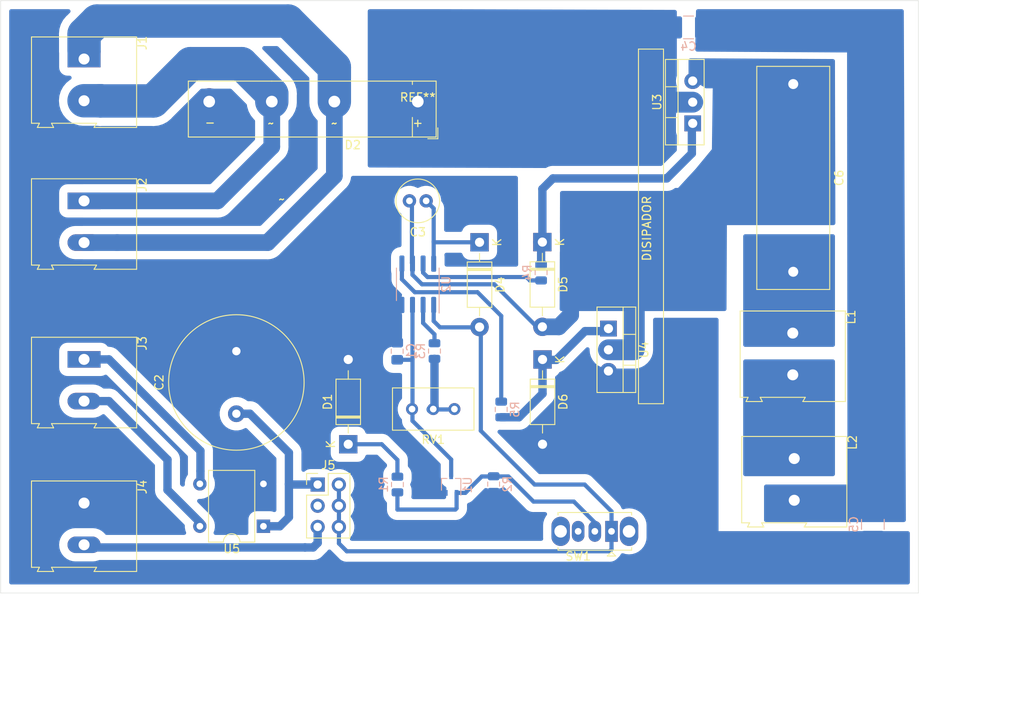
<source format=kicad_pcb>
(kicad_pcb (version 20171130) (host pcbnew 5.1.6-c6e7f7d~87~ubuntu18.04.1)

  (general
    (thickness 1.6)
    (drawings 16)
    (tracks 132)
    (zones 0)
    (modules 30)
    (nets 25)
  )

  (page A4)
  (layers
    (0 F.Cu signal)
    (31 B.Cu signal)
    (32 B.Adhes user)
    (33 F.Adhes user)
    (34 B.Paste user)
    (35 F.Paste user)
    (36 B.SilkS user)
    (37 F.SilkS user)
    (38 B.Mask user)
    (39 F.Mask user)
    (40 Dwgs.User user)
    (41 Cmts.User user)
    (42 Eco1.User user)
    (43 Eco2.User user)
    (44 Edge.Cuts user)
    (45 Margin user)
    (46 B.CrtYd user)
    (47 F.CrtYd user)
    (48 B.Fab user)
    (49 F.Fab user)
  )

  (setup
    (last_trace_width 1)
    (user_trace_width 0.5)
    (user_trace_width 1)
    (user_trace_width 2)
    (user_trace_width 4)
    (user_trace_width 5)
    (trace_clearance 0.2)
    (zone_clearance 1)
    (zone_45_only no)
    (trace_min 0.2)
    (via_size 0.8)
    (via_drill 0.4)
    (via_min_size 0.4)
    (via_min_drill 0.3)
    (uvia_size 0.3)
    (uvia_drill 0.1)
    (uvias_allowed no)
    (uvia_min_size 0.2)
    (uvia_min_drill 0.1)
    (edge_width 0.05)
    (segment_width 0.2)
    (pcb_text_width 0.3)
    (pcb_text_size 1.5 1.5)
    (mod_edge_width 0.12)
    (mod_text_size 1 1)
    (mod_text_width 0.15)
    (pad_size 1.524 1.524)
    (pad_drill 0.762)
    (pad_to_mask_clearance 0.05)
    (aux_axis_origin 0 0)
    (visible_elements FFFFFF7F)
    (pcbplotparams
      (layerselection 0x010fc_ffffffff)
      (usegerberextensions false)
      (usegerberattributes true)
      (usegerberadvancedattributes true)
      (creategerberjobfile true)
      (excludeedgelayer true)
      (linewidth 0.100000)
      (plotframeref false)
      (viasonmask false)
      (mode 1)
      (useauxorigin false)
      (hpglpennumber 1)
      (hpglpenspeed 20)
      (hpglpendiameter 15.000000)
      (psnegative false)
      (psa4output false)
      (plotreference true)
      (plotvalue true)
      (plotinvisibletext false)
      (padsonsilk false)
      (subtractmaskfromsilk false)
      (outputformat 1)
      (mirror false)
      (drillshape 1)
      (scaleselection 1)
      (outputdirectory ""))
  )

  (net 0 "")
  (net 1 "Net-(C1-Pad1)")
  (net 2 GND)
  (net 3 "Net-(C2-Pad1)")
  (net 4 "Net-(C3-Pad1)")
  (net 5 "Net-(C3-Pad2)")
  (net 6 "Net-(C4-Pad2)")
  (net 7 /V_DC_Pulsante)
  (net 8 "Net-(C6-Pad2)")
  (net 9 "Net-(D1-Pad1)")
  (net 10 "Net-(D2-Pad3)")
  (net 11 "Net-(D2-Pad2)")
  (net 12 VCC)
  (net 13 "Net-(D5-Pad1)")
  (net 14 "Net-(D6-Pad1)")
  (net 15 /V1_alt_12V)
  (net 16 /V2_alt_12V)
  (net 17 "Net-(J4-Pad2)")
  (net 18 "Net-(J5-Pad3)")
  (net 19 "Net-(L1-Pad2)")
  (net 20 "Net-(R1-Pad2)")
  (net 21 "Net-(R3-Pad2)")
  (net 22 "Net-(R3-Pad1)")
  (net 23 "Net-(R4-Pad2)")
  (net 24 "Net-(R5-Pad2)")

  (net_class Default "This is the default net class."
    (clearance 0.2)
    (trace_width 0.25)
    (via_dia 0.8)
    (via_drill 0.4)
    (uvia_dia 0.3)
    (uvia_drill 0.1)
    (add_net /V1_alt_12V)
    (add_net /V2_alt_12V)
    (add_net /V_DC_Pulsante)
    (add_net GND)
    (add_net "Net-(C1-Pad1)")
    (add_net "Net-(C2-Pad1)")
    (add_net "Net-(C3-Pad1)")
    (add_net "Net-(C3-Pad2)")
    (add_net "Net-(C4-Pad2)")
    (add_net "Net-(C6-Pad2)")
    (add_net "Net-(D1-Pad1)")
    (add_net "Net-(D2-Pad2)")
    (add_net "Net-(D2-Pad3)")
    (add_net "Net-(D5-Pad1)")
    (add_net "Net-(D6-Pad1)")
    (add_net "Net-(J4-Pad2)")
    (add_net "Net-(J5-Pad3)")
    (add_net "Net-(L1-Pad2)")
    (add_net "Net-(R1-Pad2)")
    (add_net "Net-(R3-Pad1)")
    (add_net "Net-(R3-Pad2)")
    (add_net "Net-(R4-Pad2)")
    (add_net "Net-(R5-Pad2)")
    (add_net VCC)
  )

  (module Package_TO_SOT_THT:TO-220-3_Vertical (layer F.Cu) (tedit 5AC8BA0D) (tstamp 5F601FF6)
    (at 155.4 91.5 270)
    (descr "TO-220-3, Vertical, RM 2.54mm, see https://www.vishay.com/docs/66542/to-220-1.pdf")
    (tags "TO-220-3 Vertical RM 2.54mm")
    (path /5F2BC5AE)
    (fp_text reference U4 (at 2.54 -4.27 270) (layer F.SilkS)
      (effects (font (size 1 1) (thickness 0.15)))
    )
    (fp_text value STP12N50M2 (at 2.54 2.5 270) (layer F.Fab)
      (effects (font (size 1 1) (thickness 0.15)))
    )
    (fp_text user %R (at 2.54 -4.27 270) (layer F.Fab)
      (effects (font (size 1 1) (thickness 0.15)))
    )
    (fp_line (start -2.46 -3.15) (end -2.46 1.25) (layer F.Fab) (width 0.1))
    (fp_line (start -2.46 1.25) (end 7.54 1.25) (layer F.Fab) (width 0.1))
    (fp_line (start 7.54 1.25) (end 7.54 -3.15) (layer F.Fab) (width 0.1))
    (fp_line (start 7.54 -3.15) (end -2.46 -3.15) (layer F.Fab) (width 0.1))
    (fp_line (start -2.46 -1.88) (end 7.54 -1.88) (layer F.Fab) (width 0.1))
    (fp_line (start 0.69 -3.15) (end 0.69 -1.88) (layer F.Fab) (width 0.1))
    (fp_line (start 4.39 -3.15) (end 4.39 -1.88) (layer F.Fab) (width 0.1))
    (fp_line (start -2.58 -3.27) (end 7.66 -3.27) (layer F.SilkS) (width 0.12))
    (fp_line (start -2.58 1.371) (end 7.66 1.371) (layer F.SilkS) (width 0.12))
    (fp_line (start -2.58 -3.27) (end -2.58 1.371) (layer F.SilkS) (width 0.12))
    (fp_line (start 7.66 -3.27) (end 7.66 1.371) (layer F.SilkS) (width 0.12))
    (fp_line (start -2.58 -1.76) (end 7.66 -1.76) (layer F.SilkS) (width 0.12))
    (fp_line (start 0.69 -3.27) (end 0.69 -1.76) (layer F.SilkS) (width 0.12))
    (fp_line (start 4.391 -3.27) (end 4.391 -1.76) (layer F.SilkS) (width 0.12))
    (fp_line (start -2.71 -3.4) (end -2.71 1.51) (layer F.CrtYd) (width 0.05))
    (fp_line (start -2.71 1.51) (end 7.79 1.51) (layer F.CrtYd) (width 0.05))
    (fp_line (start 7.79 1.51) (end 7.79 -3.4) (layer F.CrtYd) (width 0.05))
    (fp_line (start 7.79 -3.4) (end -2.71 -3.4) (layer F.CrtYd) (width 0.05))
    (pad 3 thru_hole oval (at 5.08 0 270) (size 1.905 2) (drill 1.1) (layers *.Cu *.Mask)
      (net 2 GND))
    (pad 2 thru_hole oval (at 2.54 0 270) (size 1.905 2) (drill 1.1) (layers *.Cu *.Mask)
      (net 5 "Net-(C3-Pad2)"))
    (pad 1 thru_hole rect (at 0 0 270) (size 1.905 2) (drill 1.1) (layers *.Cu *.Mask)
      (net 14 "Net-(D6-Pad1)"))
    (model ${KISYS3DMOD}/Package_TO_SOT_THT.3dshapes/TO-220-3_Vertical.wrl
      (at (xyz 0 0 0))
      (scale (xyz 1 1 1))
      (rotate (xyz 0 0 0))
    )
  )

  (module Package_TO_SOT_THT:TO-220-3_Vertical (layer F.Cu) (tedit 5AC8BA0D) (tstamp 5F6025EF)
    (at 165.5 66.9 90)
    (descr "TO-220-3, Vertical, RM 2.54mm, see https://www.vishay.com/docs/66542/to-220-1.pdf")
    (tags "TO-220-3 Vertical RM 2.54mm")
    (path /5F2BB9E2)
    (fp_text reference U3 (at 2.54 -4.27 270) (layer F.SilkS)
      (effects (font (size 1 1) (thickness 0.15)))
    )
    (fp_text value STP12N50M2 (at 2.54 2.5 270) (layer F.Fab)
      (effects (font (size 1 1) (thickness 0.15)))
    )
    (fp_text user %R (at 2.54 -4.27 270) (layer F.Fab)
      (effects (font (size 1 1) (thickness 0.15)))
    )
    (fp_line (start -2.46 -3.15) (end -2.46 1.25) (layer F.Fab) (width 0.1))
    (fp_line (start -2.46 1.25) (end 7.54 1.25) (layer F.Fab) (width 0.1))
    (fp_line (start 7.54 1.25) (end 7.54 -3.15) (layer F.Fab) (width 0.1))
    (fp_line (start 7.54 -3.15) (end -2.46 -3.15) (layer F.Fab) (width 0.1))
    (fp_line (start -2.46 -1.88) (end 7.54 -1.88) (layer F.Fab) (width 0.1))
    (fp_line (start 0.69 -3.15) (end 0.69 -1.88) (layer F.Fab) (width 0.1))
    (fp_line (start 4.39 -3.15) (end 4.39 -1.88) (layer F.Fab) (width 0.1))
    (fp_line (start -2.58 -3.27) (end 7.66 -3.27) (layer F.SilkS) (width 0.12))
    (fp_line (start -2.58 1.371) (end 7.66 1.371) (layer F.SilkS) (width 0.12))
    (fp_line (start -2.58 -3.27) (end -2.58 1.371) (layer F.SilkS) (width 0.12))
    (fp_line (start 7.66 -3.27) (end 7.66 1.371) (layer F.SilkS) (width 0.12))
    (fp_line (start -2.58 -1.76) (end 7.66 -1.76) (layer F.SilkS) (width 0.12))
    (fp_line (start 0.69 -3.27) (end 0.69 -1.76) (layer F.SilkS) (width 0.12))
    (fp_line (start 4.391 -3.27) (end 4.391 -1.76) (layer F.SilkS) (width 0.12))
    (fp_line (start -2.71 -3.4) (end -2.71 1.51) (layer F.CrtYd) (width 0.05))
    (fp_line (start -2.71 1.51) (end 7.79 1.51) (layer F.CrtYd) (width 0.05))
    (fp_line (start 7.79 1.51) (end 7.79 -3.4) (layer F.CrtYd) (width 0.05))
    (fp_line (start 7.79 -3.4) (end -2.71 -3.4) (layer F.CrtYd) (width 0.05))
    (pad 3 thru_hole oval (at 5.08 0 90) (size 1.905 2) (drill 1.1) (layers *.Cu *.Mask)
      (net 5 "Net-(C3-Pad2)"))
    (pad 2 thru_hole oval (at 2.54 0 90) (size 1.905 2) (drill 1.1) (layers *.Cu *.Mask)
      (net 7 /V_DC_Pulsante))
    (pad 1 thru_hole rect (at 0 0 90) (size 1.905 2) (drill 1.1) (layers *.Cu *.Mask)
      (net 13 "Net-(D5-Pad1)"))
    (model ${KISYS3DMOD}/Package_TO_SOT_THT.3dshapes/TO-220-3_Vertical.wrl
      (at (xyz 0 0 0))
      (scale (xyz 1 1 1))
      (rotate (xyz 0 0 0))
    )
  )

  (module Capacitor_THT:C_Radial_D5.0mm_H11.0mm_P2.00mm (layer F.Cu) (tedit 5BC5C9B9) (tstamp 5F5FFB8A)
    (at 133.55 76.19 180)
    (descr "C, Radial series, Radial, pin pitch=2.00mm, diameter=5mm, height=11mm, Non-Polar Electrolytic Capacitor")
    (tags "C Radial series Radial pin pitch 2.00mm diameter 5mm height 11mm Non-Polar Electrolytic Capacitor")
    (path /5F4CF8BC)
    (fp_text reference C3 (at 1 -3.75 180) (layer F.SilkS)
      (effects (font (size 1 1) (thickness 0.15)))
    )
    (fp_text value "100µF 16V" (at 1 3.75 180) (layer F.Fab)
      (effects (font (size 1 1) (thickness 0.15)))
    )
    (fp_circle (center 1 0) (end 3.5 0) (layer F.Fab) (width 0.1))
    (fp_circle (center 1 0) (end 3.62 0) (layer F.SilkS) (width 0.12))
    (fp_circle (center 1 0) (end 3.75 0) (layer F.CrtYd) (width 0.05))
    (fp_text user %R (at 1 0 180) (layer F.Fab)
      (effects (font (size 1 1) (thickness 0.15)))
    )
    (pad 1 thru_hole circle (at 0 0 180) (size 1.6 1.6) (drill 0.8) (layers *.Cu *.Mask)
      (net 4 "Net-(C3-Pad1)"))
    (pad 2 thru_hole circle (at 2 0 180) (size 1.6 1.6) (drill 0.8) (layers *.Cu *.Mask)
      (net 5 "Net-(C3-Pad2)"))
    (model ${KISYS3DMOD}/Capacitor_THT.3dshapes/C_Radial_D5.0mm_H11.0mm_P2.00mm.wrl
      (at (xyz 0 0 0))
      (scale (xyz 1 1 1))
      (rotate (xyz 0 0 0))
    )
  )

  (module Package_TO_SOT_SMD:SOT-323_SC-70 (layer B.Cu) (tedit 5A02FF57) (tstamp 5F5FFB76)
    (at 136.55 110.19 90)
    (descr "SOT-323, SC-70")
    (tags "SOT-323 SC-70")
    (path /5F30E593)
    (attr smd)
    (fp_text reference U1 (at -0.05 1.95 90) (layer B.SilkS)
      (effects (font (size 1 1) (thickness 0.15)) (justify mirror))
    )
    (fp_text value SSM3K16FU (at -0.05 -2.05 90) (layer B.Fab)
      (effects (font (size 1 1) (thickness 0.15)) (justify mirror))
    )
    (fp_line (start 0.73 -0.5) (end 0.73 -1.16) (layer B.SilkS) (width 0.12))
    (fp_line (start 0.73 1.16) (end 0.73 0.5) (layer B.SilkS) (width 0.12))
    (fp_line (start 1.7 -1.3) (end -1.7 -1.3) (layer B.CrtYd) (width 0.05))
    (fp_line (start 1.7 1.3) (end 1.7 -1.3) (layer B.CrtYd) (width 0.05))
    (fp_line (start -1.7 1.3) (end 1.7 1.3) (layer B.CrtYd) (width 0.05))
    (fp_line (start -1.7 -1.3) (end -1.7 1.3) (layer B.CrtYd) (width 0.05))
    (fp_line (start 0.73 1.16) (end -1.3 1.16) (layer B.SilkS) (width 0.12))
    (fp_line (start -0.68 -1.16) (end 0.73 -1.16) (layer B.SilkS) (width 0.12))
    (fp_line (start 0.67 1.1) (end -0.18 1.1) (layer B.Fab) (width 0.1))
    (fp_line (start -0.68 0.6) (end -0.68 -1.1) (layer B.Fab) (width 0.1))
    (fp_line (start 0.67 1.1) (end 0.67 -1.1) (layer B.Fab) (width 0.1))
    (fp_line (start 0.67 -1.1) (end -0.68 -1.1) (layer B.Fab) (width 0.1))
    (fp_line (start -0.18 1.1) (end -0.68 0.6) (layer B.Fab) (width 0.1))
    (fp_text user %R (at 0 0) (layer B.Fab)
      (effects (font (size 0.5 0.5) (thickness 0.075)) (justify mirror))
    )
    (pad 3 smd rect (at 1 0 180) (size 0.45 0.7) (layers B.Cu B.Paste B.Mask)
      (net 1 "Net-(C1-Pad1)"))
    (pad 2 smd rect (at -1 -0.65 180) (size 0.45 0.7) (layers B.Cu B.Paste B.Mask)
      (net 2 GND))
    (pad 1 smd rect (at -1 0.65 180) (size 0.45 0.7) (layers B.Cu B.Paste B.Mask)
      (net 20 "Net-(R1-Pad2)"))
    (model ${KISYS3DMOD}/Package_TO_SOT_SMD.3dshapes/SOT-323_SC-70.wrl
      (at (xyz 0 0 0))
      (scale (xyz 1 1 1))
      (rotate (xyz 0 0 0))
    )
  )

  (module Diode_THT:D_DO-41_SOD81_P10.16mm_Horizontal (layer F.Cu) (tedit 5AE50CD5) (tstamp 5F5FFB58)
    (at 147.5 95.2 270)
    (descr "Diode, DO-41_SOD81 series, Axial, Horizontal, pin pitch=10.16mm, , length*diameter=5.2*2.7mm^2, , http://www.diodes.com/_files/packages/DO-41%20(Plastic).pdf")
    (tags "Diode DO-41_SOD81 series Axial Horizontal pin pitch 10.16mm  length 5.2mm diameter 2.7mm")
    (path /5F2C398F)
    (fp_text reference D6 (at 5.08 -2.47 90) (layer F.SilkS)
      (effects (font (size 1 1) (thickness 0.15)))
    )
    (fp_text value 1N4742A (at 5.08 2.47 90) (layer F.Fab)
      (effects (font (size 1 1) (thickness 0.15)))
    )
    (fp_line (start 2.48 -1.35) (end 2.48 1.35) (layer F.Fab) (width 0.1))
    (fp_line (start 2.48 1.35) (end 7.68 1.35) (layer F.Fab) (width 0.1))
    (fp_line (start 7.68 1.35) (end 7.68 -1.35) (layer F.Fab) (width 0.1))
    (fp_line (start 7.68 -1.35) (end 2.48 -1.35) (layer F.Fab) (width 0.1))
    (fp_line (start 0 0) (end 2.48 0) (layer F.Fab) (width 0.1))
    (fp_line (start 10.16 0) (end 7.68 0) (layer F.Fab) (width 0.1))
    (fp_line (start 3.26 -1.35) (end 3.26 1.35) (layer F.Fab) (width 0.1))
    (fp_line (start 3.36 -1.35) (end 3.36 1.35) (layer F.Fab) (width 0.1))
    (fp_line (start 3.16 -1.35) (end 3.16 1.35) (layer F.Fab) (width 0.1))
    (fp_line (start 2.36 -1.47) (end 2.36 1.47) (layer F.SilkS) (width 0.12))
    (fp_line (start 2.36 1.47) (end 7.8 1.47) (layer F.SilkS) (width 0.12))
    (fp_line (start 7.8 1.47) (end 7.8 -1.47) (layer F.SilkS) (width 0.12))
    (fp_line (start 7.8 -1.47) (end 2.36 -1.47) (layer F.SilkS) (width 0.12))
    (fp_line (start 1.34 0) (end 2.36 0) (layer F.SilkS) (width 0.12))
    (fp_line (start 8.82 0) (end 7.8 0) (layer F.SilkS) (width 0.12))
    (fp_line (start 3.26 -1.47) (end 3.26 1.47) (layer F.SilkS) (width 0.12))
    (fp_line (start 3.38 -1.47) (end 3.38 1.47) (layer F.SilkS) (width 0.12))
    (fp_line (start 3.14 -1.47) (end 3.14 1.47) (layer F.SilkS) (width 0.12))
    (fp_line (start -1.35 -1.6) (end -1.35 1.6) (layer F.CrtYd) (width 0.05))
    (fp_line (start -1.35 1.6) (end 11.51 1.6) (layer F.CrtYd) (width 0.05))
    (fp_line (start 11.51 1.6) (end 11.51 -1.6) (layer F.CrtYd) (width 0.05))
    (fp_line (start 11.51 -1.6) (end -1.35 -1.6) (layer F.CrtYd) (width 0.05))
    (fp_text user K (at 0 -2.1 90) (layer F.SilkS)
      (effects (font (size 1 1) (thickness 0.15)))
    )
    (fp_text user K (at 0 -2.1 90) (layer F.Fab)
      (effects (font (size 1 1) (thickness 0.15)))
    )
    (fp_text user %R (at 9.348 0 90) (layer F.Fab)
      (effects (font (size 1 1) (thickness 0.15)))
    )
    (pad 2 thru_hole oval (at 10.16 0 270) (size 2.2 2.2) (drill 1.1) (layers *.Cu *.Mask)
      (net 2 GND))
    (pad 1 thru_hole rect (at 0 0 270) (size 2.2 2.2) (drill 1.1) (layers *.Cu *.Mask)
      (net 14 "Net-(D6-Pad1)"))
    (model ${KISYS3DMOD}/Diode_THT.3dshapes/D_DO-41_SOD81_P10.16mm_Horizontal.wrl
      (at (xyz 0 0 0))
      (scale (xyz 1 1 1))
      (rotate (xyz 0 0 0))
    )
  )

  (module Capacitor_THT:C_Radial_D16.0mm_H25.0mm_P7.50mm (layer F.Cu) (tedit 5BC5C9BA) (tstamp 5F5FFB4F)
    (at 110.8048 101.7044 90)
    (descr "C, Radial series, Radial, pin pitch=7.50mm, diameter=16mm, height=25mm, Non-Polar Electrolytic Capacitor")
    (tags "C Radial series Radial pin pitch 7.50mm diameter 16mm height 25mm Non-Polar Electrolytic Capacitor")
    (path /5F4E100F)
    (fp_text reference C2 (at 3.75 -9.25 90) (layer F.SilkS)
      (effects (font (size 1 1) (thickness 0.15)))
    )
    (fp_text value "2200µF 25V/35V" (at 3.75 9.25 90) (layer F.Fab)
      (effects (font (size 1 1) (thickness 0.15)))
    )
    (fp_circle (center 3.75 0) (end 11.75 0) (layer F.Fab) (width 0.1))
    (fp_circle (center 3.75 0) (end 11.87 0) (layer F.SilkS) (width 0.12))
    (fp_circle (center 3.75 0) (end 12 0) (layer F.CrtYd) (width 0.05))
    (fp_text user %R (at 3.75 0 90) (layer F.Fab)
      (effects (font (size 1 1) (thickness 0.15)))
    )
    (pad 1 thru_hole circle (at 0 0 90) (size 2 2) (drill 1) (layers *.Cu *.Mask)
      (net 3 "Net-(C2-Pad1)"))
    (pad 2 thru_hole circle (at 7.5 0 90) (size 2 2) (drill 1) (layers *.Cu *.Mask)
      (net 2 GND))
    (model ${KISYS3DMOD}/Capacitor_THT.3dshapes/C_Radial_D16.0mm_H25.0mm_P7.50mm.wrl
      (at (xyz 0 0 0))
      (scale (xyz 1 1 1))
      (rotate (xyz 0 0 0))
    )
  )

  (module TerminalBlock:TerminalBlock_Altech_AK300-2_P5.00mm (layer F.Cu) (tedit 59FF0306) (tstamp 5F5FFAE9)
    (at 92.55 59.19 270)
    (descr "Altech AK300 terminal block, pitch 5.0mm, 45 degree angled, see http://www.mouser.com/ds/2/16/PCBMETRC-24178.pdf")
    (tags "Altech AK300 terminal block pitch 5.0mm")
    (path /5F2D97DD)
    (fp_text reference J1 (at -1.92 -6.99 270) (layer F.SilkS)
      (effects (font (size 1 1) (thickness 0.15)))
    )
    (fp_text value Entrada_Alterna (at 2.78 7.75 270) (layer F.Fab)
      (effects (font (size 1 1) (thickness 0.15)))
    )
    (fp_line (start -2.65 -6.3) (end -2.65 6.3) (layer F.SilkS) (width 0.12))
    (fp_line (start -2.65 6.3) (end 7.7 6.3) (layer F.SilkS) (width 0.12))
    (fp_line (start 7.7 6.3) (end 7.7 5.35) (layer F.SilkS) (width 0.12))
    (fp_line (start 7.7 5.35) (end 8.2 5.6) (layer F.SilkS) (width 0.12))
    (fp_line (start 8.2 5.6) (end 8.2 3.7) (layer F.SilkS) (width 0.12))
    (fp_line (start 8.2 3.7) (end 8.2 3.65) (layer F.SilkS) (width 0.12))
    (fp_line (start 8.2 3.65) (end 7.7 3.9) (layer F.SilkS) (width 0.12))
    (fp_line (start 7.7 3.9) (end 7.7 -1.5) (layer F.SilkS) (width 0.12))
    (fp_line (start 7.7 -1.5) (end 8.2 -1.2) (layer F.SilkS) (width 0.12))
    (fp_line (start 8.2 -1.2) (end 8.2 -6.3) (layer F.SilkS) (width 0.12))
    (fp_line (start 8.2 -6.3) (end -2.65 -6.3) (layer F.SilkS) (width 0.12))
    (fp_line (start -1.26 2.54) (end 1.28 2.54) (layer F.Fab) (width 0.1))
    (fp_line (start 1.28 2.54) (end 1.28 -0.25) (layer F.Fab) (width 0.1))
    (fp_line (start -1.26 -0.25) (end 1.28 -0.25) (layer F.Fab) (width 0.1))
    (fp_line (start -1.26 2.54) (end -1.26 -0.25) (layer F.Fab) (width 0.1))
    (fp_line (start 3.74 2.54) (end 6.28 2.54) (layer F.Fab) (width 0.1))
    (fp_line (start 6.28 2.54) (end 6.28 -0.25) (layer F.Fab) (width 0.1))
    (fp_line (start 3.74 -0.25) (end 6.28 -0.25) (layer F.Fab) (width 0.1))
    (fp_line (start 3.74 2.54) (end 3.74 -0.25) (layer F.Fab) (width 0.1))
    (fp_line (start 7.61 -6.22) (end 7.61 -3.17) (layer F.Fab) (width 0.1))
    (fp_line (start 7.61 -6.22) (end -2.58 -6.22) (layer F.Fab) (width 0.1))
    (fp_line (start 7.61 -6.22) (end 8.11 -6.22) (layer F.Fab) (width 0.1))
    (fp_line (start 8.11 -6.22) (end 8.11 -1.4) (layer F.Fab) (width 0.1))
    (fp_line (start 8.11 -1.4) (end 7.61 -1.65) (layer F.Fab) (width 0.1))
    (fp_line (start 8.11 5.46) (end 7.61 5.21) (layer F.Fab) (width 0.1))
    (fp_line (start 7.61 5.21) (end 7.61 6.22) (layer F.Fab) (width 0.1))
    (fp_line (start 8.11 3.81) (end 7.61 4.06) (layer F.Fab) (width 0.1))
    (fp_line (start 7.61 4.06) (end 7.61 5.21) (layer F.Fab) (width 0.1))
    (fp_line (start 8.11 3.81) (end 8.11 5.46) (layer F.Fab) (width 0.1))
    (fp_line (start 2.98 6.22) (end 2.98 4.32) (layer F.Fab) (width 0.1))
    (fp_line (start 7.05 -0.25) (end 7.05 4.32) (layer F.Fab) (width 0.1))
    (fp_line (start 2.98 6.22) (end 7.05 6.22) (layer F.Fab) (width 0.1))
    (fp_line (start 7.05 6.22) (end 7.61 6.22) (layer F.Fab) (width 0.1))
    (fp_line (start 2.04 6.22) (end 2.04 4.32) (layer F.Fab) (width 0.1))
    (fp_line (start 2.04 6.22) (end 2.98 6.22) (layer F.Fab) (width 0.1))
    (fp_line (start -2.02 -0.25) (end -2.02 4.32) (layer F.Fab) (width 0.1))
    (fp_line (start -2.58 6.22) (end -2.02 6.22) (layer F.Fab) (width 0.1))
    (fp_line (start -2.02 6.22) (end 2.04 6.22) (layer F.Fab) (width 0.1))
    (fp_line (start 2.98 4.32) (end 7.05 4.32) (layer F.Fab) (width 0.1))
    (fp_line (start 2.98 4.32) (end 2.98 -0.25) (layer F.Fab) (width 0.1))
    (fp_line (start 7.05 4.32) (end 7.05 6.22) (layer F.Fab) (width 0.1))
    (fp_line (start 2.04 4.32) (end -2.02 4.32) (layer F.Fab) (width 0.1))
    (fp_line (start 2.04 4.32) (end 2.04 -0.25) (layer F.Fab) (width 0.1))
    (fp_line (start -2.02 4.32) (end -2.02 6.22) (layer F.Fab) (width 0.1))
    (fp_line (start 6.67 3.68) (end 6.67 0.51) (layer F.Fab) (width 0.1))
    (fp_line (start 6.67 3.68) (end 3.36 3.68) (layer F.Fab) (width 0.1))
    (fp_line (start 3.36 3.68) (end 3.36 0.51) (layer F.Fab) (width 0.1))
    (fp_line (start 1.66 3.68) (end 1.66 0.51) (layer F.Fab) (width 0.1))
    (fp_line (start 1.66 3.68) (end -1.64 3.68) (layer F.Fab) (width 0.1))
    (fp_line (start -1.64 3.68) (end -1.64 0.51) (layer F.Fab) (width 0.1))
    (fp_line (start -1.64 0.51) (end -1.26 0.51) (layer F.Fab) (width 0.1))
    (fp_line (start 1.66 0.51) (end 1.28 0.51) (layer F.Fab) (width 0.1))
    (fp_line (start 3.36 0.51) (end 3.74 0.51) (layer F.Fab) (width 0.1))
    (fp_line (start 6.67 0.51) (end 6.28 0.51) (layer F.Fab) (width 0.1))
    (fp_line (start -2.58 6.22) (end -2.58 -0.64) (layer F.Fab) (width 0.1))
    (fp_line (start -2.58 -0.64) (end -2.58 -3.17) (layer F.Fab) (width 0.1))
    (fp_line (start 7.61 -1.65) (end 7.61 -0.64) (layer F.Fab) (width 0.1))
    (fp_line (start 7.61 -0.64) (end 7.61 4.06) (layer F.Fab) (width 0.1))
    (fp_line (start -2.58 -3.17) (end 7.61 -3.17) (layer F.Fab) (width 0.1))
    (fp_line (start -2.58 -3.17) (end -2.58 -6.22) (layer F.Fab) (width 0.1))
    (fp_line (start 7.61 -3.17) (end 7.61 -1.65) (layer F.Fab) (width 0.1))
    (fp_line (start 2.98 -3.43) (end 2.98 -5.97) (layer F.Fab) (width 0.1))
    (fp_line (start 2.98 -5.97) (end 7.05 -5.97) (layer F.Fab) (width 0.1))
    (fp_line (start 7.05 -5.97) (end 7.05 -3.43) (layer F.Fab) (width 0.1))
    (fp_line (start 7.05 -3.43) (end 2.98 -3.43) (layer F.Fab) (width 0.1))
    (fp_line (start 2.04 -3.43) (end 2.04 -5.97) (layer F.Fab) (width 0.1))
    (fp_line (start 2.04 -3.43) (end -2.02 -3.43) (layer F.Fab) (width 0.1))
    (fp_line (start -2.02 -3.43) (end -2.02 -5.97) (layer F.Fab) (width 0.1))
    (fp_line (start 2.04 -5.97) (end -2.02 -5.97) (layer F.Fab) (width 0.1))
    (fp_line (start 3.39 -4.45) (end 6.44 -5.08) (layer F.Fab) (width 0.1))
    (fp_line (start 3.52 -4.32) (end 6.56 -4.95) (layer F.Fab) (width 0.1))
    (fp_line (start -1.62 -4.45) (end 1.44 -5.08) (layer F.Fab) (width 0.1))
    (fp_line (start -1.49 -4.32) (end 1.56 -4.95) (layer F.Fab) (width 0.1))
    (fp_line (start -2.02 -0.25) (end -1.64 -0.25) (layer F.Fab) (width 0.1))
    (fp_line (start 2.04 -0.25) (end 1.66 -0.25) (layer F.Fab) (width 0.1))
    (fp_line (start 1.66 -0.25) (end -1.64 -0.25) (layer F.Fab) (width 0.1))
    (fp_line (start -2.58 -0.64) (end -1.64 -0.64) (layer F.Fab) (width 0.1))
    (fp_line (start -1.64 -0.64) (end 1.66 -0.64) (layer F.Fab) (width 0.1))
    (fp_line (start 1.66 -0.64) (end 3.36 -0.64) (layer F.Fab) (width 0.1))
    (fp_line (start 7.61 -0.64) (end 6.67 -0.64) (layer F.Fab) (width 0.1))
    (fp_line (start 6.67 -0.64) (end 3.36 -0.64) (layer F.Fab) (width 0.1))
    (fp_line (start 7.05 -0.25) (end 6.67 -0.25) (layer F.Fab) (width 0.1))
    (fp_line (start 2.98 -0.25) (end 3.36 -0.25) (layer F.Fab) (width 0.1))
    (fp_line (start 3.36 -0.25) (end 6.67 -0.25) (layer F.Fab) (width 0.1))
    (fp_line (start -2.83 -6.47) (end 8.36 -6.47) (layer F.CrtYd) (width 0.05))
    (fp_line (start -2.83 -6.47) (end -2.83 6.47) (layer F.CrtYd) (width 0.05))
    (fp_line (start 8.36 6.47) (end 8.36 -6.47) (layer F.CrtYd) (width 0.05))
    (fp_line (start 8.36 6.47) (end -2.83 6.47) (layer F.CrtYd) (width 0.05))
    (fp_arc (start -1.13 -4.65) (end -1.42 -4.13) (angle 104.2) (layer F.Fab) (width 0.1))
    (fp_arc (start -0.01 -3.71) (end -1.62 -5) (angle 100) (layer F.Fab) (width 0.1))
    (fp_arc (start 0.06 -6.07) (end 1.53 -4.12) (angle 75.5) (layer F.Fab) (width 0.1))
    (fp_arc (start 1.03 -4.59) (end 1.53 -5.05) (angle 90.5) (layer F.Fab) (width 0.1))
    (fp_arc (start 3.87 -4.65) (end 3.58 -4.13) (angle 104.2) (layer F.Fab) (width 0.1))
    (fp_arc (start 4.99 -3.71) (end 3.39 -5) (angle 100) (layer F.Fab) (width 0.1))
    (fp_arc (start 5.07 -6.07) (end 6.53 -4.12) (angle 75.5) (layer F.Fab) (width 0.1))
    (fp_arc (start 6.03 -4.59) (end 6.54 -5.05) (angle 90.5) (layer F.Fab) (width 0.1))
    (fp_text user %R (at 2.5 -2 270) (layer F.Fab)
      (effects (font (size 1 1) (thickness 0.15)))
    )
    (pad 2 thru_hole oval (at 5 0 270) (size 1.98 3.96) (drill 1.32) (layers *.Cu *.Mask)
      (net 10 "Net-(D2-Pad3)"))
    (pad 1 thru_hole rect (at 0 0 270) (size 1.98 3.96) (drill 1.32) (layers *.Cu *.Mask)
      (net 11 "Net-(D2-Pad2)"))
    (model ${KISYS3DMOD}/TerminalBlock.3dshapes/TerminalBlock_Altech_AK300-2_P5.00mm.wrl
      (at (xyz 0 0 0))
      (scale (xyz 1 1 1))
      (rotate (xyz 0 0 0))
    )
  )

  (module Diode_THT:Diode_Bridge_DIP-4_W7.62mm_P5.08mm (layer F.Cu) (tedit 5A142105) (tstamp 5F5FFAD2)
    (at 114.05 115.19 180)
    (descr "4-lead dip package for diode bridges, row spacing 7.62 mm (300 mils), see http://cdn-reichelt.de/documents/datenblatt/A400/HDBL101G_20SERIES-TSC.pdf")
    (tags "DIL DIP PDIP 5.08mm 7.62mm 300mil")
    (path /5F60255D)
    (fp_text reference U5 (at 3.8 -2.7 180) (layer F.SilkS)
      (effects (font (size 1 1) (thickness 0.15)))
    )
    (fp_text value DB153 (at 3.8 7.8 180) (layer F.Fab)
      (effects (font (size 1 1) (thickness 0.15)))
    )
    (fp_line (start 6.58 -1.9) (end 4.81 -1.9) (layer F.SilkS) (width 0.12))
    (fp_line (start 6.58 6.7) (end 6.58 -1.9) (layer F.SilkS) (width 0.12))
    (fp_line (start 1.04 6.7) (end 6.58 6.7) (layer F.SilkS) (width 0.12))
    (fp_line (start 1.04 -1.9) (end 1.04 6.7) (layer F.SilkS) (width 0.12))
    (fp_line (start 2.81 -1.9) (end 1.04 -1.9) (layer F.SilkS) (width 0.12))
    (fp_line (start 0.635 -0.8) (end 1.635 -1.8) (layer F.Fab) (width 0.1))
    (fp_line (start 0.635 6.6) (end 0.635 -0.8) (layer F.Fab) (width 0.1))
    (fp_line (start 6.985 6.6) (end 0.635 6.6) (layer F.Fab) (width 0.1))
    (fp_line (start 6.985 -1.8) (end 6.985 6.6) (layer F.Fab) (width 0.1))
    (fp_line (start 1.635 -1.8) (end 6.985 -1.8) (layer F.Fab) (width 0.1))
    (fp_line (start -1.05 -2.05) (end 8.67 -2.05) (layer F.CrtYd) (width 0.05))
    (fp_line (start -1.05 -2.05) (end -1.05 6.85) (layer F.CrtYd) (width 0.05))
    (fp_line (start 8.67 6.85) (end 8.67 -2.05) (layer F.CrtYd) (width 0.05))
    (fp_line (start 8.67 6.85) (end -1.05 6.85) (layer F.CrtYd) (width 0.05))
    (fp_text user %R (at 3.81 2.54 180) (layer F.Fab)
      (effects (font (size 1 1) (thickness 0.15)))
    )
    (fp_arc (start 3.81 -1.9) (end 2.81 -1.9) (angle -180) (layer F.SilkS) (width 0.12))
    (pad 4 thru_hole oval (at 7.62 0 180) (size 1.6 1.6) (drill 0.8) (layers *.Cu *.Mask)
      (net 15 /V1_alt_12V))
    (pad 2 thru_hole oval (at 0 5.08 180) (size 1.6 1.6) (drill 0.8) (layers *.Cu *.Mask)
      (net 2 GND))
    (pad 3 thru_hole oval (at 7.62 5.08 180) (size 1.6 1.6) (drill 0.8) (layers *.Cu *.Mask)
      (net 16 /V2_alt_12V))
    (pad 1 thru_hole rect (at 0 0 180) (size 1.6 1.6) (drill 0.8) (layers *.Cu *.Mask)
      (net 3 "Net-(C2-Pad1)"))
    (model ${KISYS3DMOD}/Diode_THT.3dshapes/Diode_Bridge_DIP-4_W7.62mm_P5.08mm.wrl
      (at (xyz 0 0 0))
      (scale (xyz 1 1 1))
      (rotate (xyz 0 0 0))
    )
  )

  (module Capacitor_SMD:C_1210_3225Metric (layer B.Cu) (tedit 5B301BBE) (tstamp 5F5FFAC1)
    (at 165 55.4)
    (descr "Capacitor SMD 1210 (3225 Metric), square (rectangular) end terminal, IPC_7351 nominal, (Body size source: http://www.tortai-tech.com/upload/download/2011102023233369053.pdf), generated with kicad-footprint-generator")
    (tags capacitor)
    (path /5F4A1A0C)
    (attr smd)
    (fp_text reference C4 (at 0 2.28) (layer B.SilkS)
      (effects (font (size 1 1) (thickness 0.15)) (justify mirror))
    )
    (fp_text value 47nF (at 0 -2.28) (layer B.Fab)
      (effects (font (size 1 1) (thickness 0.15)) (justify mirror))
    )
    (fp_line (start -1.6 -1.25) (end -1.6 1.25) (layer B.Fab) (width 0.1))
    (fp_line (start -1.6 1.25) (end 1.6 1.25) (layer B.Fab) (width 0.1))
    (fp_line (start 1.6 1.25) (end 1.6 -1.25) (layer B.Fab) (width 0.1))
    (fp_line (start 1.6 -1.25) (end -1.6 -1.25) (layer B.Fab) (width 0.1))
    (fp_line (start -0.602064 1.36) (end 0.602064 1.36) (layer B.SilkS) (width 0.12))
    (fp_line (start -0.602064 -1.36) (end 0.602064 -1.36) (layer B.SilkS) (width 0.12))
    (fp_line (start -2.28 -1.58) (end -2.28 1.58) (layer B.CrtYd) (width 0.05))
    (fp_line (start -2.28 1.58) (end 2.28 1.58) (layer B.CrtYd) (width 0.05))
    (fp_line (start 2.28 1.58) (end 2.28 -1.58) (layer B.CrtYd) (width 0.05))
    (fp_line (start 2.28 -1.58) (end -2.28 -1.58) (layer B.CrtYd) (width 0.05))
    (fp_text user %R (at 0 0) (layer B.Fab)
      (effects (font (size 0.8 0.8) (thickness 0.12)) (justify mirror))
    )
    (pad 2 smd roundrect (at 1.4 0) (size 1.25 2.65) (layers B.Cu B.Paste B.Mask) (roundrect_rratio 0.2)
      (net 6 "Net-(C4-Pad2)"))
    (pad 1 smd roundrect (at -1.4 0) (size 1.25 2.65) (layers B.Cu B.Paste B.Mask) (roundrect_rratio 0.2)
      (net 7 /V_DC_Pulsante))
    (model ${KISYS3DMOD}/Capacitor_SMD.3dshapes/C_1210_3225Metric.wrl
      (at (xyz 0 0 0))
      (scale (xyz 1 1 1))
      (rotate (xyz 0 0 0))
    )
  )

  (module Package_SO:SOIC-8_3.9x4.9mm_P1.27mm (layer B.Cu) (tedit 5D9F72B1) (tstamp 5F5FFA9A)
    (at 132.55 86.19 90)
    (descr "SOIC, 8 Pin (JEDEC MS-012AA, https://www.analog.com/media/en/package-pcb-resources/package/pkg_pdf/soic_narrow-r/r_8.pdf), generated with kicad-footprint-generator ipc_gullwing_generator.py")
    (tags "SOIC SO")
    (path /5F2B73B8)
    (attr smd)
    (fp_text reference U2 (at 0 3.4 90) (layer B.SilkS)
      (effects (font (size 1 1) (thickness 0.15)) (justify mirror))
    )
    (fp_text value IR2153 (at 0 -3.4 90) (layer B.Fab)
      (effects (font (size 1 1) (thickness 0.15)) (justify mirror))
    )
    (fp_line (start 0 -2.56) (end 1.95 -2.56) (layer B.SilkS) (width 0.12))
    (fp_line (start 0 -2.56) (end -1.95 -2.56) (layer B.SilkS) (width 0.12))
    (fp_line (start 0 2.56) (end 1.95 2.56) (layer B.SilkS) (width 0.12))
    (fp_line (start 0 2.56) (end -3.45 2.56) (layer B.SilkS) (width 0.12))
    (fp_line (start -0.975 2.45) (end 1.95 2.45) (layer B.Fab) (width 0.1))
    (fp_line (start 1.95 2.45) (end 1.95 -2.45) (layer B.Fab) (width 0.1))
    (fp_line (start 1.95 -2.45) (end -1.95 -2.45) (layer B.Fab) (width 0.1))
    (fp_line (start -1.95 -2.45) (end -1.95 1.475) (layer B.Fab) (width 0.1))
    (fp_line (start -1.95 1.475) (end -0.975 2.45) (layer B.Fab) (width 0.1))
    (fp_line (start -3.7 2.7) (end -3.7 -2.7) (layer B.CrtYd) (width 0.05))
    (fp_line (start -3.7 -2.7) (end 3.7 -2.7) (layer B.CrtYd) (width 0.05))
    (fp_line (start 3.7 -2.7) (end 3.7 2.7) (layer B.CrtYd) (width 0.05))
    (fp_line (start 3.7 2.7) (end -3.7 2.7) (layer B.CrtYd) (width 0.05))
    (fp_text user %R (at 0 0 90) (layer B.Fab)
      (effects (font (size 0.98 0.98) (thickness 0.15)) (justify mirror))
    )
    (pad 8 smd roundrect (at 2.475 1.905 90) (size 1.95 0.6) (layers B.Cu B.Paste B.Mask) (roundrect_rratio 0.25)
      (net 4 "Net-(C3-Pad1)"))
    (pad 7 smd roundrect (at 2.475 0.635 90) (size 1.95 0.6) (layers B.Cu B.Paste B.Mask) (roundrect_rratio 0.25)
      (net 23 "Net-(R4-Pad2)"))
    (pad 6 smd roundrect (at 2.475 -0.635 90) (size 1.95 0.6) (layers B.Cu B.Paste B.Mask) (roundrect_rratio 0.25)
      (net 5 "Net-(C3-Pad2)"))
    (pad 5 smd roundrect (at 2.475 -1.905 90) (size 1.95 0.6) (layers B.Cu B.Paste B.Mask) (roundrect_rratio 0.25)
      (net 24 "Net-(R5-Pad2)"))
    (pad 4 smd roundrect (at -2.475 -1.905 90) (size 1.95 0.6) (layers B.Cu B.Paste B.Mask) (roundrect_rratio 0.25)
      (net 2 GND))
    (pad 3 smd roundrect (at -2.475 -0.635 90) (size 1.95 0.6) (layers B.Cu B.Paste B.Mask) (roundrect_rratio 0.25)
      (net 1 "Net-(C1-Pad1)"))
    (pad 2 smd roundrect (at -2.475 0.635 90) (size 1.95 0.6) (layers B.Cu B.Paste B.Mask) (roundrect_rratio 0.25)
      (net 22 "Net-(R3-Pad1)"))
    (pad 1 smd roundrect (at -2.475 1.905 90) (size 1.95 0.6) (layers B.Cu B.Paste B.Mask) (roundrect_rratio 0.25)
      (net 12 VCC))
    (model ${KISYS3DMOD}/Package_SO.3dshapes/SOIC-8_3.9x4.9mm_P1.27mm.wrl
      (at (xyz 0 0 0))
      (scale (xyz 1 1 1))
      (rotate (xyz 0 0 0))
    )
  )

  (module TerminalBlock:TerminalBlock_Altech_AK300-2_P5.00mm (layer F.Cu) (tedit 59FF0306) (tstamp 5F5FFA34)
    (at 92.55 76.19 270)
    (descr "Altech AK300 terminal block, pitch 5.0mm, 45 degree angled, see http://www.mouser.com/ds/2/16/PCBMETRC-24178.pdf")
    (tags "Altech AK300 terminal block pitch 5.0mm")
    (path /5F5182C8)
    (fp_text reference J2 (at -1.92 -6.99 270) (layer F.SilkS)
      (effects (font (size 1 1) (thickness 0.15)))
    )
    (fp_text value "Entrada 220V Trafo" (at 2.78 7.75 270) (layer F.Fab)
      (effects (font (size 1 1) (thickness 0.15)))
    )
    (fp_line (start 8.36 6.47) (end -2.83 6.47) (layer F.CrtYd) (width 0.05))
    (fp_line (start 8.36 6.47) (end 8.36 -6.47) (layer F.CrtYd) (width 0.05))
    (fp_line (start -2.83 -6.47) (end -2.83 6.47) (layer F.CrtYd) (width 0.05))
    (fp_line (start -2.83 -6.47) (end 8.36 -6.47) (layer F.CrtYd) (width 0.05))
    (fp_line (start 3.36 -0.25) (end 6.67 -0.25) (layer F.Fab) (width 0.1))
    (fp_line (start 2.98 -0.25) (end 3.36 -0.25) (layer F.Fab) (width 0.1))
    (fp_line (start 7.05 -0.25) (end 6.67 -0.25) (layer F.Fab) (width 0.1))
    (fp_line (start 6.67 -0.64) (end 3.36 -0.64) (layer F.Fab) (width 0.1))
    (fp_line (start 7.61 -0.64) (end 6.67 -0.64) (layer F.Fab) (width 0.1))
    (fp_line (start 1.66 -0.64) (end 3.36 -0.64) (layer F.Fab) (width 0.1))
    (fp_line (start -1.64 -0.64) (end 1.66 -0.64) (layer F.Fab) (width 0.1))
    (fp_line (start -2.58 -0.64) (end -1.64 -0.64) (layer F.Fab) (width 0.1))
    (fp_line (start 1.66 -0.25) (end -1.64 -0.25) (layer F.Fab) (width 0.1))
    (fp_line (start 2.04 -0.25) (end 1.66 -0.25) (layer F.Fab) (width 0.1))
    (fp_line (start -2.02 -0.25) (end -1.64 -0.25) (layer F.Fab) (width 0.1))
    (fp_line (start -1.49 -4.32) (end 1.56 -4.95) (layer F.Fab) (width 0.1))
    (fp_line (start -1.62 -4.45) (end 1.44 -5.08) (layer F.Fab) (width 0.1))
    (fp_line (start 3.52 -4.32) (end 6.56 -4.95) (layer F.Fab) (width 0.1))
    (fp_line (start 3.39 -4.45) (end 6.44 -5.08) (layer F.Fab) (width 0.1))
    (fp_line (start 2.04 -5.97) (end -2.02 -5.97) (layer F.Fab) (width 0.1))
    (fp_line (start -2.02 -3.43) (end -2.02 -5.97) (layer F.Fab) (width 0.1))
    (fp_line (start 2.04 -3.43) (end -2.02 -3.43) (layer F.Fab) (width 0.1))
    (fp_line (start 2.04 -3.43) (end 2.04 -5.97) (layer F.Fab) (width 0.1))
    (fp_line (start 7.05 -3.43) (end 2.98 -3.43) (layer F.Fab) (width 0.1))
    (fp_line (start 7.05 -5.97) (end 7.05 -3.43) (layer F.Fab) (width 0.1))
    (fp_line (start 2.98 -5.97) (end 7.05 -5.97) (layer F.Fab) (width 0.1))
    (fp_line (start 2.98 -3.43) (end 2.98 -5.97) (layer F.Fab) (width 0.1))
    (fp_line (start 7.61 -3.17) (end 7.61 -1.65) (layer F.Fab) (width 0.1))
    (fp_line (start -2.58 -3.17) (end -2.58 -6.22) (layer F.Fab) (width 0.1))
    (fp_line (start -2.58 -3.17) (end 7.61 -3.17) (layer F.Fab) (width 0.1))
    (fp_line (start 7.61 -0.64) (end 7.61 4.06) (layer F.Fab) (width 0.1))
    (fp_line (start 7.61 -1.65) (end 7.61 -0.64) (layer F.Fab) (width 0.1))
    (fp_line (start -2.58 -0.64) (end -2.58 -3.17) (layer F.Fab) (width 0.1))
    (fp_line (start -2.58 6.22) (end -2.58 -0.64) (layer F.Fab) (width 0.1))
    (fp_line (start 6.67 0.51) (end 6.28 0.51) (layer F.Fab) (width 0.1))
    (fp_line (start 3.36 0.51) (end 3.74 0.51) (layer F.Fab) (width 0.1))
    (fp_line (start 1.66 0.51) (end 1.28 0.51) (layer F.Fab) (width 0.1))
    (fp_line (start -1.64 0.51) (end -1.26 0.51) (layer F.Fab) (width 0.1))
    (fp_line (start -1.64 3.68) (end -1.64 0.51) (layer F.Fab) (width 0.1))
    (fp_line (start 1.66 3.68) (end -1.64 3.68) (layer F.Fab) (width 0.1))
    (fp_line (start 1.66 3.68) (end 1.66 0.51) (layer F.Fab) (width 0.1))
    (fp_line (start 3.36 3.68) (end 3.36 0.51) (layer F.Fab) (width 0.1))
    (fp_line (start 6.67 3.68) (end 3.36 3.68) (layer F.Fab) (width 0.1))
    (fp_line (start 6.67 3.68) (end 6.67 0.51) (layer F.Fab) (width 0.1))
    (fp_line (start -2.02 4.32) (end -2.02 6.22) (layer F.Fab) (width 0.1))
    (fp_line (start 2.04 4.32) (end 2.04 -0.25) (layer F.Fab) (width 0.1))
    (fp_line (start 2.04 4.32) (end -2.02 4.32) (layer F.Fab) (width 0.1))
    (fp_line (start 7.05 4.32) (end 7.05 6.22) (layer F.Fab) (width 0.1))
    (fp_line (start 2.98 4.32) (end 2.98 -0.25) (layer F.Fab) (width 0.1))
    (fp_line (start 2.98 4.32) (end 7.05 4.32) (layer F.Fab) (width 0.1))
    (fp_line (start -2.02 6.22) (end 2.04 6.22) (layer F.Fab) (width 0.1))
    (fp_line (start -2.58 6.22) (end -2.02 6.22) (layer F.Fab) (width 0.1))
    (fp_line (start -2.02 -0.25) (end -2.02 4.32) (layer F.Fab) (width 0.1))
    (fp_line (start 2.04 6.22) (end 2.98 6.22) (layer F.Fab) (width 0.1))
    (fp_line (start 2.04 6.22) (end 2.04 4.32) (layer F.Fab) (width 0.1))
    (fp_line (start 7.05 6.22) (end 7.61 6.22) (layer F.Fab) (width 0.1))
    (fp_line (start 2.98 6.22) (end 7.05 6.22) (layer F.Fab) (width 0.1))
    (fp_line (start 7.05 -0.25) (end 7.05 4.32) (layer F.Fab) (width 0.1))
    (fp_line (start 2.98 6.22) (end 2.98 4.32) (layer F.Fab) (width 0.1))
    (fp_line (start 8.11 3.81) (end 8.11 5.46) (layer F.Fab) (width 0.1))
    (fp_line (start 7.61 4.06) (end 7.61 5.21) (layer F.Fab) (width 0.1))
    (fp_line (start 8.11 3.81) (end 7.61 4.06) (layer F.Fab) (width 0.1))
    (fp_line (start 7.61 5.21) (end 7.61 6.22) (layer F.Fab) (width 0.1))
    (fp_line (start 8.11 5.46) (end 7.61 5.21) (layer F.Fab) (width 0.1))
    (fp_line (start 8.11 -1.4) (end 7.61 -1.65) (layer F.Fab) (width 0.1))
    (fp_line (start 8.11 -6.22) (end 8.11 -1.4) (layer F.Fab) (width 0.1))
    (fp_line (start 7.61 -6.22) (end 8.11 -6.22) (layer F.Fab) (width 0.1))
    (fp_line (start 7.61 -6.22) (end -2.58 -6.22) (layer F.Fab) (width 0.1))
    (fp_line (start 7.61 -6.22) (end 7.61 -3.17) (layer F.Fab) (width 0.1))
    (fp_line (start 3.74 2.54) (end 3.74 -0.25) (layer F.Fab) (width 0.1))
    (fp_line (start 3.74 -0.25) (end 6.28 -0.25) (layer F.Fab) (width 0.1))
    (fp_line (start 6.28 2.54) (end 6.28 -0.25) (layer F.Fab) (width 0.1))
    (fp_line (start 3.74 2.54) (end 6.28 2.54) (layer F.Fab) (width 0.1))
    (fp_line (start -1.26 2.54) (end -1.26 -0.25) (layer F.Fab) (width 0.1))
    (fp_line (start -1.26 -0.25) (end 1.28 -0.25) (layer F.Fab) (width 0.1))
    (fp_line (start 1.28 2.54) (end 1.28 -0.25) (layer F.Fab) (width 0.1))
    (fp_line (start -1.26 2.54) (end 1.28 2.54) (layer F.Fab) (width 0.1))
    (fp_line (start 8.2 -6.3) (end -2.65 -6.3) (layer F.SilkS) (width 0.12))
    (fp_line (start 8.2 -1.2) (end 8.2 -6.3) (layer F.SilkS) (width 0.12))
    (fp_line (start 7.7 -1.5) (end 8.2 -1.2) (layer F.SilkS) (width 0.12))
    (fp_line (start 7.7 3.9) (end 7.7 -1.5) (layer F.SilkS) (width 0.12))
    (fp_line (start 8.2 3.65) (end 7.7 3.9) (layer F.SilkS) (width 0.12))
    (fp_line (start 8.2 3.7) (end 8.2 3.65) (layer F.SilkS) (width 0.12))
    (fp_line (start 8.2 5.6) (end 8.2 3.7) (layer F.SilkS) (width 0.12))
    (fp_line (start 7.7 5.35) (end 8.2 5.6) (layer F.SilkS) (width 0.12))
    (fp_line (start 7.7 6.3) (end 7.7 5.35) (layer F.SilkS) (width 0.12))
    (fp_line (start -2.65 6.3) (end 7.7 6.3) (layer F.SilkS) (width 0.12))
    (fp_line (start -2.65 -6.3) (end -2.65 6.3) (layer F.SilkS) (width 0.12))
    (fp_text user %R (at 2.5 -2 270) (layer F.Fab)
      (effects (font (size 1 1) (thickness 0.15)))
    )
    (fp_arc (start 6.03 -4.59) (end 6.54 -5.05) (angle 90.5) (layer F.Fab) (width 0.1))
    (fp_arc (start 5.07 -6.07) (end 6.53 -4.12) (angle 75.5) (layer F.Fab) (width 0.1))
    (fp_arc (start 4.99 -3.71) (end 3.39 -5) (angle 100) (layer F.Fab) (width 0.1))
    (fp_arc (start 3.87 -4.65) (end 3.58 -4.13) (angle 104.2) (layer F.Fab) (width 0.1))
    (fp_arc (start 1.03 -4.59) (end 1.53 -5.05) (angle 90.5) (layer F.Fab) (width 0.1))
    (fp_arc (start 0.06 -6.07) (end 1.53 -4.12) (angle 75.5) (layer F.Fab) (width 0.1))
    (fp_arc (start -0.01 -3.71) (end -1.62 -5) (angle 100) (layer F.Fab) (width 0.1))
    (fp_arc (start -1.13 -4.65) (end -1.42 -4.13) (angle 104.2) (layer F.Fab) (width 0.1))
    (pad 1 thru_hole rect (at 0 0 270) (size 1.98 3.96) (drill 1.32) (layers *.Cu *.Mask)
      (net 10 "Net-(D2-Pad3)"))
    (pad 2 thru_hole oval (at 5 0 270) (size 1.98 3.96) (drill 1.32) (layers *.Cu *.Mask)
      (net 11 "Net-(D2-Pad2)"))
    (model ${KISYS3DMOD}/TerminalBlock.3dshapes/TerminalBlock_Altech_AK300-2_P5.00mm.wrl
      (at (xyz 0 0 0))
      (scale (xyz 1 1 1))
      (rotate (xyz 0 0 0))
    )
  )

  (module Diode_THT:D_DO-41_SOD81_P10.16mm_Horizontal (layer F.Cu) (tedit 5AE50CD5) (tstamp 5F5FFA16)
    (at 124.216 105.362 90)
    (descr "Diode, DO-41_SOD81 series, Axial, Horizontal, pin pitch=10.16mm, , length*diameter=5.2*2.7mm^2, , http://www.diodes.com/_files/packages/DO-41%20(Plastic).pdf")
    (tags "Diode DO-41_SOD81 series Axial Horizontal pin pitch 10.16mm  length 5.2mm diameter 2.7mm")
    (path /5F3290E6)
    (fp_text reference D1 (at 5.08 -2.47 -90) (layer F.SilkS)
      (effects (font (size 1 1) (thickness 0.15)))
    )
    (fp_text value "1N4738(8,2v)" (at 5.08 2.47 -90) (layer F.Fab)
      (effects (font (size 1 1) (thickness 0.15)))
    )
    (fp_line (start 11.51 -1.6) (end -1.35 -1.6) (layer F.CrtYd) (width 0.05))
    (fp_line (start 11.51 1.6) (end 11.51 -1.6) (layer F.CrtYd) (width 0.05))
    (fp_line (start -1.35 1.6) (end 11.51 1.6) (layer F.CrtYd) (width 0.05))
    (fp_line (start -1.35 -1.6) (end -1.35 1.6) (layer F.CrtYd) (width 0.05))
    (fp_line (start 3.14 -1.47) (end 3.14 1.47) (layer F.SilkS) (width 0.12))
    (fp_line (start 3.38 -1.47) (end 3.38 1.47) (layer F.SilkS) (width 0.12))
    (fp_line (start 3.26 -1.47) (end 3.26 1.47) (layer F.SilkS) (width 0.12))
    (fp_line (start 8.82 0) (end 7.8 0) (layer F.SilkS) (width 0.12))
    (fp_line (start 1.34 0) (end 2.36 0) (layer F.SilkS) (width 0.12))
    (fp_line (start 7.8 -1.47) (end 2.36 -1.47) (layer F.SilkS) (width 0.12))
    (fp_line (start 7.8 1.47) (end 7.8 -1.47) (layer F.SilkS) (width 0.12))
    (fp_line (start 2.36 1.47) (end 7.8 1.47) (layer F.SilkS) (width 0.12))
    (fp_line (start 2.36 -1.47) (end 2.36 1.47) (layer F.SilkS) (width 0.12))
    (fp_line (start 3.16 -1.35) (end 3.16 1.35) (layer F.Fab) (width 0.1))
    (fp_line (start 3.36 -1.35) (end 3.36 1.35) (layer F.Fab) (width 0.1))
    (fp_line (start 3.26 -1.35) (end 3.26 1.35) (layer F.Fab) (width 0.1))
    (fp_line (start 10.16 0) (end 7.68 0) (layer F.Fab) (width 0.1))
    (fp_line (start 0 0) (end 2.48 0) (layer F.Fab) (width 0.1))
    (fp_line (start 7.68 -1.35) (end 2.48 -1.35) (layer F.Fab) (width 0.1))
    (fp_line (start 7.68 1.35) (end 7.68 -1.35) (layer F.Fab) (width 0.1))
    (fp_line (start 2.48 1.35) (end 7.68 1.35) (layer F.Fab) (width 0.1))
    (fp_line (start 2.48 -1.35) (end 2.48 1.35) (layer F.Fab) (width 0.1))
    (fp_text user %R (at 5.47 0 -90) (layer F.Fab)
      (effects (font (size 1 1) (thickness 0.15)))
    )
    (fp_text user K (at 0 -2.1 -90) (layer F.Fab)
      (effects (font (size 1 1) (thickness 0.15)))
    )
    (fp_text user K (at 0 -2.1 -90) (layer F.SilkS)
      (effects (font (size 1 1) (thickness 0.15)))
    )
    (pad 1 thru_hole rect (at 0 0 90) (size 2.2 2.2) (drill 1.1) (layers *.Cu *.Mask)
      (net 9 "Net-(D1-Pad1)"))
    (pad 2 thru_hole oval (at 10.16 0 90) (size 2.2 2.2) (drill 1.1) (layers *.Cu *.Mask)
      (net 2 GND))
    (model ${KISYS3DMOD}/Diode_THT.3dshapes/D_DO-41_SOD81_P10.16mm_Horizontal.wrl
      (at (xyz 0 0 0))
      (scale (xyz 1 1 1))
      (rotate (xyz 0 0 0))
    )
  )

  (module Connector_PinHeader_2.54mm:PinHeader_2x03_P2.54mm_Vertical (layer F.Cu) (tedit 59FED5CC) (tstamp 5F5FF9FB)
    (at 120.55 110.19)
    (descr "Through hole straight pin header, 2x03, 2.54mm pitch, double rows")
    (tags "Through hole pin header THT 2x03 2.54mm double row")
    (path /5F479FA2)
    (fp_text reference J5 (at 1.27 -2.33) (layer F.SilkS)
      (effects (font (size 1 1) (thickness 0.15)))
    )
    (fp_text value Conn_02x03_Odd_Even (at 1.27 7.41) (layer F.Fab)
      (effects (font (size 1 1) (thickness 0.15)))
    )
    (fp_line (start 0 -1.27) (end 3.81 -1.27) (layer F.Fab) (width 0.1))
    (fp_line (start 3.81 -1.27) (end 3.81 6.35) (layer F.Fab) (width 0.1))
    (fp_line (start 3.81 6.35) (end -1.27 6.35) (layer F.Fab) (width 0.1))
    (fp_line (start -1.27 6.35) (end -1.27 0) (layer F.Fab) (width 0.1))
    (fp_line (start -1.27 0) (end 0 -1.27) (layer F.Fab) (width 0.1))
    (fp_line (start -1.33 6.41) (end 3.87 6.41) (layer F.SilkS) (width 0.12))
    (fp_line (start -1.33 1.27) (end -1.33 6.41) (layer F.SilkS) (width 0.12))
    (fp_line (start 3.87 -1.33) (end 3.87 6.41) (layer F.SilkS) (width 0.12))
    (fp_line (start -1.33 1.27) (end 1.27 1.27) (layer F.SilkS) (width 0.12))
    (fp_line (start 1.27 1.27) (end 1.27 -1.33) (layer F.SilkS) (width 0.12))
    (fp_line (start 1.27 -1.33) (end 3.87 -1.33) (layer F.SilkS) (width 0.12))
    (fp_line (start -1.33 0) (end -1.33 -1.33) (layer F.SilkS) (width 0.12))
    (fp_line (start -1.33 -1.33) (end 0 -1.33) (layer F.SilkS) (width 0.12))
    (fp_line (start -1.8 -1.8) (end -1.8 6.85) (layer F.CrtYd) (width 0.05))
    (fp_line (start -1.8 6.85) (end 4.35 6.85) (layer F.CrtYd) (width 0.05))
    (fp_line (start 4.35 6.85) (end 4.35 -1.8) (layer F.CrtYd) (width 0.05))
    (fp_line (start 4.35 -1.8) (end -1.8 -1.8) (layer F.CrtYd) (width 0.05))
    (fp_text user %R (at 1.27 2.54 -90) (layer F.Fab)
      (effects (font (size 1 1) (thickness 0.15)))
    )
    (pad 6 thru_hole oval (at 2.54 5.08) (size 1.7 1.7) (drill 1) (layers *.Cu *.Mask)
      (net 12 VCC))
    (pad 5 thru_hole oval (at 0 5.08) (size 1.7 1.7) (drill 1) (layers *.Cu *.Mask)
      (net 17 "Net-(J4-Pad2)"))
    (pad 4 thru_hole oval (at 2.54 2.54) (size 1.7 1.7) (drill 1) (layers *.Cu *.Mask)
      (net 12 VCC))
    (pad 3 thru_hole oval (at 0 2.54) (size 1.7 1.7) (drill 1) (layers *.Cu *.Mask)
      (net 18 "Net-(J5-Pad3)"))
    (pad 2 thru_hole oval (at 2.54 0) (size 1.7 1.7) (drill 1) (layers *.Cu *.Mask)
      (net 12 VCC))
    (pad 1 thru_hole rect (at 0 0) (size 1.7 1.7) (drill 1) (layers *.Cu *.Mask)
      (net 3 "Net-(C2-Pad1)"))
    (model ${KISYS3DMOD}/Connector_PinHeader_2.54mm.3dshapes/PinHeader_2x03_P2.54mm_Vertical.wrl
      (at (xyz 0 0 0))
      (scale (xyz 1 1 1))
      (rotate (xyz 0 0 0))
    )
  )

  (module Diode_THT:D_DO-41_SOD81_P10.16mm_Horizontal (layer F.Cu) (tedit 5AE50CD5) (tstamp 5F5FF9DB)
    (at 139.9513 81.1558 270)
    (descr "Diode, DO-41_SOD81 series, Axial, Horizontal, pin pitch=10.16mm, , length*diameter=5.2*2.7mm^2, , http://www.diodes.com/_files/packages/DO-41%20(Plastic).pdf")
    (tags "Diode DO-41_SOD81 series Axial Horizontal pin pitch 10.16mm  length 5.2mm diameter 2.7mm")
    (path /5F3006C3)
    (fp_text reference D4 (at 5.08 -2.47 90) (layer F.SilkS)
      (effects (font (size 1 1) (thickness 0.15)))
    )
    (fp_text value BA159 (at 5.08 2.47 90) (layer F.Fab)
      (effects (font (size 1 1) (thickness 0.15)))
    )
    (fp_line (start 11.51 -1.6) (end -1.35 -1.6) (layer F.CrtYd) (width 0.05))
    (fp_line (start 11.51 1.6) (end 11.51 -1.6) (layer F.CrtYd) (width 0.05))
    (fp_line (start -1.35 1.6) (end 11.51 1.6) (layer F.CrtYd) (width 0.05))
    (fp_line (start -1.35 -1.6) (end -1.35 1.6) (layer F.CrtYd) (width 0.05))
    (fp_line (start 3.14 -1.47) (end 3.14 1.47) (layer F.SilkS) (width 0.12))
    (fp_line (start 3.38 -1.47) (end 3.38 1.47) (layer F.SilkS) (width 0.12))
    (fp_line (start 3.26 -1.47) (end 3.26 1.47) (layer F.SilkS) (width 0.12))
    (fp_line (start 8.82 0) (end 7.8 0) (layer F.SilkS) (width 0.12))
    (fp_line (start 1.34 0) (end 2.36 0) (layer F.SilkS) (width 0.12))
    (fp_line (start 7.8 -1.47) (end 2.36 -1.47) (layer F.SilkS) (width 0.12))
    (fp_line (start 7.8 1.47) (end 7.8 -1.47) (layer F.SilkS) (width 0.12))
    (fp_line (start 2.36 1.47) (end 7.8 1.47) (layer F.SilkS) (width 0.12))
    (fp_line (start 2.36 -1.47) (end 2.36 1.47) (layer F.SilkS) (width 0.12))
    (fp_line (start 3.16 -1.35) (end 3.16 1.35) (layer F.Fab) (width 0.1))
    (fp_line (start 3.36 -1.35) (end 3.36 1.35) (layer F.Fab) (width 0.1))
    (fp_line (start 3.26 -1.35) (end 3.26 1.35) (layer F.Fab) (width 0.1))
    (fp_line (start 10.16 0) (end 7.68 0) (layer F.Fab) (width 0.1))
    (fp_line (start 0 0) (end 2.48 0) (layer F.Fab) (width 0.1))
    (fp_line (start 7.68 -1.35) (end 2.48 -1.35) (layer F.Fab) (width 0.1))
    (fp_line (start 7.68 1.35) (end 7.68 -1.35) (layer F.Fab) (width 0.1))
    (fp_line (start 2.48 1.35) (end 7.68 1.35) (layer F.Fab) (width 0.1))
    (fp_line (start 2.48 -1.35) (end 2.48 1.35) (layer F.Fab) (width 0.1))
    (fp_text user %R (at 5.47 0 90) (layer F.Fab)
      (effects (font (size 1 1) (thickness 0.15)))
    )
    (fp_text user K (at 0 -2.1 90) (layer F.Fab)
      (effects (font (size 1 1) (thickness 0.15)))
    )
    (fp_text user K (at 0 -2.1 90) (layer F.SilkS)
      (effects (font (size 1 1) (thickness 0.15)))
    )
    (pad 1 thru_hole rect (at 0 0 270) (size 2.2 2.2) (drill 1.1) (layers *.Cu *.Mask)
      (net 4 "Net-(C3-Pad1)"))
    (pad 2 thru_hole oval (at 10.16 0 270) (size 2.2 2.2) (drill 1.1) (layers *.Cu *.Mask)
      (net 12 VCC))
    (model ${KISYS3DMOD}/Diode_THT.3dshapes/D_DO-41_SOD81_P10.16mm_Horizontal.wrl
      (at (xyz 0 0 0))
      (scale (xyz 1 1 1))
      (rotate (xyz 0 0 0))
    )
  )

  (module Resistor_SMD:R_0805_2012Metric (layer B.Cu) (tedit 5B36C52B) (tstamp 5F5FF9C4)
    (at 130.1088 110.188 270)
    (descr "Resistor SMD 0805 (2012 Metric), square (rectangular) end terminal, IPC_7351 nominal, (Body size source: https://docs.google.com/spreadsheets/d/1BsfQQcO9C6DZCsRaXUlFlo91Tg2WpOkGARC1WS5S8t0/edit?usp=sharing), generated with kicad-footprint-generator")
    (tags resistor)
    (path /5F3268D9)
    (attr smd)
    (fp_text reference R1 (at 0 1.65 270) (layer B.SilkS)
      (effects (font (size 1 1) (thickness 0.15)) (justify mirror))
    )
    (fp_text value 220 (at 0 -1.65 270) (layer B.Fab)
      (effects (font (size 1 1) (thickness 0.15)) (justify mirror))
    )
    (fp_line (start 1.68 -0.95) (end -1.68 -0.95) (layer B.CrtYd) (width 0.05))
    (fp_line (start 1.68 0.95) (end 1.68 -0.95) (layer B.CrtYd) (width 0.05))
    (fp_line (start -1.68 0.95) (end 1.68 0.95) (layer B.CrtYd) (width 0.05))
    (fp_line (start -1.68 -0.95) (end -1.68 0.95) (layer B.CrtYd) (width 0.05))
    (fp_line (start -0.258578 -0.71) (end 0.258578 -0.71) (layer B.SilkS) (width 0.12))
    (fp_line (start -0.258578 0.71) (end 0.258578 0.71) (layer B.SilkS) (width 0.12))
    (fp_line (start 1 -0.6) (end -1 -0.6) (layer B.Fab) (width 0.1))
    (fp_line (start 1 0.6) (end 1 -0.6) (layer B.Fab) (width 0.1))
    (fp_line (start -1 0.6) (end 1 0.6) (layer B.Fab) (width 0.1))
    (fp_line (start -1 -0.6) (end -1 0.6) (layer B.Fab) (width 0.1))
    (fp_text user %R (at 0 0) (layer F.Fab)
      (effects (font (size 0.5 0.5) (thickness 0.08)))
    )
    (pad 1 smd roundrect (at -0.9375 0 270) (size 0.975 1.4) (layers B.Cu B.Paste B.Mask) (roundrect_rratio 0.25)
      (net 9 "Net-(D1-Pad1)"))
    (pad 2 smd roundrect (at 0.9375 0 270) (size 0.975 1.4) (layers B.Cu B.Paste B.Mask) (roundrect_rratio 0.25)
      (net 20 "Net-(R1-Pad2)"))
    (model ${KISYS3DMOD}/Resistor_SMD.3dshapes/R_0805_2012Metric.wrl
      (at (xyz 0 0 0))
      (scale (xyz 1 1 1))
      (rotate (xyz 0 0 0))
    )
  )

  (module Resistor_SMD:R_0805_2012Metric (layer B.Cu) (tedit 5B36C52B) (tstamp 5F5FF9A3)
    (at 141.6404 110.1372 90)
    (descr "Resistor SMD 0805 (2012 Metric), square (rectangular) end terminal, IPC_7351 nominal, (Body size source: https://docs.google.com/spreadsheets/d/1BsfQQcO9C6DZCsRaXUlFlo91Tg2WpOkGARC1WS5S8t0/edit?usp=sharing), generated with kicad-footprint-generator")
    (tags resistor)
    (path /5F314A68)
    (attr smd)
    (fp_text reference R2 (at 0 1.65 90) (layer B.SilkS)
      (effects (font (size 1 1) (thickness 0.15)) (justify mirror))
    )
    (fp_text value 10k (at 0 -1.65 90) (layer B.Fab)
      (effects (font (size 1 1) (thickness 0.15)) (justify mirror))
    )
    (fp_line (start -1 -0.6) (end -1 0.6) (layer B.Fab) (width 0.1))
    (fp_line (start -1 0.6) (end 1 0.6) (layer B.Fab) (width 0.1))
    (fp_line (start 1 0.6) (end 1 -0.6) (layer B.Fab) (width 0.1))
    (fp_line (start 1 -0.6) (end -1 -0.6) (layer B.Fab) (width 0.1))
    (fp_line (start -0.258578 0.71) (end 0.258578 0.71) (layer B.SilkS) (width 0.12))
    (fp_line (start -0.258578 -0.71) (end 0.258578 -0.71) (layer B.SilkS) (width 0.12))
    (fp_line (start -1.68 -0.95) (end -1.68 0.95) (layer B.CrtYd) (width 0.05))
    (fp_line (start -1.68 0.95) (end 1.68 0.95) (layer B.CrtYd) (width 0.05))
    (fp_line (start 1.68 0.95) (end 1.68 -0.95) (layer B.CrtYd) (width 0.05))
    (fp_line (start 1.68 -0.95) (end -1.68 -0.95) (layer B.CrtYd) (width 0.05))
    (fp_text user %R (at 0 0 90) (layer B.Fab)
      (effects (font (size 0.5 0.5) (thickness 0.08)) (justify mirror))
    )
    (pad 2 smd roundrect (at 0.9375 0 90) (size 0.975 1.4) (layers B.Cu B.Paste B.Mask) (roundrect_rratio 0.25)
      (net 20 "Net-(R1-Pad2)"))
    (pad 1 smd roundrect (at -0.9375 0 90) (size 0.975 1.4) (layers B.Cu B.Paste B.Mask) (roundrect_rratio 0.25)
      (net 2 GND))
    (model ${KISYS3DMOD}/Resistor_SMD.3dshapes/R_0805_2012Metric.wrl
      (at (xyz 0 0 0))
      (scale (xyz 1 1 1))
      (rotate (xyz 0 0 0))
    )
  )

  (module TerminalBlock:TerminalBlock_Altech_AK300-2_P5.00mm (layer F.Cu) (tedit 59FF0306) (tstamp 5F5FF911)
    (at 177.6703 107.0765 270)
    (descr "Altech AK300 terminal block, pitch 5.0mm, 45 degree angled, see http://www.mouser.com/ds/2/16/PCBMETRC-24178.pdf")
    (tags "Altech AK300 terminal block pitch 5.0mm")
    (path /5F2E5C20)
    (fp_text reference L2 (at -1.92 -6.99 90) (layer F.SilkS)
      (effects (font (size 1 1) (thickness 0.15)))
    )
    (fp_text value INDUCTOR (at 2.78 7.75 90) (layer F.Fab)
      (effects (font (size 1 1) (thickness 0.15)))
    )
    (fp_line (start 8.36 6.47) (end -2.83 6.47) (layer F.CrtYd) (width 0.05))
    (fp_line (start 8.36 6.47) (end 8.36 -6.47) (layer F.CrtYd) (width 0.05))
    (fp_line (start -2.83 -6.47) (end -2.83 6.47) (layer F.CrtYd) (width 0.05))
    (fp_line (start -2.83 -6.47) (end 8.36 -6.47) (layer F.CrtYd) (width 0.05))
    (fp_line (start 3.36 -0.25) (end 6.67 -0.25) (layer F.Fab) (width 0.1))
    (fp_line (start 2.98 -0.25) (end 3.36 -0.25) (layer F.Fab) (width 0.1))
    (fp_line (start 7.05 -0.25) (end 6.67 -0.25) (layer F.Fab) (width 0.1))
    (fp_line (start 6.67 -0.64) (end 3.36 -0.64) (layer F.Fab) (width 0.1))
    (fp_line (start 7.61 -0.64) (end 6.67 -0.64) (layer F.Fab) (width 0.1))
    (fp_line (start 1.66 -0.64) (end 3.36 -0.64) (layer F.Fab) (width 0.1))
    (fp_line (start -1.64 -0.64) (end 1.66 -0.64) (layer F.Fab) (width 0.1))
    (fp_line (start -2.58 -0.64) (end -1.64 -0.64) (layer F.Fab) (width 0.1))
    (fp_line (start 1.66 -0.25) (end -1.64 -0.25) (layer F.Fab) (width 0.1))
    (fp_line (start 2.04 -0.25) (end 1.66 -0.25) (layer F.Fab) (width 0.1))
    (fp_line (start -2.02 -0.25) (end -1.64 -0.25) (layer F.Fab) (width 0.1))
    (fp_line (start -1.49 -4.32) (end 1.56 -4.95) (layer F.Fab) (width 0.1))
    (fp_line (start -1.62 -4.45) (end 1.44 -5.08) (layer F.Fab) (width 0.1))
    (fp_line (start 3.52 -4.32) (end 6.56 -4.95) (layer F.Fab) (width 0.1))
    (fp_line (start 3.39 -4.45) (end 6.44 -5.08) (layer F.Fab) (width 0.1))
    (fp_line (start 2.04 -5.97) (end -2.02 -5.97) (layer F.Fab) (width 0.1))
    (fp_line (start -2.02 -3.43) (end -2.02 -5.97) (layer F.Fab) (width 0.1))
    (fp_line (start 2.04 -3.43) (end -2.02 -3.43) (layer F.Fab) (width 0.1))
    (fp_line (start 2.04 -3.43) (end 2.04 -5.97) (layer F.Fab) (width 0.1))
    (fp_line (start 7.05 -3.43) (end 2.98 -3.43) (layer F.Fab) (width 0.1))
    (fp_line (start 7.05 -5.97) (end 7.05 -3.43) (layer F.Fab) (width 0.1))
    (fp_line (start 2.98 -5.97) (end 7.05 -5.97) (layer F.Fab) (width 0.1))
    (fp_line (start 2.98 -3.43) (end 2.98 -5.97) (layer F.Fab) (width 0.1))
    (fp_line (start 7.61 -3.17) (end 7.61 -1.65) (layer F.Fab) (width 0.1))
    (fp_line (start -2.58 -3.17) (end -2.58 -6.22) (layer F.Fab) (width 0.1))
    (fp_line (start -2.58 -3.17) (end 7.61 -3.17) (layer F.Fab) (width 0.1))
    (fp_line (start 7.61 -0.64) (end 7.61 4.06) (layer F.Fab) (width 0.1))
    (fp_line (start 7.61 -1.65) (end 7.61 -0.64) (layer F.Fab) (width 0.1))
    (fp_line (start -2.58 -0.64) (end -2.58 -3.17) (layer F.Fab) (width 0.1))
    (fp_line (start -2.58 6.22) (end -2.58 -0.64) (layer F.Fab) (width 0.1))
    (fp_line (start 6.67 0.51) (end 6.28 0.51) (layer F.Fab) (width 0.1))
    (fp_line (start 3.36 0.51) (end 3.74 0.51) (layer F.Fab) (width 0.1))
    (fp_line (start 1.66 0.51) (end 1.28 0.51) (layer F.Fab) (width 0.1))
    (fp_line (start -1.64 0.51) (end -1.26 0.51) (layer F.Fab) (width 0.1))
    (fp_line (start -1.64 3.68) (end -1.64 0.51) (layer F.Fab) (width 0.1))
    (fp_line (start 1.66 3.68) (end -1.64 3.68) (layer F.Fab) (width 0.1))
    (fp_line (start 1.66 3.68) (end 1.66 0.51) (layer F.Fab) (width 0.1))
    (fp_line (start 3.36 3.68) (end 3.36 0.51) (layer F.Fab) (width 0.1))
    (fp_line (start 6.67 3.68) (end 3.36 3.68) (layer F.Fab) (width 0.1))
    (fp_line (start 6.67 3.68) (end 6.67 0.51) (layer F.Fab) (width 0.1))
    (fp_line (start -2.02 4.32) (end -2.02 6.22) (layer F.Fab) (width 0.1))
    (fp_line (start 2.04 4.32) (end 2.04 -0.25) (layer F.Fab) (width 0.1))
    (fp_line (start 2.04 4.32) (end -2.02 4.32) (layer F.Fab) (width 0.1))
    (fp_line (start 7.05 4.32) (end 7.05 6.22) (layer F.Fab) (width 0.1))
    (fp_line (start 2.98 4.32) (end 2.98 -0.25) (layer F.Fab) (width 0.1))
    (fp_line (start 2.98 4.32) (end 7.05 4.32) (layer F.Fab) (width 0.1))
    (fp_line (start -2.02 6.22) (end 2.04 6.22) (layer F.Fab) (width 0.1))
    (fp_line (start -2.58 6.22) (end -2.02 6.22) (layer F.Fab) (width 0.1))
    (fp_line (start -2.02 -0.25) (end -2.02 4.32) (layer F.Fab) (width 0.1))
    (fp_line (start 2.04 6.22) (end 2.98 6.22) (layer F.Fab) (width 0.1))
    (fp_line (start 2.04 6.22) (end 2.04 4.32) (layer F.Fab) (width 0.1))
    (fp_line (start 7.05 6.22) (end 7.61 6.22) (layer F.Fab) (width 0.1))
    (fp_line (start 2.98 6.22) (end 7.05 6.22) (layer F.Fab) (width 0.1))
    (fp_line (start 7.05 -0.25) (end 7.05 4.32) (layer F.Fab) (width 0.1))
    (fp_line (start 2.98 6.22) (end 2.98 4.32) (layer F.Fab) (width 0.1))
    (fp_line (start 8.11 3.81) (end 8.11 5.46) (layer F.Fab) (width 0.1))
    (fp_line (start 7.61 4.06) (end 7.61 5.21) (layer F.Fab) (width 0.1))
    (fp_line (start 8.11 3.81) (end 7.61 4.06) (layer F.Fab) (width 0.1))
    (fp_line (start 7.61 5.21) (end 7.61 6.22) (layer F.Fab) (width 0.1))
    (fp_line (start 8.11 5.46) (end 7.61 5.21) (layer F.Fab) (width 0.1))
    (fp_line (start 8.11 -1.4) (end 7.61 -1.65) (layer F.Fab) (width 0.1))
    (fp_line (start 8.11 -6.22) (end 8.11 -1.4) (layer F.Fab) (width 0.1))
    (fp_line (start 7.61 -6.22) (end 8.11 -6.22) (layer F.Fab) (width 0.1))
    (fp_line (start 7.61 -6.22) (end -2.58 -6.22) (layer F.Fab) (width 0.1))
    (fp_line (start 7.61 -6.22) (end 7.61 -3.17) (layer F.Fab) (width 0.1))
    (fp_line (start 3.74 2.54) (end 3.74 -0.25) (layer F.Fab) (width 0.1))
    (fp_line (start 3.74 -0.25) (end 6.28 -0.25) (layer F.Fab) (width 0.1))
    (fp_line (start 6.28 2.54) (end 6.28 -0.25) (layer F.Fab) (width 0.1))
    (fp_line (start 3.74 2.54) (end 6.28 2.54) (layer F.Fab) (width 0.1))
    (fp_line (start -1.26 2.54) (end -1.26 -0.25) (layer F.Fab) (width 0.1))
    (fp_line (start -1.26 -0.25) (end 1.28 -0.25) (layer F.Fab) (width 0.1))
    (fp_line (start 1.28 2.54) (end 1.28 -0.25) (layer F.Fab) (width 0.1))
    (fp_line (start -1.26 2.54) (end 1.28 2.54) (layer F.Fab) (width 0.1))
    (fp_line (start 8.2 -6.3) (end -2.65 -6.3) (layer F.SilkS) (width 0.12))
    (fp_line (start 8.2 -1.2) (end 8.2 -6.3) (layer F.SilkS) (width 0.12))
    (fp_line (start 7.7 -1.5) (end 8.2 -1.2) (layer F.SilkS) (width 0.12))
    (fp_line (start 7.7 3.9) (end 7.7 -1.5) (layer F.SilkS) (width 0.12))
    (fp_line (start 8.2 3.65) (end 7.7 3.9) (layer F.SilkS) (width 0.12))
    (fp_line (start 8.2 3.7) (end 8.2 3.65) (layer F.SilkS) (width 0.12))
    (fp_line (start 8.2 5.6) (end 8.2 3.7) (layer F.SilkS) (width 0.12))
    (fp_line (start 7.7 5.35) (end 8.2 5.6) (layer F.SilkS) (width 0.12))
    (fp_line (start 7.7 6.3) (end 7.7 5.35) (layer F.SilkS) (width 0.12))
    (fp_line (start -2.65 6.3) (end 7.7 6.3) (layer F.SilkS) (width 0.12))
    (fp_line (start -2.65 -6.3) (end -2.65 6.3) (layer F.SilkS) (width 0.12))
    (fp_arc (start -1.13 -4.65) (end -1.42 -4.13) (angle 104.2) (layer F.Fab) (width 0.1))
    (fp_arc (start -0.01 -3.71) (end -1.62 -5) (angle 100) (layer F.Fab) (width 0.1))
    (fp_arc (start 0.06 -6.07) (end 1.53 -4.12) (angle 75.5) (layer F.Fab) (width 0.1))
    (fp_arc (start 1.03 -4.59) (end 1.53 -5.05) (angle 90.5) (layer F.Fab) (width 0.1))
    (fp_arc (start 3.87 -4.65) (end 3.58 -4.13) (angle 104.2) (layer F.Fab) (width 0.1))
    (fp_arc (start 4.99 -3.71) (end 3.39 -5) (angle 100) (layer F.Fab) (width 0.1))
    (fp_arc (start 5.07 -6.07) (end 6.53 -4.12) (angle 75.5) (layer F.Fab) (width 0.1))
    (fp_arc (start 6.03 -4.59) (end 6.54 -5.05) (angle 90.5) (layer F.Fab) (width 0.1))
    (fp_text user %R (at 2.5 -2 90) (layer F.Fab)
      (effects (font (size 1 1) (thickness 0.15)))
    )
    (pad 2 thru_hole oval (at 5 0 270) (size 1.98 3.96) (drill 1.32) (layers *.Cu *.Mask)
      (net 6 "Net-(C4-Pad2)"))
    (pad 1 thru_hole rect (at 0 0 270) (size 1.98 3.96) (drill 1.32) (layers *.Cu *.Mask)
      (net 19 "Net-(L1-Pad2)"))
    (model ${KISYS3DMOD}/TerminalBlock.3dshapes/TerminalBlock_Altech_AK300-2_P5.00mm.wrl
      (at (xyz 0 0 0))
      (scale (xyz 1 1 1))
      (rotate (xyz 0 0 0))
    )
  )

  (module Capacitor_THT:C_Rect_L26.5mm_W8.5mm_P22.50mm_MKS4 (layer F.Cu) (tedit 5AE50EF0) (tstamp 5F5FF8FD)
    (at 177.55 62.19 270)
    (descr "C, Rect series, Radial, pin pitch=22.50mm, , length*width=26.5*8.5mm^2, Capacitor, http://www.wima.com/EN/WIMA_MKS_4.pdf")
    (tags "C Rect series Radial pin pitch 22.50mm  length 26.5mm width 8.5mm Capacitor")
    (path /5F4B73ED)
    (fp_text reference C6 (at 11.25 -5.5 270) (layer F.SilkS)
      (effects (font (size 1 1) (thickness 0.15)))
    )
    (fp_text value 220nF (at 11.25 5.5 270) (layer F.Fab)
      (effects (font (size 1 1) (thickness 0.15)))
    )
    (fp_line (start -2 -4.25) (end -2 4.25) (layer F.Fab) (width 0.1))
    (fp_line (start -2 4.25) (end 24.5 4.25) (layer F.Fab) (width 0.1))
    (fp_line (start 24.5 4.25) (end 24.5 -4.25) (layer F.Fab) (width 0.1))
    (fp_line (start 24.5 -4.25) (end -2 -4.25) (layer F.Fab) (width 0.1))
    (fp_line (start -2.12 -4.37) (end 24.62 -4.37) (layer F.SilkS) (width 0.12))
    (fp_line (start -2.12 4.37) (end 24.62 4.37) (layer F.SilkS) (width 0.12))
    (fp_line (start -2.12 -4.37) (end -2.12 4.37) (layer F.SilkS) (width 0.12))
    (fp_line (start 24.62 -4.37) (end 24.62 4.37) (layer F.SilkS) (width 0.12))
    (fp_line (start -2.25 -4.5) (end -2.25 4.5) (layer F.CrtYd) (width 0.05))
    (fp_line (start -2.25 4.5) (end 24.75 4.5) (layer F.CrtYd) (width 0.05))
    (fp_line (start 24.75 4.5) (end 24.75 -4.5) (layer F.CrtYd) (width 0.05))
    (fp_line (start 24.75 -4.5) (end -2.25 -4.5) (layer F.CrtYd) (width 0.05))
    (fp_text user %R (at 11.25 0 270) (layer F.Fab)
      (effects (font (size 1 1) (thickness 0.15)))
    )
    (pad 2 thru_hole circle (at 22.5 0 270) (size 2.4 2.4) (drill 1.2) (layers *.Cu *.Mask)
      (net 8 "Net-(C6-Pad2)"))
    (pad 1 thru_hole circle (at 0 0 270) (size 2.4 2.4) (drill 1.2) (layers *.Cu *.Mask)
      (net 5 "Net-(C3-Pad2)"))
    (model ${KISYS3DMOD}/Capacitor_THT.3dshapes/C_Rect_L26.5mm_W8.5mm_P22.50mm_MKS4.wrl
      (at (xyz 0 0 0))
      (scale (xyz 1 1 1))
      (rotate (xyz 0 0 0))
    )
  )

  (module Capacitor_SMD:C_1210_3225Metric (layer B.Cu) (tedit 5B301BBE) (tstamp 5F5FF8CA)
    (at 187.0937 114.9632 270)
    (descr "Capacitor SMD 1210 (3225 Metric), square (rectangular) end terminal, IPC_7351 nominal, (Body size source: http://www.tortai-tech.com/upload/download/2011102023233369053.pdf), generated with kicad-footprint-generator")
    (tags capacitor)
    (path /5F4AACC4)
    (attr smd)
    (fp_text reference C5 (at 0 2.28 90) (layer B.SilkS)
      (effects (font (size 1 1) (thickness 0.15)) (justify mirror))
    )
    (fp_text value 47pF (at 0 -2.28 90) (layer B.Fab)
      (effects (font (size 1 1) (thickness 0.15)) (justify mirror))
    )
    (fp_line (start 2.28 -1.58) (end -2.28 -1.58) (layer B.CrtYd) (width 0.05))
    (fp_line (start 2.28 1.58) (end 2.28 -1.58) (layer B.CrtYd) (width 0.05))
    (fp_line (start -2.28 1.58) (end 2.28 1.58) (layer B.CrtYd) (width 0.05))
    (fp_line (start -2.28 -1.58) (end -2.28 1.58) (layer B.CrtYd) (width 0.05))
    (fp_line (start -0.602064 -1.36) (end 0.602064 -1.36) (layer B.SilkS) (width 0.12))
    (fp_line (start -0.602064 1.36) (end 0.602064 1.36) (layer B.SilkS) (width 0.12))
    (fp_line (start 1.6 -1.25) (end -1.6 -1.25) (layer B.Fab) (width 0.1))
    (fp_line (start 1.6 1.25) (end 1.6 -1.25) (layer B.Fab) (width 0.1))
    (fp_line (start -1.6 1.25) (end 1.6 1.25) (layer B.Fab) (width 0.1))
    (fp_line (start -1.6 -1.25) (end -1.6 1.25) (layer B.Fab) (width 0.1))
    (fp_text user %R (at 0 0 90) (layer B.Fab)
      (effects (font (size 0.8 0.8) (thickness 0.12)) (justify mirror))
    )
    (pad 1 smd roundrect (at -1.4 0 270) (size 1.25 2.65) (layers B.Cu B.Paste B.Mask) (roundrect_rratio 0.2)
      (net 6 "Net-(C4-Pad2)"))
    (pad 2 smd roundrect (at 1.4 0 270) (size 1.25 2.65) (layers B.Cu B.Paste B.Mask) (roundrect_rratio 0.2)
      (net 2 GND))
    (model ${KISYS3DMOD}/Capacitor_SMD.3dshapes/C_1210_3225Metric.wrl
      (at (xyz 0 0 0))
      (scale (xyz 1 1 1))
      (rotate (xyz 0 0 0))
    )
  )

  (module TerminalBlock:TerminalBlock_Altech_AK300-2_P5.00mm (layer F.Cu) (tedit 59FF0306) (tstamp 5F5FF857)
    (at 177.4925 92.0397 270)
    (descr "Altech AK300 terminal block, pitch 5.0mm, 45 degree angled, see http://www.mouser.com/ds/2/16/PCBMETRC-24178.pdf")
    (tags "Altech AK300 terminal block pitch 5.0mm")
    (path /5F2D07F3)
    (fp_text reference L1 (at -1.92 -6.99 90) (layer F.SilkS)
      (effects (font (size 1 1) (thickness 0.15)))
    )
    (fp_text value INDUCTOR (at 2.78 7.75 90) (layer F.Fab)
      (effects (font (size 1 1) (thickness 0.15)))
    )
    (fp_line (start 8.36 6.47) (end -2.83 6.47) (layer F.CrtYd) (width 0.05))
    (fp_line (start 8.36 6.47) (end 8.36 -6.47) (layer F.CrtYd) (width 0.05))
    (fp_line (start -2.83 -6.47) (end -2.83 6.47) (layer F.CrtYd) (width 0.05))
    (fp_line (start -2.83 -6.47) (end 8.36 -6.47) (layer F.CrtYd) (width 0.05))
    (fp_line (start 3.36 -0.25) (end 6.67 -0.25) (layer F.Fab) (width 0.1))
    (fp_line (start 2.98 -0.25) (end 3.36 -0.25) (layer F.Fab) (width 0.1))
    (fp_line (start 7.05 -0.25) (end 6.67 -0.25) (layer F.Fab) (width 0.1))
    (fp_line (start 6.67 -0.64) (end 3.36 -0.64) (layer F.Fab) (width 0.1))
    (fp_line (start 7.61 -0.64) (end 6.67 -0.64) (layer F.Fab) (width 0.1))
    (fp_line (start 1.66 -0.64) (end 3.36 -0.64) (layer F.Fab) (width 0.1))
    (fp_line (start -1.64 -0.64) (end 1.66 -0.64) (layer F.Fab) (width 0.1))
    (fp_line (start -2.58 -0.64) (end -1.64 -0.64) (layer F.Fab) (width 0.1))
    (fp_line (start 1.66 -0.25) (end -1.64 -0.25) (layer F.Fab) (width 0.1))
    (fp_line (start 2.04 -0.25) (end 1.66 -0.25) (layer F.Fab) (width 0.1))
    (fp_line (start -2.02 -0.25) (end -1.64 -0.25) (layer F.Fab) (width 0.1))
    (fp_line (start -1.49 -4.32) (end 1.56 -4.95) (layer F.Fab) (width 0.1))
    (fp_line (start -1.62 -4.45) (end 1.44 -5.08) (layer F.Fab) (width 0.1))
    (fp_line (start 3.52 -4.32) (end 6.56 -4.95) (layer F.Fab) (width 0.1))
    (fp_line (start 3.39 -4.45) (end 6.44 -5.08) (layer F.Fab) (width 0.1))
    (fp_line (start 2.04 -5.97) (end -2.02 -5.97) (layer F.Fab) (width 0.1))
    (fp_line (start -2.02 -3.43) (end -2.02 -5.97) (layer F.Fab) (width 0.1))
    (fp_line (start 2.04 -3.43) (end -2.02 -3.43) (layer F.Fab) (width 0.1))
    (fp_line (start 2.04 -3.43) (end 2.04 -5.97) (layer F.Fab) (width 0.1))
    (fp_line (start 7.05 -3.43) (end 2.98 -3.43) (layer F.Fab) (width 0.1))
    (fp_line (start 7.05 -5.97) (end 7.05 -3.43) (layer F.Fab) (width 0.1))
    (fp_line (start 2.98 -5.97) (end 7.05 -5.97) (layer F.Fab) (width 0.1))
    (fp_line (start 2.98 -3.43) (end 2.98 -5.97) (layer F.Fab) (width 0.1))
    (fp_line (start 7.61 -3.17) (end 7.61 -1.65) (layer F.Fab) (width 0.1))
    (fp_line (start -2.58 -3.17) (end -2.58 -6.22) (layer F.Fab) (width 0.1))
    (fp_line (start -2.58 -3.17) (end 7.61 -3.17) (layer F.Fab) (width 0.1))
    (fp_line (start 7.61 -0.64) (end 7.61 4.06) (layer F.Fab) (width 0.1))
    (fp_line (start 7.61 -1.65) (end 7.61 -0.64) (layer F.Fab) (width 0.1))
    (fp_line (start -2.58 -0.64) (end -2.58 -3.17) (layer F.Fab) (width 0.1))
    (fp_line (start -2.58 6.22) (end -2.58 -0.64) (layer F.Fab) (width 0.1))
    (fp_line (start 6.67 0.51) (end 6.28 0.51) (layer F.Fab) (width 0.1))
    (fp_line (start 3.36 0.51) (end 3.74 0.51) (layer F.Fab) (width 0.1))
    (fp_line (start 1.66 0.51) (end 1.28 0.51) (layer F.Fab) (width 0.1))
    (fp_line (start -1.64 0.51) (end -1.26 0.51) (layer F.Fab) (width 0.1))
    (fp_line (start -1.64 3.68) (end -1.64 0.51) (layer F.Fab) (width 0.1))
    (fp_line (start 1.66 3.68) (end -1.64 3.68) (layer F.Fab) (width 0.1))
    (fp_line (start 1.66 3.68) (end 1.66 0.51) (layer F.Fab) (width 0.1))
    (fp_line (start 3.36 3.68) (end 3.36 0.51) (layer F.Fab) (width 0.1))
    (fp_line (start 6.67 3.68) (end 3.36 3.68) (layer F.Fab) (width 0.1))
    (fp_line (start 6.67 3.68) (end 6.67 0.51) (layer F.Fab) (width 0.1))
    (fp_line (start -2.02 4.32) (end -2.02 6.22) (layer F.Fab) (width 0.1))
    (fp_line (start 2.04 4.32) (end 2.04 -0.25) (layer F.Fab) (width 0.1))
    (fp_line (start 2.04 4.32) (end -2.02 4.32) (layer F.Fab) (width 0.1))
    (fp_line (start 7.05 4.32) (end 7.05 6.22) (layer F.Fab) (width 0.1))
    (fp_line (start 2.98 4.32) (end 2.98 -0.25) (layer F.Fab) (width 0.1))
    (fp_line (start 2.98 4.32) (end 7.05 4.32) (layer F.Fab) (width 0.1))
    (fp_line (start -2.02 6.22) (end 2.04 6.22) (layer F.Fab) (width 0.1))
    (fp_line (start -2.58 6.22) (end -2.02 6.22) (layer F.Fab) (width 0.1))
    (fp_line (start -2.02 -0.25) (end -2.02 4.32) (layer F.Fab) (width 0.1))
    (fp_line (start 2.04 6.22) (end 2.98 6.22) (layer F.Fab) (width 0.1))
    (fp_line (start 2.04 6.22) (end 2.04 4.32) (layer F.Fab) (width 0.1))
    (fp_line (start 7.05 6.22) (end 7.61 6.22) (layer F.Fab) (width 0.1))
    (fp_line (start 2.98 6.22) (end 7.05 6.22) (layer F.Fab) (width 0.1))
    (fp_line (start 7.05 -0.25) (end 7.05 4.32) (layer F.Fab) (width 0.1))
    (fp_line (start 2.98 6.22) (end 2.98 4.32) (layer F.Fab) (width 0.1))
    (fp_line (start 8.11 3.81) (end 8.11 5.46) (layer F.Fab) (width 0.1))
    (fp_line (start 7.61 4.06) (end 7.61 5.21) (layer F.Fab) (width 0.1))
    (fp_line (start 8.11 3.81) (end 7.61 4.06) (layer F.Fab) (width 0.1))
    (fp_line (start 7.61 5.21) (end 7.61 6.22) (layer F.Fab) (width 0.1))
    (fp_line (start 8.11 5.46) (end 7.61 5.21) (layer F.Fab) (width 0.1))
    (fp_line (start 8.11 -1.4) (end 7.61 -1.65) (layer F.Fab) (width 0.1))
    (fp_line (start 8.11 -6.22) (end 8.11 -1.4) (layer F.Fab) (width 0.1))
    (fp_line (start 7.61 -6.22) (end 8.11 -6.22) (layer F.Fab) (width 0.1))
    (fp_line (start 7.61 -6.22) (end -2.58 -6.22) (layer F.Fab) (width 0.1))
    (fp_line (start 7.61 -6.22) (end 7.61 -3.17) (layer F.Fab) (width 0.1))
    (fp_line (start 3.74 2.54) (end 3.74 -0.25) (layer F.Fab) (width 0.1))
    (fp_line (start 3.74 -0.25) (end 6.28 -0.25) (layer F.Fab) (width 0.1))
    (fp_line (start 6.28 2.54) (end 6.28 -0.25) (layer F.Fab) (width 0.1))
    (fp_line (start 3.74 2.54) (end 6.28 2.54) (layer F.Fab) (width 0.1))
    (fp_line (start -1.26 2.54) (end -1.26 -0.25) (layer F.Fab) (width 0.1))
    (fp_line (start -1.26 -0.25) (end 1.28 -0.25) (layer F.Fab) (width 0.1))
    (fp_line (start 1.28 2.54) (end 1.28 -0.25) (layer F.Fab) (width 0.1))
    (fp_line (start -1.26 2.54) (end 1.28 2.54) (layer F.Fab) (width 0.1))
    (fp_line (start 8.2 -6.3) (end -2.65 -6.3) (layer F.SilkS) (width 0.12))
    (fp_line (start 8.2 -1.2) (end 8.2 -6.3) (layer F.SilkS) (width 0.12))
    (fp_line (start 7.7 -1.5) (end 8.2 -1.2) (layer F.SilkS) (width 0.12))
    (fp_line (start 7.7 3.9) (end 7.7 -1.5) (layer F.SilkS) (width 0.12))
    (fp_line (start 8.2 3.65) (end 7.7 3.9) (layer F.SilkS) (width 0.12))
    (fp_line (start 8.2 3.7) (end 8.2 3.65) (layer F.SilkS) (width 0.12))
    (fp_line (start 8.2 5.6) (end 8.2 3.7) (layer F.SilkS) (width 0.12))
    (fp_line (start 7.7 5.35) (end 8.2 5.6) (layer F.SilkS) (width 0.12))
    (fp_line (start 7.7 6.3) (end 7.7 5.35) (layer F.SilkS) (width 0.12))
    (fp_line (start -2.65 6.3) (end 7.7 6.3) (layer F.SilkS) (width 0.12))
    (fp_line (start -2.65 -6.3) (end -2.65 6.3) (layer F.SilkS) (width 0.12))
    (fp_text user %R (at 2.5 -2 90) (layer F.Fab)
      (effects (font (size 1 1) (thickness 0.15)))
    )
    (fp_arc (start 6.03 -4.59) (end 6.54 -5.05) (angle 90.5) (layer F.Fab) (width 0.1))
    (fp_arc (start 5.07 -6.07) (end 6.53 -4.12) (angle 75.5) (layer F.Fab) (width 0.1))
    (fp_arc (start 4.99 -3.71) (end 3.39 -5) (angle 100) (layer F.Fab) (width 0.1))
    (fp_arc (start 3.87 -4.65) (end 3.58 -4.13) (angle 104.2) (layer F.Fab) (width 0.1))
    (fp_arc (start 1.03 -4.59) (end 1.53 -5.05) (angle 90.5) (layer F.Fab) (width 0.1))
    (fp_arc (start 0.06 -6.07) (end 1.53 -4.12) (angle 75.5) (layer F.Fab) (width 0.1))
    (fp_arc (start -0.01 -3.71) (end -1.62 -5) (angle 100) (layer F.Fab) (width 0.1))
    (fp_arc (start -1.13 -4.65) (end -1.42 -4.13) (angle 104.2) (layer F.Fab) (width 0.1))
    (pad 1 thru_hole rect (at 0 0 270) (size 1.98 3.96) (drill 1.32) (layers *.Cu *.Mask)
      (net 8 "Net-(C6-Pad2)"))
    (pad 2 thru_hole oval (at 5 0 270) (size 1.98 3.96) (drill 1.32) (layers *.Cu *.Mask)
      (net 19 "Net-(L1-Pad2)"))
    (model ${KISYS3DMOD}/TerminalBlock.3dshapes/TerminalBlock_Altech_AK300-2_P5.00mm.wrl
      (at (xyz 0 0 0))
      (scale (xyz 1 1 1))
      (rotate (xyz 0 0 0))
    )
  )

  (module Resistor_SMD:R_0805_2012Metric (layer B.Cu) (tedit 5B36C52B) (tstamp 5F5FF847)
    (at 134.55 94.19 270)
    (descr "Resistor SMD 0805 (2012 Metric), square (rectangular) end terminal, IPC_7351 nominal, (Body size source: https://docs.google.com/spreadsheets/d/1BsfQQcO9C6DZCsRaXUlFlo91Tg2WpOkGARC1WS5S8t0/edit?usp=sharing), generated with kicad-footprint-generator")
    (tags resistor)
    (path /5F2ED0A0)
    (attr smd)
    (fp_text reference R3 (at 0 1.65 90) (layer B.SilkS)
      (effects (font (size 1 1) (thickness 0.15)) (justify mirror))
    )
    (fp_text value 1k (at 0 -1.65 90) (layer B.Fab)
      (effects (font (size 1 1) (thickness 0.15)) (justify mirror))
    )
    (fp_line (start -1 -0.6) (end -1 0.6) (layer B.Fab) (width 0.1))
    (fp_line (start -1 0.6) (end 1 0.6) (layer B.Fab) (width 0.1))
    (fp_line (start 1 0.6) (end 1 -0.6) (layer B.Fab) (width 0.1))
    (fp_line (start 1 -0.6) (end -1 -0.6) (layer B.Fab) (width 0.1))
    (fp_line (start -0.258578 0.71) (end 0.258578 0.71) (layer B.SilkS) (width 0.12))
    (fp_line (start -0.258578 -0.71) (end 0.258578 -0.71) (layer B.SilkS) (width 0.12))
    (fp_line (start -1.68 -0.95) (end -1.68 0.95) (layer B.CrtYd) (width 0.05))
    (fp_line (start -1.68 0.95) (end 1.68 0.95) (layer B.CrtYd) (width 0.05))
    (fp_line (start 1.68 0.95) (end 1.68 -0.95) (layer B.CrtYd) (width 0.05))
    (fp_line (start 1.68 -0.95) (end -1.68 -0.95) (layer B.CrtYd) (width 0.05))
    (fp_text user %R (at 0 0 90) (layer B.Fab)
      (effects (font (size 0.5 0.5) (thickness 0.08)) (justify mirror))
    )
    (pad 2 smd roundrect (at 0.9375 0 270) (size 0.975 1.4) (layers B.Cu B.Paste B.Mask) (roundrect_rratio 0.25)
      (net 21 "Net-(R3-Pad2)"))
    (pad 1 smd roundrect (at -0.9375 0 270) (size 0.975 1.4) (layers B.Cu B.Paste B.Mask) (roundrect_rratio 0.25)
      (net 22 "Net-(R3-Pad1)"))
    (model ${KISYS3DMOD}/Resistor_SMD.3dshapes/R_0805_2012Metric.wrl
      (at (xyz 0 0 0))
      (scale (xyz 1 1 1))
      (rotate (xyz 0 0 0))
    )
  )

  (module Resistor_SMD:R_0805_2012Metric (layer B.Cu) (tedit 5B36C52B) (tstamp 5F5FF837)
    (at 142.55 101.19 90)
    (descr "Resistor SMD 0805 (2012 Metric), square (rectangular) end terminal, IPC_7351 nominal, (Body size source: https://docs.google.com/spreadsheets/d/1BsfQQcO9C6DZCsRaXUlFlo91Tg2WpOkGARC1WS5S8t0/edit?usp=sharing), generated with kicad-footprint-generator")
    (tags resistor)
    (path /5F2C54BB)
    (attr smd)
    (fp_text reference R5 (at 0 1.65 90) (layer B.SilkS)
      (effects (font (size 1 1) (thickness 0.15)) (justify mirror))
    )
    (fp_text value 120 (at 0 -1.65 90) (layer B.Fab)
      (effects (font (size 1 1) (thickness 0.15)) (justify mirror))
    )
    (fp_line (start 1.68 -0.95) (end -1.68 -0.95) (layer B.CrtYd) (width 0.05))
    (fp_line (start 1.68 0.95) (end 1.68 -0.95) (layer B.CrtYd) (width 0.05))
    (fp_line (start -1.68 0.95) (end 1.68 0.95) (layer B.CrtYd) (width 0.05))
    (fp_line (start -1.68 -0.95) (end -1.68 0.95) (layer B.CrtYd) (width 0.05))
    (fp_line (start -0.258578 -0.71) (end 0.258578 -0.71) (layer B.SilkS) (width 0.12))
    (fp_line (start -0.258578 0.71) (end 0.258578 0.71) (layer B.SilkS) (width 0.12))
    (fp_line (start 1 -0.6) (end -1 -0.6) (layer B.Fab) (width 0.1))
    (fp_line (start 1 0.6) (end 1 -0.6) (layer B.Fab) (width 0.1))
    (fp_line (start -1 0.6) (end 1 0.6) (layer B.Fab) (width 0.1))
    (fp_line (start -1 -0.6) (end -1 0.6) (layer B.Fab) (width 0.1))
    (fp_text user %R (at 0 0 180) (layer B.Fab)
      (effects (font (size 0.5 0.5) (thickness 0.08)) (justify mirror))
    )
    (pad 1 smd roundrect (at -0.9375 0 90) (size 0.975 1.4) (layers B.Cu B.Paste B.Mask) (roundrect_rratio 0.25)
      (net 14 "Net-(D6-Pad1)"))
    (pad 2 smd roundrect (at 0.9375 0 90) (size 0.975 1.4) (layers B.Cu B.Paste B.Mask) (roundrect_rratio 0.25)
      (net 24 "Net-(R5-Pad2)"))
    (model ${KISYS3DMOD}/Resistor_SMD.3dshapes/R_0805_2012Metric.wrl
      (at (xyz 0 0 0))
      (scale (xyz 1 1 1))
      (rotate (xyz 0 0 0))
    )
  )

  (module TerminalBlock:TerminalBlock_Altech_AK300-2_P5.00mm (layer F.Cu) (tedit 59FF0306) (tstamp 5F5FF7D1)
    (at 92.55 95.19 270)
    (descr "Altech AK300 terminal block, pitch 5.0mm, 45 degree angled, see http://www.mouser.com/ds/2/16/PCBMETRC-24178.pdf")
    (tags "Altech AK300 terminal block pitch 5.0mm")
    (path /5F5345E0)
    (fp_text reference J3 (at -1.92 -6.99 270) (layer F.SilkS)
      (effects (font (size 1 1) (thickness 0.15)))
    )
    (fp_text value "Salida 12V alt" (at 2.78 7.75 270) (layer F.Fab)
      (effects (font (size 1 1) (thickness 0.15)))
    )
    (fp_line (start -2.65 -6.3) (end -2.65 6.3) (layer F.SilkS) (width 0.12))
    (fp_line (start -2.65 6.3) (end 7.7 6.3) (layer F.SilkS) (width 0.12))
    (fp_line (start 7.7 6.3) (end 7.7 5.35) (layer F.SilkS) (width 0.12))
    (fp_line (start 7.7 5.35) (end 8.2 5.6) (layer F.SilkS) (width 0.12))
    (fp_line (start 8.2 5.6) (end 8.2 3.7) (layer F.SilkS) (width 0.12))
    (fp_line (start 8.2 3.7) (end 8.2 3.65) (layer F.SilkS) (width 0.12))
    (fp_line (start 8.2 3.65) (end 7.7 3.9) (layer F.SilkS) (width 0.12))
    (fp_line (start 7.7 3.9) (end 7.7 -1.5) (layer F.SilkS) (width 0.12))
    (fp_line (start 7.7 -1.5) (end 8.2 -1.2) (layer F.SilkS) (width 0.12))
    (fp_line (start 8.2 -1.2) (end 8.2 -6.3) (layer F.SilkS) (width 0.12))
    (fp_line (start 8.2 -6.3) (end -2.65 -6.3) (layer F.SilkS) (width 0.12))
    (fp_line (start -1.26 2.54) (end 1.28 2.54) (layer F.Fab) (width 0.1))
    (fp_line (start 1.28 2.54) (end 1.28 -0.25) (layer F.Fab) (width 0.1))
    (fp_line (start -1.26 -0.25) (end 1.28 -0.25) (layer F.Fab) (width 0.1))
    (fp_line (start -1.26 2.54) (end -1.26 -0.25) (layer F.Fab) (width 0.1))
    (fp_line (start 3.74 2.54) (end 6.28 2.54) (layer F.Fab) (width 0.1))
    (fp_line (start 6.28 2.54) (end 6.28 -0.25) (layer F.Fab) (width 0.1))
    (fp_line (start 3.74 -0.25) (end 6.28 -0.25) (layer F.Fab) (width 0.1))
    (fp_line (start 3.74 2.54) (end 3.74 -0.25) (layer F.Fab) (width 0.1))
    (fp_line (start 7.61 -6.22) (end 7.61 -3.17) (layer F.Fab) (width 0.1))
    (fp_line (start 7.61 -6.22) (end -2.58 -6.22) (layer F.Fab) (width 0.1))
    (fp_line (start 7.61 -6.22) (end 8.11 -6.22) (layer F.Fab) (width 0.1))
    (fp_line (start 8.11 -6.22) (end 8.11 -1.4) (layer F.Fab) (width 0.1))
    (fp_line (start 8.11 -1.4) (end 7.61 -1.65) (layer F.Fab) (width 0.1))
    (fp_line (start 8.11 5.46) (end 7.61 5.21) (layer F.Fab) (width 0.1))
    (fp_line (start 7.61 5.21) (end 7.61 6.22) (layer F.Fab) (width 0.1))
    (fp_line (start 8.11 3.81) (end 7.61 4.06) (layer F.Fab) (width 0.1))
    (fp_line (start 7.61 4.06) (end 7.61 5.21) (layer F.Fab) (width 0.1))
    (fp_line (start 8.11 3.81) (end 8.11 5.46) (layer F.Fab) (width 0.1))
    (fp_line (start 2.98 6.22) (end 2.98 4.32) (layer F.Fab) (width 0.1))
    (fp_line (start 7.05 -0.25) (end 7.05 4.32) (layer F.Fab) (width 0.1))
    (fp_line (start 2.98 6.22) (end 7.05 6.22) (layer F.Fab) (width 0.1))
    (fp_line (start 7.05 6.22) (end 7.61 6.22) (layer F.Fab) (width 0.1))
    (fp_line (start 2.04 6.22) (end 2.04 4.32) (layer F.Fab) (width 0.1))
    (fp_line (start 2.04 6.22) (end 2.98 6.22) (layer F.Fab) (width 0.1))
    (fp_line (start -2.02 -0.25) (end -2.02 4.32) (layer F.Fab) (width 0.1))
    (fp_line (start -2.58 6.22) (end -2.02 6.22) (layer F.Fab) (width 0.1))
    (fp_line (start -2.02 6.22) (end 2.04 6.22) (layer F.Fab) (width 0.1))
    (fp_line (start 2.98 4.32) (end 7.05 4.32) (layer F.Fab) (width 0.1))
    (fp_line (start 2.98 4.32) (end 2.98 -0.25) (layer F.Fab) (width 0.1))
    (fp_line (start 7.05 4.32) (end 7.05 6.22) (layer F.Fab) (width 0.1))
    (fp_line (start 2.04 4.32) (end -2.02 4.32) (layer F.Fab) (width 0.1))
    (fp_line (start 2.04 4.32) (end 2.04 -0.25) (layer F.Fab) (width 0.1))
    (fp_line (start -2.02 4.32) (end -2.02 6.22) (layer F.Fab) (width 0.1))
    (fp_line (start 6.67 3.68) (end 6.67 0.51) (layer F.Fab) (width 0.1))
    (fp_line (start 6.67 3.68) (end 3.36 3.68) (layer F.Fab) (width 0.1))
    (fp_line (start 3.36 3.68) (end 3.36 0.51) (layer F.Fab) (width 0.1))
    (fp_line (start 1.66 3.68) (end 1.66 0.51) (layer F.Fab) (width 0.1))
    (fp_line (start 1.66 3.68) (end -1.64 3.68) (layer F.Fab) (width 0.1))
    (fp_line (start -1.64 3.68) (end -1.64 0.51) (layer F.Fab) (width 0.1))
    (fp_line (start -1.64 0.51) (end -1.26 0.51) (layer F.Fab) (width 0.1))
    (fp_line (start 1.66 0.51) (end 1.28 0.51) (layer F.Fab) (width 0.1))
    (fp_line (start 3.36 0.51) (end 3.74 0.51) (layer F.Fab) (width 0.1))
    (fp_line (start 6.67 0.51) (end 6.28 0.51) (layer F.Fab) (width 0.1))
    (fp_line (start -2.58 6.22) (end -2.58 -0.64) (layer F.Fab) (width 0.1))
    (fp_line (start -2.58 -0.64) (end -2.58 -3.17) (layer F.Fab) (width 0.1))
    (fp_line (start 7.61 -1.65) (end 7.61 -0.64) (layer F.Fab) (width 0.1))
    (fp_line (start 7.61 -0.64) (end 7.61 4.06) (layer F.Fab) (width 0.1))
    (fp_line (start -2.58 -3.17) (end 7.61 -3.17) (layer F.Fab) (width 0.1))
    (fp_line (start -2.58 -3.17) (end -2.58 -6.22) (layer F.Fab) (width 0.1))
    (fp_line (start 7.61 -3.17) (end 7.61 -1.65) (layer F.Fab) (width 0.1))
    (fp_line (start 2.98 -3.43) (end 2.98 -5.97) (layer F.Fab) (width 0.1))
    (fp_line (start 2.98 -5.97) (end 7.05 -5.97) (layer F.Fab) (width 0.1))
    (fp_line (start 7.05 -5.97) (end 7.05 -3.43) (layer F.Fab) (width 0.1))
    (fp_line (start 7.05 -3.43) (end 2.98 -3.43) (layer F.Fab) (width 0.1))
    (fp_line (start 2.04 -3.43) (end 2.04 -5.97) (layer F.Fab) (width 0.1))
    (fp_line (start 2.04 -3.43) (end -2.02 -3.43) (layer F.Fab) (width 0.1))
    (fp_line (start -2.02 -3.43) (end -2.02 -5.97) (layer F.Fab) (width 0.1))
    (fp_line (start 2.04 -5.97) (end -2.02 -5.97) (layer F.Fab) (width 0.1))
    (fp_line (start 3.39 -4.45) (end 6.44 -5.08) (layer F.Fab) (width 0.1))
    (fp_line (start 3.52 -4.32) (end 6.56 -4.95) (layer F.Fab) (width 0.1))
    (fp_line (start -1.62 -4.45) (end 1.44 -5.08) (layer F.Fab) (width 0.1))
    (fp_line (start -1.49 -4.32) (end 1.56 -4.95) (layer F.Fab) (width 0.1))
    (fp_line (start -2.02 -0.25) (end -1.64 -0.25) (layer F.Fab) (width 0.1))
    (fp_line (start 2.04 -0.25) (end 1.66 -0.25) (layer F.Fab) (width 0.1))
    (fp_line (start 1.66 -0.25) (end -1.64 -0.25) (layer F.Fab) (width 0.1))
    (fp_line (start -2.58 -0.64) (end -1.64 -0.64) (layer F.Fab) (width 0.1))
    (fp_line (start -1.64 -0.64) (end 1.66 -0.64) (layer F.Fab) (width 0.1))
    (fp_line (start 1.66 -0.64) (end 3.36 -0.64) (layer F.Fab) (width 0.1))
    (fp_line (start 7.61 -0.64) (end 6.67 -0.64) (layer F.Fab) (width 0.1))
    (fp_line (start 6.67 -0.64) (end 3.36 -0.64) (layer F.Fab) (width 0.1))
    (fp_line (start 7.05 -0.25) (end 6.67 -0.25) (layer F.Fab) (width 0.1))
    (fp_line (start 2.98 -0.25) (end 3.36 -0.25) (layer F.Fab) (width 0.1))
    (fp_line (start 3.36 -0.25) (end 6.67 -0.25) (layer F.Fab) (width 0.1))
    (fp_line (start -2.83 -6.47) (end 8.36 -6.47) (layer F.CrtYd) (width 0.05))
    (fp_line (start -2.83 -6.47) (end -2.83 6.47) (layer F.CrtYd) (width 0.05))
    (fp_line (start 8.36 6.47) (end 8.36 -6.47) (layer F.CrtYd) (width 0.05))
    (fp_line (start 8.36 6.47) (end -2.83 6.47) (layer F.CrtYd) (width 0.05))
    (fp_arc (start -1.13 -4.65) (end -1.42 -4.13) (angle 104.2) (layer F.Fab) (width 0.1))
    (fp_arc (start -0.01 -3.71) (end -1.62 -5) (angle 100) (layer F.Fab) (width 0.1))
    (fp_arc (start 0.06 -6.07) (end 1.53 -4.12) (angle 75.5) (layer F.Fab) (width 0.1))
    (fp_arc (start 1.03 -4.59) (end 1.53 -5.05) (angle 90.5) (layer F.Fab) (width 0.1))
    (fp_arc (start 3.87 -4.65) (end 3.58 -4.13) (angle 104.2) (layer F.Fab) (width 0.1))
    (fp_arc (start 4.99 -3.71) (end 3.39 -5) (angle 100) (layer F.Fab) (width 0.1))
    (fp_arc (start 5.07 -6.07) (end 6.53 -4.12) (angle 75.5) (layer F.Fab) (width 0.1))
    (fp_arc (start 6.03 -4.59) (end 6.54 -5.05) (angle 90.5) (layer F.Fab) (width 0.1))
    (fp_text user %R (at 2.5 -2 270) (layer F.Fab)
      (effects (font (size 1 1) (thickness 0.15)))
    )
    (pad 2 thru_hole oval (at 5 0 270) (size 1.98 3.96) (drill 1.32) (layers *.Cu *.Mask)
      (net 15 /V1_alt_12V))
    (pad 1 thru_hole rect (at 0 0 270) (size 1.98 3.96) (drill 1.32) (layers *.Cu *.Mask)
      (net 16 /V2_alt_12V))
    (model ${KISYS3DMOD}/TerminalBlock.3dshapes/TerminalBlock_Altech_AK300-2_P5.00mm.wrl
      (at (xyz 0 0 0))
      (scale (xyz 1 1 1))
      (rotate (xyz 0 0 0))
    )
  )

  (module TerminalBlock:TerminalBlock_Altech_AK300-2_P5.00mm (layer F.Cu) (tedit 59FF0306) (tstamp 5F5FF763)
    (at 92.55 112.4105 270)
    (descr "Altech AK300 terminal block, pitch 5.0mm, 45 degree angled, see http://www.mouser.com/ds/2/16/PCBMETRC-24178.pdf")
    (tags "Altech AK300 terminal block pitch 5.0mm")
    (path /5F2FAEB6)
    (fp_text reference J4 (at -1.92 -6.99 270) (layer F.SilkS)
      (effects (font (size 1 1) (thickness 0.15)))
    )
    (fp_text value Entrada_DC (at 2.78 7.75 270) (layer F.Fab)
      (effects (font (size 1 1) (thickness 0.15)))
    )
    (fp_line (start -2.65 -6.3) (end -2.65 6.3) (layer F.SilkS) (width 0.12))
    (fp_line (start -2.65 6.3) (end 7.7 6.3) (layer F.SilkS) (width 0.12))
    (fp_line (start 7.7 6.3) (end 7.7 5.35) (layer F.SilkS) (width 0.12))
    (fp_line (start 7.7 5.35) (end 8.2 5.6) (layer F.SilkS) (width 0.12))
    (fp_line (start 8.2 5.6) (end 8.2 3.7) (layer F.SilkS) (width 0.12))
    (fp_line (start 8.2 3.7) (end 8.2 3.65) (layer F.SilkS) (width 0.12))
    (fp_line (start 8.2 3.65) (end 7.7 3.9) (layer F.SilkS) (width 0.12))
    (fp_line (start 7.7 3.9) (end 7.7 -1.5) (layer F.SilkS) (width 0.12))
    (fp_line (start 7.7 -1.5) (end 8.2 -1.2) (layer F.SilkS) (width 0.12))
    (fp_line (start 8.2 -1.2) (end 8.2 -6.3) (layer F.SilkS) (width 0.12))
    (fp_line (start 8.2 -6.3) (end -2.65 -6.3) (layer F.SilkS) (width 0.12))
    (fp_line (start -1.26 2.54) (end 1.28 2.54) (layer F.Fab) (width 0.1))
    (fp_line (start 1.28 2.54) (end 1.28 -0.25) (layer F.Fab) (width 0.1))
    (fp_line (start -1.26 -0.25) (end 1.28 -0.25) (layer F.Fab) (width 0.1))
    (fp_line (start -1.26 2.54) (end -1.26 -0.25) (layer F.Fab) (width 0.1))
    (fp_line (start 3.74 2.54) (end 6.28 2.54) (layer F.Fab) (width 0.1))
    (fp_line (start 6.28 2.54) (end 6.28 -0.25) (layer F.Fab) (width 0.1))
    (fp_line (start 3.74 -0.25) (end 6.28 -0.25) (layer F.Fab) (width 0.1))
    (fp_line (start 3.74 2.54) (end 3.74 -0.25) (layer F.Fab) (width 0.1))
    (fp_line (start 7.61 -6.22) (end 7.61 -3.17) (layer F.Fab) (width 0.1))
    (fp_line (start 7.61 -6.22) (end -2.58 -6.22) (layer F.Fab) (width 0.1))
    (fp_line (start 7.61 -6.22) (end 8.11 -6.22) (layer F.Fab) (width 0.1))
    (fp_line (start 8.11 -6.22) (end 8.11 -1.4) (layer F.Fab) (width 0.1))
    (fp_line (start 8.11 -1.4) (end 7.61 -1.65) (layer F.Fab) (width 0.1))
    (fp_line (start 8.11 5.46) (end 7.61 5.21) (layer F.Fab) (width 0.1))
    (fp_line (start 7.61 5.21) (end 7.61 6.22) (layer F.Fab) (width 0.1))
    (fp_line (start 8.11 3.81) (end 7.61 4.06) (layer F.Fab) (width 0.1))
    (fp_line (start 7.61 4.06) (end 7.61 5.21) (layer F.Fab) (width 0.1))
    (fp_line (start 8.11 3.81) (end 8.11 5.46) (layer F.Fab) (width 0.1))
    (fp_line (start 2.98 6.22) (end 2.98 4.32) (layer F.Fab) (width 0.1))
    (fp_line (start 7.05 -0.25) (end 7.05 4.32) (layer F.Fab) (width 0.1))
    (fp_line (start 2.98 6.22) (end 7.05 6.22) (layer F.Fab) (width 0.1))
    (fp_line (start 7.05 6.22) (end 7.61 6.22) (layer F.Fab) (width 0.1))
    (fp_line (start 2.04 6.22) (end 2.04 4.32) (layer F.Fab) (width 0.1))
    (fp_line (start 2.04 6.22) (end 2.98 6.22) (layer F.Fab) (width 0.1))
    (fp_line (start -2.02 -0.25) (end -2.02 4.32) (layer F.Fab) (width 0.1))
    (fp_line (start -2.58 6.22) (end -2.02 6.22) (layer F.Fab) (width 0.1))
    (fp_line (start -2.02 6.22) (end 2.04 6.22) (layer F.Fab) (width 0.1))
    (fp_line (start 2.98 4.32) (end 7.05 4.32) (layer F.Fab) (width 0.1))
    (fp_line (start 2.98 4.32) (end 2.98 -0.25) (layer F.Fab) (width 0.1))
    (fp_line (start 7.05 4.32) (end 7.05 6.22) (layer F.Fab) (width 0.1))
    (fp_line (start 2.04 4.32) (end -2.02 4.32) (layer F.Fab) (width 0.1))
    (fp_line (start 2.04 4.32) (end 2.04 -0.25) (layer F.Fab) (width 0.1))
    (fp_line (start -2.02 4.32) (end -2.02 6.22) (layer F.Fab) (width 0.1))
    (fp_line (start 6.67 3.68) (end 6.67 0.51) (layer F.Fab) (width 0.1))
    (fp_line (start 6.67 3.68) (end 3.36 3.68) (layer F.Fab) (width 0.1))
    (fp_line (start 3.36 3.68) (end 3.36 0.51) (layer F.Fab) (width 0.1))
    (fp_line (start 1.66 3.68) (end 1.66 0.51) (layer F.Fab) (width 0.1))
    (fp_line (start 1.66 3.68) (end -1.64 3.68) (layer F.Fab) (width 0.1))
    (fp_line (start -1.64 3.68) (end -1.64 0.51) (layer F.Fab) (width 0.1))
    (fp_line (start -1.64 0.51) (end -1.26 0.51) (layer F.Fab) (width 0.1))
    (fp_line (start 1.66 0.51) (end 1.28 0.51) (layer F.Fab) (width 0.1))
    (fp_line (start 3.36 0.51) (end 3.74 0.51) (layer F.Fab) (width 0.1))
    (fp_line (start 6.67 0.51) (end 6.28 0.51) (layer F.Fab) (width 0.1))
    (fp_line (start -2.58 6.22) (end -2.58 -0.64) (layer F.Fab) (width 0.1))
    (fp_line (start -2.58 -0.64) (end -2.58 -3.17) (layer F.Fab) (width 0.1))
    (fp_line (start 7.61 -1.65) (end 7.61 -0.64) (layer F.Fab) (width 0.1))
    (fp_line (start 7.61 -0.64) (end 7.61 4.06) (layer F.Fab) (width 0.1))
    (fp_line (start -2.58 -3.17) (end 7.61 -3.17) (layer F.Fab) (width 0.1))
    (fp_line (start -2.58 -3.17) (end -2.58 -6.22) (layer F.Fab) (width 0.1))
    (fp_line (start 7.61 -3.17) (end 7.61 -1.65) (layer F.Fab) (width 0.1))
    (fp_line (start 2.98 -3.43) (end 2.98 -5.97) (layer F.Fab) (width 0.1))
    (fp_line (start 2.98 -5.97) (end 7.05 -5.97) (layer F.Fab) (width 0.1))
    (fp_line (start 7.05 -5.97) (end 7.05 -3.43) (layer F.Fab) (width 0.1))
    (fp_line (start 7.05 -3.43) (end 2.98 -3.43) (layer F.Fab) (width 0.1))
    (fp_line (start 2.04 -3.43) (end 2.04 -5.97) (layer F.Fab) (width 0.1))
    (fp_line (start 2.04 -3.43) (end -2.02 -3.43) (layer F.Fab) (width 0.1))
    (fp_line (start -2.02 -3.43) (end -2.02 -5.97) (layer F.Fab) (width 0.1))
    (fp_line (start 2.04 -5.97) (end -2.02 -5.97) (layer F.Fab) (width 0.1))
    (fp_line (start 3.39 -4.45) (end 6.44 -5.08) (layer F.Fab) (width 0.1))
    (fp_line (start 3.52 -4.32) (end 6.56 -4.95) (layer F.Fab) (width 0.1))
    (fp_line (start -1.62 -4.45) (end 1.44 -5.08) (layer F.Fab) (width 0.1))
    (fp_line (start -1.49 -4.32) (end 1.56 -4.95) (layer F.Fab) (width 0.1))
    (fp_line (start -2.02 -0.25) (end -1.64 -0.25) (layer F.Fab) (width 0.1))
    (fp_line (start 2.04 -0.25) (end 1.66 -0.25) (layer F.Fab) (width 0.1))
    (fp_line (start 1.66 -0.25) (end -1.64 -0.25) (layer F.Fab) (width 0.1))
    (fp_line (start -2.58 -0.64) (end -1.64 -0.64) (layer F.Fab) (width 0.1))
    (fp_line (start -1.64 -0.64) (end 1.66 -0.64) (layer F.Fab) (width 0.1))
    (fp_line (start 1.66 -0.64) (end 3.36 -0.64) (layer F.Fab) (width 0.1))
    (fp_line (start 7.61 -0.64) (end 6.67 -0.64) (layer F.Fab) (width 0.1))
    (fp_line (start 6.67 -0.64) (end 3.36 -0.64) (layer F.Fab) (width 0.1))
    (fp_line (start 7.05 -0.25) (end 6.67 -0.25) (layer F.Fab) (width 0.1))
    (fp_line (start 2.98 -0.25) (end 3.36 -0.25) (layer F.Fab) (width 0.1))
    (fp_line (start 3.36 -0.25) (end 6.67 -0.25) (layer F.Fab) (width 0.1))
    (fp_line (start -2.83 -6.47) (end 8.36 -6.47) (layer F.CrtYd) (width 0.05))
    (fp_line (start -2.83 -6.47) (end -2.83 6.47) (layer F.CrtYd) (width 0.05))
    (fp_line (start 8.36 6.47) (end 8.36 -6.47) (layer F.CrtYd) (width 0.05))
    (fp_line (start 8.36 6.47) (end -2.83 6.47) (layer F.CrtYd) (width 0.05))
    (fp_arc (start -1.13 -4.65) (end -1.42 -4.13) (angle 104.2) (layer F.Fab) (width 0.1))
    (fp_arc (start -0.01 -3.71) (end -1.62 -5) (angle 100) (layer F.Fab) (width 0.1))
    (fp_arc (start 0.06 -6.07) (end 1.53 -4.12) (angle 75.5) (layer F.Fab) (width 0.1))
    (fp_arc (start 1.03 -4.59) (end 1.53 -5.05) (angle 90.5) (layer F.Fab) (width 0.1))
    (fp_arc (start 3.87 -4.65) (end 3.58 -4.13) (angle 104.2) (layer F.Fab) (width 0.1))
    (fp_arc (start 4.99 -3.71) (end 3.39 -5) (angle 100) (layer F.Fab) (width 0.1))
    (fp_arc (start 5.07 -6.07) (end 6.53 -4.12) (angle 75.5) (layer F.Fab) (width 0.1))
    (fp_arc (start 6.03 -4.59) (end 6.54 -5.05) (angle 90.5) (layer F.Fab) (width 0.1))
    (fp_text user %R (at 2.5 -2 270) (layer F.Fab)
      (effects (font (size 1 1) (thickness 0.15)))
    )
    (pad 2 thru_hole oval (at 5 0 270) (size 1.98 3.96) (drill 1.32) (layers *.Cu *.Mask)
      (net 17 "Net-(J4-Pad2)"))
    (pad 1 thru_hole rect (at 0 0 270) (size 1.98 3.96) (drill 1.32) (layers *.Cu *.Mask)
      (net 2 GND))
    (model ${KISYS3DMOD}/TerminalBlock.3dshapes/TerminalBlock_Altech_AK300-2_P5.00mm.wrl
      (at (xyz 0 0 0))
      (scale (xyz 1 1 1))
      (rotate (xyz 0 0 0))
    )
  )

  (module Diode_THT:D_DO-41_SOD81_P10.16mm_Horizontal (layer F.Cu) (tedit 5AE50CD5) (tstamp 5F5FF745)
    (at 147.4824 81.1304 270)
    (descr "Diode, DO-41_SOD81 series, Axial, Horizontal, pin pitch=10.16mm, , length*diameter=5.2*2.7mm^2, , http://www.diodes.com/_files/packages/DO-41%20(Plastic).pdf")
    (tags "Diode DO-41_SOD81 series Axial Horizontal pin pitch 10.16mm  length 5.2mm diameter 2.7mm")
    (path /5F2C0F84)
    (fp_text reference D5 (at 5.08 -2.47 270) (layer F.SilkS)
      (effects (font (size 1 1) (thickness 0.15)))
    )
    (fp_text value 1N4742A (at 5.08 2.47 270) (layer F.Fab)
      (effects (font (size 1 1) (thickness 0.15)))
    )
    (fp_line (start 2.48 -1.35) (end 2.48 1.35) (layer F.Fab) (width 0.1))
    (fp_line (start 2.48 1.35) (end 7.68 1.35) (layer F.Fab) (width 0.1))
    (fp_line (start 7.68 1.35) (end 7.68 -1.35) (layer F.Fab) (width 0.1))
    (fp_line (start 7.68 -1.35) (end 2.48 -1.35) (layer F.Fab) (width 0.1))
    (fp_line (start 0 0) (end 2.48 0) (layer F.Fab) (width 0.1))
    (fp_line (start 10.16 0) (end 7.68 0) (layer F.Fab) (width 0.1))
    (fp_line (start 3.26 -1.35) (end 3.26 1.35) (layer F.Fab) (width 0.1))
    (fp_line (start 3.36 -1.35) (end 3.36 1.35) (layer F.Fab) (width 0.1))
    (fp_line (start 3.16 -1.35) (end 3.16 1.35) (layer F.Fab) (width 0.1))
    (fp_line (start 2.36 -1.47) (end 2.36 1.47) (layer F.SilkS) (width 0.12))
    (fp_line (start 2.36 1.47) (end 7.8 1.47) (layer F.SilkS) (width 0.12))
    (fp_line (start 7.8 1.47) (end 7.8 -1.47) (layer F.SilkS) (width 0.12))
    (fp_line (start 7.8 -1.47) (end 2.36 -1.47) (layer F.SilkS) (width 0.12))
    (fp_line (start 1.34 0) (end 2.36 0) (layer F.SilkS) (width 0.12))
    (fp_line (start 8.82 0) (end 7.8 0) (layer F.SilkS) (width 0.12))
    (fp_line (start 3.26 -1.47) (end 3.26 1.47) (layer F.SilkS) (width 0.12))
    (fp_line (start 3.38 -1.47) (end 3.38 1.47) (layer F.SilkS) (width 0.12))
    (fp_line (start 3.14 -1.47) (end 3.14 1.47) (layer F.SilkS) (width 0.12))
    (fp_line (start -1.35 -1.6) (end -1.35 1.6) (layer F.CrtYd) (width 0.05))
    (fp_line (start -1.35 1.6) (end 11.51 1.6) (layer F.CrtYd) (width 0.05))
    (fp_line (start 11.51 1.6) (end 11.51 -1.6) (layer F.CrtYd) (width 0.05))
    (fp_line (start 11.51 -1.6) (end -1.35 -1.6) (layer F.CrtYd) (width 0.05))
    (fp_text user K (at 0 -2.1 270) (layer F.SilkS)
      (effects (font (size 1 1) (thickness 0.15)))
    )
    (fp_text user K (at 0 -2.1 270) (layer F.Fab)
      (effects (font (size 1 1) (thickness 0.15)))
    )
    (fp_text user %R (at 5.47 0 270) (layer F.Fab)
      (effects (font (size 1 1) (thickness 0.15)))
    )
    (pad 2 thru_hole oval (at 10.16 0 270) (size 2.2 2.2) (drill 1.1) (layers *.Cu *.Mask)
      (net 5 "Net-(C3-Pad2)"))
    (pad 1 thru_hole rect (at 0 0 270) (size 2.2 2.2) (drill 1.1) (layers *.Cu *.Mask)
      (net 13 "Net-(D5-Pad1)"))
    (model ${KISYS3DMOD}/Diode_THT.3dshapes/D_DO-41_SOD81_P10.16mm_Horizontal.wrl
      (at (xyz 0 0 0))
      (scale (xyz 1 1 1))
      (rotate (xyz 0 0 0))
    )
  )

  (module Diode_THT:RBV25 (layer F.Cu) (tedit 5F345DE5) (tstamp 5F5FF723)
    (at 132.55 64.19 180)
    (path /5F2B72ED)
    (fp_text reference D2 (at 7.8 -5.3 180) (layer F.SilkS)
      (effects (font (size 1 1) (thickness 0.15)))
    )
    (fp_text value RBV3500 (at 0 3.8 180) (layer F.Fab)
      (effects (font (size 1 1) (thickness 0.15)))
    )
    (fp_line (start 17.4 -4.25) (end -1.2 -4.25) (layer F.Fab) (width 0.1))
    (fp_line (start -2.4 -3.25) (end -2.4 -4.55) (layer F.SilkS) (width 0.12))
    (fp_line (start -1.2 -4.25) (end -2.1 -3.25) (layer F.Fab) (width 0.1))
    (fp_line (start 0.65 -2) (end 0.65 -4.35) (layer F.SilkS) (width 0.12))
    (fp_line (start 17.425 -4.25) (end 27.4 -4.25) (layer F.Fab) (width 0.12))
    (fp_line (start -2.2 -4.35) (end -2.2 2.35) (layer F.SilkS) (width 0.12))
    (fp_line (start 17.5 -4.35) (end 27.5 -4.35) (layer F.SilkS) (width 0.12))
    (fp_line (start 0.65 1.95) (end 0.65 2.35) (layer F.SilkS) (width 0.12))
    (fp_line (start -2.2 2.35) (end 17.5 2.35) (layer F.SilkS) (width 0.12))
    (fp_line (start 27.5 2.35) (end 27.5 -4.35) (layer F.SilkS) (width 0.12))
    (fp_line (start 17.5 -4.35) (end -2.2 -4.35) (layer F.SilkS) (width 0.12))
    (fp_line (start 17.5 2.35) (end 27.5 2.35) (layer F.SilkS) (width 0.12))
    (fp_line (start -2.1 2.25) (end 17.4 2.25) (layer F.Fab) (width 0.1))
    (fp_line (start -2.35 -4.5) (end -2.35 2.5) (layer F.CrtYd) (width 0.05))
    (fp_line (start 0.65 -4.25) (end 0.65 2.25) (layer F.Fab) (width 0.12))
    (fp_line (start -2.4 -4.55) (end -1.2 -4.55) (layer F.SilkS) (width 0.12))
    (fp_line (start 17.4 2.25) (end 27.4 2.25) (layer F.Fab) (width 0.12))
    (fp_line (start -2.1 -3.25) (end -2.1 2.25) (layer F.Fab) (width 0.1))
    (fp_line (start 27.4 2.25) (end 27.4 -4.25) (layer F.Fab) (width 0.12))
    (fp_text user ~~ (at 10 -2.7 180) (layer F.SilkS)
      (effects (font (size 1 1) (thickness 0.15)))
    )
    (fp_text user ~~ (at 17.6 -2.7 180) (layer F.SilkS)
      (effects (font (size 1 1) (thickness 0.15)))
    )
    (fp_text user - (at 24.9 -2.6 180) (layer F.SilkS)
      (effects (font (size 1 1) (thickness 0.15)))
    )
    (fp_text user ~ (at 16.3 -11.8 180) (layer F.SilkS)
      (effects (font (size 1 1) (thickness 0.15)))
    )
    (fp_text user + (at 0 -2.64 180) (layer F.SilkS)
      (effects (font (size 1 1) (thickness 0.15)))
    )
    (fp_text user REF** (at 0 0.4 180) (layer F.SilkS)
      (effects (font (size 1 1) (thickness 0.15)))
    )
    (fp_text user %R (at 7.75 -2.85 180) (layer F.Fab)
      (effects (font (size 1 1) (thickness 0.15)))
    )
    (pad 4 thru_hole circle (at 25 -0.1 180) (size 3.2 3.2) (drill 1.4) (layers *.Cu *.Mask)
      (net 2 GND))
    (pad 3 thru_hole circle (at 17.5 -0.1 180) (size 3.2 3.2) (drill 1.4) (layers *.Cu *.Mask)
      (net 10 "Net-(D2-Pad3)"))
    (pad 1 thru_hole rect (at 0 -0.1 180) (size 3.2 3.2) (drill 1.4) (layers *.Cu *.Mask)
      (net 7 /V_DC_Pulsante))
    (pad 2 thru_hole circle (at 10 -0.1 180) (size 3.2 3.2) (drill 1.4) (layers *.Cu *.Mask)
      (net 11 "Net-(D2-Pad2)"))
  )

  (module Resistor_SMD:R_0805_2012Metric (layer B.Cu) (tedit 5B36C52B) (tstamp 5F5FF712)
    (at 147.33 84.788 270)
    (descr "Resistor SMD 0805 (2012 Metric), square (rectangular) end terminal, IPC_7351 nominal, (Body size source: https://docs.google.com/spreadsheets/d/1BsfQQcO9C6DZCsRaXUlFlo91Tg2WpOkGARC1WS5S8t0/edit?usp=sharing), generated with kicad-footprint-generator")
    (tags resistor)
    (path /5F2C4F13)
    (attr smd)
    (fp_text reference R4 (at 0 1.65 270) (layer B.SilkS)
      (effects (font (size 1 1) (thickness 0.15)) (justify mirror))
    )
    (fp_text value 120 (at 0 -1.65 270) (layer B.Fab)
      (effects (font (size 1 1) (thickness 0.15)) (justify mirror))
    )
    (fp_line (start -1 -0.6) (end -1 0.6) (layer B.Fab) (width 0.1))
    (fp_line (start -1 0.6) (end 1 0.6) (layer B.Fab) (width 0.1))
    (fp_line (start 1 0.6) (end 1 -0.6) (layer B.Fab) (width 0.1))
    (fp_line (start 1 -0.6) (end -1 -0.6) (layer B.Fab) (width 0.1))
    (fp_line (start -0.258578 0.71) (end 0.258578 0.71) (layer B.SilkS) (width 0.12))
    (fp_line (start -0.258578 -0.71) (end 0.258578 -0.71) (layer B.SilkS) (width 0.12))
    (fp_line (start -1.68 -0.95) (end -1.68 0.95) (layer B.CrtYd) (width 0.05))
    (fp_line (start -1.68 0.95) (end 1.68 0.95) (layer B.CrtYd) (width 0.05))
    (fp_line (start 1.68 0.95) (end 1.68 -0.95) (layer B.CrtYd) (width 0.05))
    (fp_line (start 1.68 -0.95) (end -1.68 -0.95) (layer B.CrtYd) (width 0.05))
    (fp_text user %R (at 0 0) (layer B.Fab)
      (effects (font (size 0.5 0.5) (thickness 0.08)) (justify mirror))
    )
    (pad 2 smd roundrect (at 0.9375 0 270) (size 0.975 1.4) (layers B.Cu B.Paste B.Mask) (roundrect_rratio 0.25)
      (net 23 "Net-(R4-Pad2)"))
    (pad 1 smd roundrect (at -0.9375 0 270) (size 0.975 1.4) (layers B.Cu B.Paste B.Mask) (roundrect_rratio 0.25)
      (net 13 "Net-(D5-Pad1)"))
    (model ${KISYS3DMOD}/Resistor_SMD.3dshapes/R_0805_2012Metric.wrl
      (at (xyz 0 0 0))
      (scale (xyz 1 1 1))
      (rotate (xyz 0 0 0))
    )
  )

  (module Button_Switch_THT:SW_Slide_1P2T_CK_OS102011MS2Q (layer F.Cu) (tedit 5C5044D5) (tstamp 5F5FF6CF)
    (at 155.7692 115.8004 180)
    (descr "CuK miniature slide switch, OS series, SPDT, https://www.ckswitches.com/media/1428/os.pdf")
    (tags "switch SPDT")
    (path /5F31BB35)
    (fp_text reference SW1 (at 3.99 -2.99 180) (layer F.SilkS)
      (effects (font (size 1 1) (thickness 0.15)))
    )
    (fp_text value SW_DIP_x01 (at 2 3 180) (layer F.Fab)
      (effects (font (size 1 1) (thickness 0.15)))
    )
    (fp_line (start 0.5 -2.15) (end 6.3 -2.15) (layer F.Fab) (width 0.1))
    (fp_line (start 6.3 -2.15) (end 6.3 2.15) (layer F.Fab) (width 0.1))
    (fp_line (start 6.3 2.15) (end -2.3 2.15) (layer F.Fab) (width 0.1))
    (fp_line (start -2.3 2.15) (end -2.3 -2.15) (layer F.Fab) (width 0.1))
    (fp_line (start 0 -1) (end 4 -1) (layer F.Fab) (width 0.1))
    (fp_line (start 4 -1) (end 4 1) (layer F.Fab) (width 0.1))
    (fp_line (start 0 1) (end 4 1) (layer F.Fab) (width 0.1))
    (fp_line (start 0 -1) (end 0 1) (layer F.Fab) (width 0.1))
    (fp_line (start 0.66 -1) (end 0.66 1) (layer F.Fab) (width 0.1))
    (fp_line (start 1.34 -1) (end 1.34 1) (layer F.Fab) (width 0.1))
    (fp_line (start 2 -1) (end 2 1) (layer F.Fab) (width 0.1))
    (fp_line (start -2.3 -2.15) (end -0.5 -2.15) (layer F.Fab) (width 0.1))
    (fp_line (start -2.41 -2.26) (end 6.41 -2.26) (layer F.SilkS) (width 0.12))
    (fp_line (start 6.41 -2.26) (end 6.41 -1.95) (layer F.SilkS) (width 0.12))
    (fp_line (start 6.41 2.26) (end -2.41 2.26) (layer F.SilkS) (width 0.12))
    (fp_line (start -2.41 -1.95) (end -2.41 -2.26) (layer F.SilkS) (width 0.12))
    (fp_line (start -2.41 2.26) (end -2.41 1.95) (layer F.SilkS) (width 0.12))
    (fp_line (start 6.41 2.26) (end 6.41 1.95) (layer F.SilkS) (width 0.12))
    (fp_line (start -3.45 -2.4) (end 7.45 -2.4) (layer B.CrtYd) (width 0.05))
    (fp_line (start 7.45 -2.4) (end 7.45 2.4) (layer B.CrtYd) (width 0.05))
    (fp_line (start 7.45 2.4) (end -3.45 2.4) (layer B.CrtYd) (width 0.05))
    (fp_line (start -3.45 2.4) (end -3.45 -2.4) (layer B.CrtYd) (width 0.05))
    (fp_line (start -0.5 -2.15) (end 0 -1.65) (layer F.Fab) (width 0.1))
    (fp_line (start 0 -1.65) (end 0.5 -2.15) (layer F.Fab) (width 0.1))
    (fp_line (start -0.5 -2.96) (end 0 -2.46) (layer F.SilkS) (width 0.12))
    (fp_line (start 0 -2.46) (end 0.5 -2.96) (layer F.SilkS) (width 0.12))
    (fp_line (start 0.5 -2.96) (end -0.5 -2.96) (layer F.SilkS) (width 0.12))
    (fp_text user %R (at 3.99 -2.99 180) (layer F.Fab)
      (effects (font (size 1 1) (thickness 0.15)))
    )
    (pad 1 thru_hole rect (at 0 0 180) (size 1.5 2.5) (drill 0.8) (layers *.Cu *.Mask)
      (net 12 VCC))
    (pad 2 thru_hole oval (at 2 0 180) (size 1.5 2.5) (drill 0.8) (layers *.Cu *.Mask)
      (net 20 "Net-(R1-Pad2)"))
    (pad 3 thru_hole oval (at 4 0 180) (size 1.5 2.5) (drill 0.8) (layers *.Cu *.Mask))
    (pad "" thru_hole oval (at -2.1 0 180) (size 2.2 3.5) (drill 1.5) (layers *.Cu *.Mask))
    (pad "" thru_hole oval (at 6.1 0 180) (size 2.2 3.5) (drill 1.5) (layers *.Cu *.Mask))
    (model ${KISYS3DMOD}/Button_Switch_THT.3dshapes/SW_Slide_1P2T_CK_OS102011MS2Q.wrl
      (at (xyz 0 0 0))
      (scale (xyz 1 1 1))
      (rotate (xyz 0 0 0))
    )
  )

  (module Potentiometer_THT:Potentiometer_Bourns_3296W_Vertical (layer F.Cu) (tedit 5A3D4994) (tstamp 5F5FF6B4)
    (at 131.8614 101.1456 180)
    (descr "Potentiometer, vertical, Bourns 3296W, https://www.bourns.com/pdfs/3296.pdf")
    (tags "Potentiometer vertical Bourns 3296W")
    (path /5F2E9482)
    (fp_text reference RV1 (at -2.54 -3.66 180) (layer F.SilkS)
      (effects (font (size 1 1) (thickness 0.15)))
    )
    (fp_text value 10k (at -2.54 3.67 180) (layer F.Fab)
      (effects (font (size 1 1) (thickness 0.15)))
    )
    (fp_circle (center 0.955 1.15) (end 2.05 1.15) (layer F.Fab) (width 0.1))
    (fp_line (start -7.305 -2.41) (end -7.305 2.42) (layer F.Fab) (width 0.1))
    (fp_line (start -7.305 2.42) (end 2.225 2.42) (layer F.Fab) (width 0.1))
    (fp_line (start 2.225 2.42) (end 2.225 -2.41) (layer F.Fab) (width 0.1))
    (fp_line (start 2.225 -2.41) (end -7.305 -2.41) (layer F.Fab) (width 0.1))
    (fp_line (start 0.955 2.235) (end 0.956 0.066) (layer F.Fab) (width 0.1))
    (fp_line (start 0.955 2.235) (end 0.956 0.066) (layer F.Fab) (width 0.1))
    (fp_line (start -7.425 -2.53) (end 2.345 -2.53) (layer F.SilkS) (width 0.12))
    (fp_line (start -7.425 2.54) (end 2.345 2.54) (layer F.SilkS) (width 0.12))
    (fp_line (start -7.425 -2.53) (end -7.425 2.54) (layer F.SilkS) (width 0.12))
    (fp_line (start 2.345 -2.53) (end 2.345 2.54) (layer F.SilkS) (width 0.12))
    (fp_line (start -7.6 -2.7) (end -7.6 2.7) (layer F.CrtYd) (width 0.05))
    (fp_line (start -7.6 2.7) (end 2.5 2.7) (layer F.CrtYd) (width 0.05))
    (fp_line (start 2.5 2.7) (end 2.5 -2.7) (layer F.CrtYd) (width 0.05))
    (fp_line (start 2.5 -2.7) (end -7.6 -2.7) (layer F.CrtYd) (width 0.05))
    (fp_text user %R (at -3.175 0.005 180) (layer F.Fab)
      (effects (font (size 1 1) (thickness 0.15)))
    )
    (pad 1 thru_hole circle (at 0 0 180) (size 1.44 1.44) (drill 0.8) (layers *.Cu *.Mask)
      (net 1 "Net-(C1-Pad1)"))
    (pad 2 thru_hole circle (at -2.54 0 180) (size 1.44 1.44) (drill 0.8) (layers *.Cu *.Mask)
      (net 21 "Net-(R3-Pad2)"))
    (pad 3 thru_hole circle (at -5.08 0 180) (size 1.44 1.44) (drill 0.8) (layers *.Cu *.Mask)
      (net 21 "Net-(R3-Pad2)"))
    (model ${KISYS3DMOD}/Potentiometer_THT.3dshapes/Potentiometer_Bourns_3296W_Vertical.wrl
      (at (xyz 0 0 0))
      (scale (xyz 1 1 1))
      (rotate (xyz 0 0 0))
    )
  )

  (module Capacitor_SMD:C_0805_2012Metric_Pad1.15x1.40mm_HandSolder (layer B.Cu) (tedit 5B36C52B) (tstamp 5F5FF6A3)
    (at 130.0834 94.2114 90)
    (descr "Capacitor SMD 0805 (2012 Metric), square (rectangular) end terminal, IPC_7351 nominal with elongated pad for handsoldering. (Body size source: https://docs.google.com/spreadsheets/d/1BsfQQcO9C6DZCsRaXUlFlo91Tg2WpOkGARC1WS5S8t0/edit?usp=sharing), generated with kicad-footprint-generator")
    (tags "capacitor handsolder")
    (path /5F4C3665)
    (attr smd)
    (fp_text reference C1 (at 0 1.65 90) (layer B.SilkS)
      (effects (font (size 1 1) (thickness 0.15)) (justify mirror))
    )
    (fp_text value 2.2nF (at 0 -1.65 90) (layer B.Fab)
      (effects (font (size 1 1) (thickness 0.15)) (justify mirror))
    )
    (fp_line (start -1 -0.6) (end -1 0.6) (layer B.Fab) (width 0.1))
    (fp_line (start -1 0.6) (end 1 0.6) (layer B.Fab) (width 0.1))
    (fp_line (start 1 0.6) (end 1 -0.6) (layer B.Fab) (width 0.1))
    (fp_line (start 1 -0.6) (end -1 -0.6) (layer B.Fab) (width 0.1))
    (fp_line (start -0.261252 0.71) (end 0.261252 0.71) (layer B.SilkS) (width 0.12))
    (fp_line (start -0.261252 -0.71) (end 0.261252 -0.71) (layer B.SilkS) (width 0.12))
    (fp_line (start -1.85 -0.95) (end -1.85 0.95) (layer B.CrtYd) (width 0.05))
    (fp_line (start -1.85 0.95) (end 1.85 0.95) (layer B.CrtYd) (width 0.05))
    (fp_line (start 1.85 0.95) (end 1.85 -0.95) (layer B.CrtYd) (width 0.05))
    (fp_line (start 1.85 -0.95) (end -1.85 -0.95) (layer B.CrtYd) (width 0.05))
    (fp_text user %R (at 0 0 180) (layer B.Fab)
      (effects (font (size 0.5 0.5) (thickness 0.08)) (justify mirror))
    )
    (pad 1 smd roundrect (at -1.025 0 90) (size 1.15 1.4) (layers B.Cu B.Paste B.Mask) (roundrect_rratio 0.217391)
      (net 1 "Net-(C1-Pad1)"))
    (pad 2 smd roundrect (at 1.025 0 90) (size 1.15 1.4) (layers B.Cu B.Paste B.Mask) (roundrect_rratio 0.217391)
      (net 2 GND))
    (model ${KISYS3DMOD}/Capacitor_SMD.3dshapes/C_0805_2012Metric.wrl
      (at (xyz 0 0 0))
      (scale (xyz 1 1 1))
      (rotate (xyz 0 0 0))
    )
  )

  (dimension 3 (width 0.15) (layer Dwgs.User) (tstamp 5F60284F)
    (gr_text "3,000 mm" (at 160.5 77.5) (layer Dwgs.User) (tstamp 5F602850)
      (effects (font (size 1 1) (thickness 0.15)))
    )
    (feature1 (pts (xy 162 73.8) (xy 162 76.786421)))
    (feature2 (pts (xy 159 73.8) (xy 159 76.786421)))
    (crossbar (pts (xy 159 76.2) (xy 162 76.2)))
    (arrow1a (pts (xy 162 76.2) (xy 160.873496 76.786421)))
    (arrow1b (pts (xy 162 76.2) (xy 160.873496 75.613579)))
    (arrow2a (pts (xy 159 76.2) (xy 160.126504 76.786421)))
    (arrow2b (pts (xy 159 76.2) (xy 160.126504 75.613579)))
  )
  (gr_text "DISIPADOR\n" (at 160 79.5 90) (layer F.SilkS)
    (effects (font (size 1 1) (thickness 0.15)))
  )
  (gr_line (start 162 100.5) (end 159 100.5) (layer F.SilkS) (width 0.12) (tstamp 5F60205C))
  (gr_line (start 162 58) (end 162 100.5) (layer F.SilkS) (width 0.12))
  (gr_line (start 159 58) (end 162 58) (layer F.SilkS) (width 0.12))
  (gr_line (start 159 100.5) (end 159 58) (layer F.SilkS) (width 0.12))
  (dimension 110 (width 0.15) (layer F.Fab) (tstamp 5F5FF8F1)
    (gr_text "110,000 mm" (at 137.55 137.49) (layer F.Fab) (tstamp 5F5FF8F1)
      (effects (font (size 1 1) (thickness 0.15)))
    )
    (feature1 (pts (xy 192.55 123.19) (xy 192.55 136.776421)))
    (feature2 (pts (xy 82.55 123.19) (xy 82.55 136.776421)))
    (crossbar (pts (xy 82.55 136.19) (xy 192.55 136.19)))
    (arrow1a (pts (xy 192.55 136.19) (xy 191.423496 136.776421)))
    (arrow1b (pts (xy 192.55 136.19) (xy 191.423496 135.603579)))
    (arrow2a (pts (xy 82.55 136.19) (xy 83.676504 136.776421)))
    (arrow2b (pts (xy 82.55 136.19) (xy 83.676504 135.603579)))
  )
  (dimension 71 (width 0.15) (layer F.Fab) (tstamp 5F5FF8EF)
    (gr_text "71,000 mm" (at 203.85 87.69 90) (layer F.Fab) (tstamp 5F5FF8EF)
      (effects (font (size 1 1) (thickness 0.15)))
    )
    (feature1 (pts (xy 188.55 52.19) (xy 203.136421 52.19)))
    (feature2 (pts (xy 188.55 123.19) (xy 203.136421 123.19)))
    (crossbar (pts (xy 202.55 123.19) (xy 202.55 52.19)))
    (arrow1a (pts (xy 202.55 52.19) (xy 203.136421 53.316504)))
    (arrow1b (pts (xy 202.55 52.19) (xy 201.963579 53.316504)))
    (arrow2a (pts (xy 202.55 123.19) (xy 203.136421 122.063496)))
    (arrow2b (pts (xy 202.55 123.19) (xy 201.963579 122.063496)))
  )
  (gr_line (start 82.55 123.19) (end 192.55 123.19) (layer Margin) (width 0.15) (tstamp 5F5FF8EE))
  (gr_line (start 192.55 52.19) (end 82.55 52.19) (layer Margin) (width 0.15) (tstamp 5F5FF8ED))
  (gr_line (start 82.55 52.19) (end 82.55 123.19) (layer Margin) (width 0.15) (tstamp 5F5FF8EC))
  (gr_line (start 192.55 52.19) (end 192.55 123.19) (layer Margin) (width 0.15) (tstamp 5F5FF8EB))
  (gr_line (start 192.55 123.19) (end 192.55 52.19) (layer Edge.Cuts) (width 0.05) (tstamp 5F5FF6CE))
  (gr_line (start 82.55 52.19) (end 82.55 123.19) (layer Edge.Cuts) (width 0.05) (tstamp 5F5FF6CB))
  (gr_line (start 192.55 52.19) (end 82.55 52.19) (layer Edge.Cuts) (width 0.05) (tstamp 5F5FF6CA))
  (gr_line (start 82.55 123.19) (end 192.55 123.19) (layer Edge.Cuts) (width 0.05) (tstamp 5F5FF6A2))

  (segment (start 131.915 88.665) (end 131.915 95.1992) (width 0.5) (layer B.Cu) (net 1) (tstamp 5F5FF7C9))
  (segment (start 131.915 95.1992) (end 131.915 101.092) (width 0.5) (layer B.Cu) (net 1) (tstamp 5F5FF7CA))
  (segment (start 131.8778 95.2364) (end 131.915 95.1992) (width 0.5) (layer B.Cu) (net 1) (tstamp 5F5FF7CB))
  (segment (start 130.0834 95.2364) (end 131.8778 95.2364) (width 0.5) (layer B.Cu) (net 1) (tstamp 5F5FF7CC))
  (segment (start 131.915 101.092) (end 131.8614 101.1456) (width 0.5) (layer B.Cu) (net 1) (tstamp 5F5FF9F9))
  (segment (start 131.9122 100.8278) (end 131.9122 102.5522) (width 0.5) (layer B.Cu) (net 1) (tstamp 5F5FF9FA))
  (segment (start 131.9122 102.5522) (end 136.55 107.19) (width 0.5) (layer B.Cu) (net 1) (tstamp 5F5FFABF))
  (segment (start 131.963 100.777) (end 131.9122 100.8278) (width 0.5) (layer B.Cu) (net 1) (tstamp 5F5FFAC0))
  (segment (start 136.55 107.19) (end 136.55 109.19) (width 0.5) (layer B.Cu) (net 1) (tstamp 5F5FFAD1))
  (segment (start 131.915 88.665) (end 131.9376 88.6876) (width 0.5) (layer B.Cu) (net 1) (tstamp 5F5FFB93))
  (segment (start 130.4 88.665) (end 129.835 88.665) (width 1) (layer B.Cu) (net 2))
  (segment (start 131.849 76.489) (end 131.55 76.19) (width 0.5) (layer B.Cu) (net 5) (tstamp 5F5FF7CD))
  (segment (start 131.915 83.715) (end 131.849 83.649) (width 0.5) (layer B.Cu) (net 5) (tstamp 5F5FF7CE))
  (segment (start 131.849 83.649) (end 131.849 76.489) (width 0.5) (layer B.Cu) (net 5) (tstamp 5F5FF7CF))
  (segment (start 141.7216 86.19) (end 146.8728 91.3412) (width 0.5) (layer B.Cu) (net 5) (tstamp 5F5FF7D0))
  (segment (start 133.05 86.19) (end 141.7216 86.19) (width 0.5) (layer B.Cu) (net 5) (tstamp 5F5FF9A2))
  (segment (start 131.9122 85.0522) (end 133.05 86.19) (width 0.5) (layer B.Cu) (net 5) (tstamp 5F5FF9BC))
  (segment (start 131.915 83.715) (end 131.9122 83.7178) (width 0.5) (layer B.Cu) (net 5) (tstamp 5F5FF9BD))
  (segment (start 131.9122 83.7178) (end 131.9122 85.0522) (width 0.5) (layer B.Cu) (net 5) (tstamp 5F5FF9BE))
  (segment (start 177.4925 84.7475) (end 177.55 84.69) (width 1) (layer B.Cu) (net 8) (tstamp 5F5FF9C3))
  (segment (start 130.1088 107.2416) (end 130.1088 109.2505) (width 0.5) (layer B.Cu) (net 9) (tstamp 5F5FF9B3))
  (segment (start 124.216 105.362) (end 128.2292 105.362) (width 0.5) (layer B.Cu) (net 9) (tstamp 5F5FF9B4))
  (segment (start 128.2292 105.362) (end 130.1088 107.2416) (width 0.5) (layer B.Cu) (net 9) (tstamp 5F5FF9B5))
  (segment (start 96.53 81.19) (end 92.55 81.19) (width 2) (layer B.Cu) (net 11) (tstamp 5F5FF9B6))
  (segment (start 114.55 81.19) (end 96.53 81.19) (width 2) (layer B.Cu) (net 11) (tstamp 5F5FF9B7))
  (segment (start 122.55 64.29) (end 122.55 73.19) (width 2) (layer B.Cu) (net 11) (tstamp 5F5FF9B8))
  (segment (start 122.55 73.19) (end 114.55 81.19) (width 2) (layer B.Cu) (net 11) (tstamp 5F5FF9B9))
  (segment (start 122.55 60.19) (end 122.55 64.29) (width 4) (layer B.Cu) (net 11) (tstamp 5F5FF9BA))
  (segment (start 116.9982 54.6382) (end 122.55 60.19) (width 4) (layer B.Cu) (net 11) (tstamp 5F5FF9BB))
  (segment (start 94.1018 54.6382) (end 116.9982 54.6382) (width 4) (layer B.Cu) (net 11) (tstamp 5F5FFB94))
  (segment (start 92.55 58.19) (end 92.55 56.19) (width 4) (layer B.Cu) (net 11) (tstamp 5F5FFB95))
  (segment (start 92.55 56.19) (end 94.1018 54.6382) (width 4) (layer B.Cu) (net 11) (tstamp 5F5FFB96))
  (segment (start 100.848 64.214) (end 105.3184 59.7436) (width 4) (layer B.Cu) (net 10) (tstamp 5F5FF9D4))
  (segment (start 105.3184 59.7436) (end 111.4144 59.7436) (width 4) (layer B.Cu) (net 10) (tstamp 5F5FF9D5))
  (segment (start 111.4144 59.7436) (end 115.05 63.3792) (width 4) (layer B.Cu) (net 10) (tstamp 5F5FF9D6))
  (segment (start 108.55 76.19) (end 92.55 76.19) (width 2) (layer B.Cu) (net 10) (tstamp 5F5FFB97))
  (segment (start 115.05 64.29) (end 115.05 69.69) (width 2) (layer B.Cu) (net 10) (tstamp 5F5FFB98))
  (segment (start 115.05 69.69) (end 108.55 76.19) (width 2) (layer B.Cu) (net 10) (tstamp 5F5FFB99))
  (segment (start 115.05 63.3792) (end 115.05 64.29) (width 4) (layer B.Cu) (net 10) (tstamp 5F5FFB9A))
  (segment (start 94.480002 64.19) (end 94.504002 64.214) (width 4) (layer B.Cu) (net 10) (tstamp 5F5FFB9B))
  (segment (start 92.55 64.19) (end 94.480002 64.19) (width 4) (layer B.Cu) (net 10) (tstamp 5F5FFB9C))
  (segment (start 94.504002 64.214) (end 100.848 64.214) (width 4) (layer B.Cu) (net 10) (tstamp 5F5FFB9D))
  (segment (start 106.4995 108.57403) (end 106.4995 109.7054) (width 1) (layer B.Cu) (net 16) (tstamp 5F5FF9D7))
  (segment (start 106.4995 106.1595) (end 106.4995 108.57403) (width 1) (layer B.Cu) (net 16) (tstamp 5F5FF9D8))
  (segment (start 95.53 95.19) (end 106.4995 106.1595) (width 1) (layer B.Cu) (net 16) (tstamp 5F5FF9D9))
  (segment (start 92.55 95.19) (end 95.53 95.19) (width 1) (layer B.Cu) (net 16) (tstamp 5F5FF9DA))
  (segment (start 95.53 100.19) (end 102.55 107.21) (width 1) (layer B.Cu) (net 15) (tstamp 5F5FF8F3))
  (segment (start 92.55 100.19) (end 95.53 100.19) (width 1) (layer B.Cu) (net 15) (tstamp 5F5FF8F4))
  (segment (start 102.55 110.8359) (end 106.4995 114.7854) (width 1) (layer B.Cu) (net 15) (tstamp 5F5FF8F5))
  (segment (start 102.55 107.21) (end 102.55 110.8359) (width 1) (layer B.Cu) (net 15) (tstamp 5F5FF8F6))
  (segment (start 117.1568 110.19) (end 120.55 110.19) (width 1) (layer B.Cu) (net 3) (tstamp 5F5FF8F7))
  (segment (start 117.104 110.1372) (end 117.1568 110.19) (width 1) (layer B.Cu) (net 3) (tstamp 5F5FF8F8))
  (segment (start 116.0136 115.19) (end 114.05 115.19) (width 1) (layer B.Cu) (net 3) (tstamp 5F5FF8F9))
  (segment (start 117.104 114.0996) (end 116.0136 115.19) (width 1) (layer B.Cu) (net 3) (tstamp 5F5FF8FA))
  (segment (start 117.104 106.378) (end 117.104 114.0996) (width 1) (layer B.Cu) (net 3) (tstamp 5F5FF8FB))
  (segment (start 110.8048 101.7044) (end 112.4304 101.7044) (width 1) (layer B.Cu) (net 3) (tstamp 5F5FF8FC))
  (segment (start 112.4304 101.7044) (end 117.104 106.378) (width 1) (layer B.Cu) (net 3) (tstamp 5F5FFAB3))
  (segment (start 155.7692 117.9708) (end 155.7692 115.8004) (width 0.5) (layer B.Cu) (net 12) (tstamp 5F5FF8E1))
  (segment (start 155.55 118.19) (end 155.7692 117.9708) (width 0.5) (layer B.Cu) (net 12) (tstamp 5F5FF8E2))
  (segment (start 124.0392 118.19) (end 155.55 118.19) (width 0.5) (layer B.Cu) (net 12) (tstamp 5F5FF8E3))
  (segment (start 123.0984 117.2492) (end 124.0392 118.19) (width 0.5) (layer B.Cu) (net 12) (tstamp 5F5FF8E4))
  (segment (start 123.3016 115.27) (end 123.0984 115.4732) (width 0.5) (layer B.Cu) (net 12) (tstamp 5F5FF8E5))
  (segment (start 123.0984 115.4732) (end 123.0984 117.2492) (width 0.5) (layer B.Cu) (net 12) (tstamp 5F5FF8E6))
  (segment (start 155.7692 113.4092) (end 155.7692 115.8004) (width 0.5) (layer B.Cu) (net 12) (tstamp 5F5FFAB4))
  (segment (start 152.55 110.19) (end 155.7692 113.4092) (width 0.5) (layer B.Cu) (net 12) (tstamp 5F5FFAB5))
  (segment (start 146.55 110.19) (end 152.55 110.19) (width 0.5) (layer B.Cu) (net 12) (tstamp 5F5FFAB6))
  (segment (start 134.455 90.595) (end 135.21 91.35) (width 0.5) (layer B.Cu) (net 12) (tstamp 5F5FFAB7))
  (segment (start 135.21 91.35) (end 140.1076 91.35) (width 0.5) (layer B.Cu) (net 12) (tstamp 5F5FFAB8))
  (segment (start 140.1076 91.35) (end 140.1037 91.3539) (width 0.5) (layer B.Cu) (net 12) (tstamp 5F5FFAB9))
  (segment (start 140.1037 91.3539) (end 140.1037 103.7437) (width 0.5) (layer B.Cu) (net 12) (tstamp 5F5FFABA))
  (segment (start 134.455 88.665) (end 134.455 90.595) (width 0.5) (layer B.Cu) (net 12) (tstamp 5F5FFABB))
  (segment (start 140.1037 103.7437) (end 146.55 110.19) (width 0.5) (layer B.Cu) (net 12) (tstamp 5F5FFABC))
  (segment (start 123.0984 110.188) (end 123.0984 115.268) (width 0.5) (layer B.Cu) (net 12) (tstamp 5F5FFABD))
  (segment (start 134.455 81.1022) (end 134.455 77.095) (width 0.5) (layer B.Cu) (net 4) (tstamp 5F5FF8DA))
  (segment (start 134.455 77.095) (end 133.55 76.19) (width 0.5) (layer B.Cu) (net 4) (tstamp 5F5FF8E7))
  (segment (start 134.5086 81.1558) (end 134.455 81.1022) (width 0.5) (layer B.Cu) (net 4) (tstamp 5F5FF8E8))
  (segment (start 139.9513 81.1558) (end 134.5086 81.1558) (width 0.5) (layer B.Cu) (net 4) (tstamp 5F5FF8E9))
  (segment (start 134.455 83.715) (end 134.455 81.1022) (width 0.5) (layer B.Cu) (net 4) (tstamp 5F5FF8EA))
  (segment (start 150.876 89.864) (end 150.876 87.376) (width 2) (layer B.Cu) (net 5))
  (segment (start 147.4824 91.2904) (end 149.4496 91.2904) (width 2) (layer B.Cu) (net 5))
  (segment (start 149.4496 91.2904) (end 150.876 89.864) (width 2) (layer B.Cu) (net 5))
  (segment (start 155.4 94.04) (end 158.46 94.04) (width 2.5) (layer B.Cu) (net 5))
  (segment (start 158.46 94.04) (end 158.5 94) (width 1) (layer B.Cu) (net 5))
  (segment (start 158.5 94) (end 158.5 87.5) (width 2.5) (layer B.Cu) (net 5))
  (segment (start 165.5 64.36) (end 162.26 64.36) (width 2.5) (layer B.Cu) (net 7))
  (segment (start 147.33 81.5876) (end 146.8728 81.1304) (width 1) (layer B.Cu) (net 13) (tstamp 5F5FF8DB))
  (segment (start 147.33 83.772) (end 147.33 81.5876) (width 1) (layer B.Cu) (net 13) (tstamp 5F5FF8DC))
  (segment (start 148.75 73.5) (end 162.4 73.5) (width 1) (layer B.Cu) (net 13))
  (segment (start 147.4824 81.1304) (end 147.4824 74.7676) (width 1) (layer B.Cu) (net 13))
  (segment (start 165.4 70.5) (end 165.4 66.9) (width 1) (layer B.Cu) (net 13))
  (segment (start 162.4 73.5) (end 165.4 70.5) (width 1) (layer B.Cu) (net 13))
  (segment (start 147.4824 74.7676) (end 148.75 73.5) (width 1) (layer B.Cu) (net 13))
  (segment (start 152.6 91.8) (end 155.5 91.8) (width 1) (layer B.Cu) (net 14))
  (segment (start 147.55 95.25) (end 149.15 95.25) (width 1) (layer B.Cu) (net 14))
  (segment (start 149.15 95.25) (end 152.6 91.8) (width 1) (layer B.Cu) (net 14))
  (segment (start 142.55 102.1275) (end 144.6725 102.1275) (width 1) (layer B.Cu) (net 14))
  (segment (start 147.5 99.3) (end 147.5 95.2) (width 1) (layer B.Cu) (net 14))
  (segment (start 144.6725 102.1275) (end 147.5 99.3) (width 1) (layer B.Cu) (net 14))
  (segment (start 92.8713 117.7318) (end 119.0082 117.7318) (width 1) (layer B.Cu) (net 17) (tstamp 5F5FF8C2))
  (segment (start 92.55 117.4105) (end 92.8713 117.7318) (width 1) (layer B.Cu) (net 17) (tstamp 5F5FF8C3))
  (segment (start 119.0082 117.7318) (end 119.0918 117.7318) (width 1) (layer B.Cu) (net 17) (tstamp 5F5FF8C4))
  (segment (start 120.0082 117.7318) (end 119.0082 117.7318) (width 1) (layer B.Cu) (net 17) (tstamp 5F5FF8C5))
  (segment (start 120.55 115.27) (end 120.55 117.19) (width 1) (layer B.Cu) (net 17) (tstamp 5F5FF8C6))
  (segment (start 120.55 117.19) (end 120.0082 117.7318) (width 1) (layer B.Cu) (net 17) (tstamp 5F5FF8C7))
  (segment (start 177.6703 97.2175) (end 177.4925 97.0397) (width 1) (layer B.Cu) (net 19) (tstamp 5F5FF8C8))
  (segment (start 153.8 114.7771) (end 153.8 116.44) (width 0.5) (layer B.Cu) (net 20) (tstamp 5F5FF8C9))
  (segment (start 138.25 111.19) (end 140.2172 109.2228) (width 0.5) (layer B.Cu) (net 20) (tstamp 5F5FFB9E))
  (segment (start 137.2 111.19) (end 138.25 111.19) (width 0.5) (layer B.Cu) (net 20) (tstamp 5F5FFB9F))
  (segment (start 140.2172 109.2228) (end 143.407 109.2228) (width 0.5) (layer B.Cu) (net 20) (tstamp 5F5FFBA0))
  (segment (start 143.407 109.2228) (end 146.4159 112.2317) (width 0.5) (layer B.Cu) (net 20) (tstamp 5F5FFBA1))
  (segment (start 146.4159 112.2317) (end 151.2546 112.2317) (width 0.5) (layer B.Cu) (net 20) (tstamp 5F5FFBA2))
  (segment (start 151.2546 112.2317) (end 153.8 114.7771) (width 0.5) (layer B.Cu) (net 20) (tstamp 5F5FFBA3))
  (segment (start 130.1088 113.19) (end 130.1088 111.1255) (width 0.5) (layer B.Cu) (net 20) (tstamp 5F5FFBA4))
  (segment (start 137.05 113.19) (end 130.1088 113.19) (width 0.5) (layer B.Cu) (net 20) (tstamp 5F5FFBA5))
  (segment (start 137.2 111.19) (end 137.2 113.04) (width 0.5) (layer B.Cu) (net 20) (tstamp 5F5FFBA6))
  (segment (start 137.2 113.04) (end 137.05 113.19) (width 0.5) (layer B.Cu) (net 20) (tstamp 5F5FFBA7))
  (segment (start 133.185 90.825) (end 133.185 88.665) (width 0.5) (layer B.Cu) (net 22) (tstamp 5F5FFBA8))
  (segment (start 134.55 93.2525) (end 134.55 92.19) (width 0.5) (layer B.Cu) (net 22) (tstamp 5F5FFBA9))
  (segment (start 134.55 92.19) (end 133.185 90.825) (width 0.5) (layer B.Cu) (net 22) (tstamp 5F5FFBAA))
  (segment (start 134.09 101.19) (end 134.55 100.73) (width 1) (layer B.Cu) (net 21) (tstamp 5F5FF977))
  (segment (start 134.09 101.19) (end 136.63 101.19) (width 0.5) (layer B.Cu) (net 21) (tstamp 5F5FF978))
  (segment (start 134.55 100.73) (end 134.55 95.1275) (width 1) (layer B.Cu) (net 21) (tstamp 5F5FFBAB))
  (segment (start 145.9815 85.7255) (end 147.33 85.7255) (width 0.5) (layer B.Cu) (net 23) (tstamp 5F5FF979))
  (segment (start 145.5774 85.3214) (end 145.9815 85.7255) (width 0.5) (layer B.Cu) (net 23) (tstamp 5F5FF97A))
  (segment (start 133.7164 85.3214) (end 145.5774 85.3214) (width 0.5) (layer B.Cu) (net 23) (tstamp 5F5FF97B))
  (segment (start 133.185 83.715) (end 133.185 84.79) (width 0.5) (layer B.Cu) (net 23) (tstamp 5F5FF97C))
  (segment (start 133.185 84.79) (end 133.7164 85.3214) (width 0.5) (layer B.Cu) (net 23) (tstamp 5F5FF97D))
  (segment (start 130.645 85.5896) (end 130.645 83.715) (width 0.5) (layer B.Cu) (net 24) (tstamp 5F5FF97E))
  (segment (start 132.1929 87.1375) (end 130.645 85.5896) (width 0.5) (layer B.Cu) (net 24) (tstamp 5F5FF97F))
  (segment (start 139.71 87.1375) (end 132.1929 87.1375) (width 0.5) (layer B.Cu) (net 24) (tstamp 5F5FF980))
  (segment (start 142.55 100.2525) (end 142.55 89.9775) (width 0.5) (layer B.Cu) (net 24) (tstamp 5F5FF981))
  (segment (start 142.55 89.9775) (end 139.71 87.1375) (width 0.5) (layer B.Cu) (net 24) (tstamp 5F5FF982))

  (zone (net 7) (net_name /V_DC_Pulsante) (layer B.Cu) (tstamp 5F5FF744) (hatch edge 0.508)
    (connect_pads yes (clearance 1))
    (min_thickness 0.5)
    (fill yes (arc_segments 32) (thermal_gap 0.508) (thermal_bridge_width 0.508))
    (polygon
      (pts
        (xy 163.6 72.3) (xy 126.55 72.19) (xy 126.55 53.19) (xy 163.6 53.3)
      )
    )
    (filled_polygon
      (pts
        (xy 163.35 53.549259) (xy 163.35 61.163637) (xy 163.281869 61.388235) (xy 163.239344 61.82) (xy 163.281869 62.251765)
        (xy 163.35 62.476363) (xy 163.35 65.447305) (xy 163.339563 65.466831) (xy 163.268087 65.702457) (xy 163.243952 65.9475)
        (xy 163.243952 67.8525) (xy 163.268087 68.097543) (xy 163.339563 68.333169) (xy 163.35 68.352695) (xy 163.35 70.075126)
        (xy 161.675127 71.75) (xy 148.835965 71.75) (xy 148.749999 71.741533) (xy 148.664033 71.75) (xy 148.664032 71.75)
        (xy 148.40694 71.775321) (xy 148.077064 71.875388) (xy 147.935547 71.95103) (xy 147.83794 72.003202) (xy 126.8 71.940741)
        (xy 126.8 53.465) (xy 134.970162 53.465)
      )
    )
  )
  (zone (net 6) (net_name "Net-(C4-Pad2)") (layer B.Cu) (tstamp 5F5FF722) (hatch edge 0.508)
    (connect_pads yes (clearance 1))
    (min_thickness 0.5)
    (fill yes (arc_segments 32) (thermal_gap 0.508) (thermal_bridge_width 0.508))
    (polygon
      (pts
        (xy 165.9 53.2) (xy 165.8 58.3) (xy 183.1 58.4) (xy 184 58.4) (xy 184.05 110.19)
        (xy 174.05 110.19) (xy 174.05 114.69) (xy 191.05 114.69) (xy 190.8 53.19)
      )
    )
    (filled_polygon
      (pts
        (xy 190.798982 114.44) (xy 174.3 114.44) (xy 174.3 110.44) (xy 184.05 110.44) (xy 184.098773 110.435196)
        (xy 184.145671 110.42097) (xy 184.188893 110.397867) (xy 184.226777 110.366777) (xy 184.257867 110.328893) (xy 184.28097 110.285671)
        (xy 184.295196 110.238773) (xy 184.3 110.189759) (xy 184.25 58.399759) (xy 184.245149 58.350991) (xy 184.230877 58.304106)
        (xy 184.207733 58.260907) (xy 184.176606 58.223053) (xy 184.138692 58.191999) (xy 184.095448 58.168938) (xy 184.048536 58.154757)
        (xy 184 58.15) (xy 183.100753 58.15) (xy 166.054921 58.051469) (xy 166.144852 53.465) (xy 190.551116 53.465)
      )
    )
  )
  (zone (net 8) (net_name "Net-(C6-Pad2)") (layer B.Cu) (tstamp 5F5FF6CD) (hatch edge 0.508)
    (connect_pads yes (clearance 1))
    (min_thickness 0.5)
    (fill yes (arc_segments 32) (thermal_gap 0.508) (thermal_bridge_width 0.508))
    (polygon
      (pts
        (xy 171.55 80.19) (xy 171.55 93.69) (xy 182.55 93.69) (xy 182.55 80.19)
      )
    )
    (filled_polygon
      (pts
        (xy 182.3 93.44) (xy 171.8 93.44) (xy 171.8 80.44) (xy 182.3 80.44)
      )
    )
  )
  (zone (net 2) (net_name GND) (layer B.Cu) (tstamp 5F601FA8) (hatch edge 0.508)
    (connect_pads yes (clearance 1))
    (min_thickness 0.5)
    (fill yes (arc_segments 32) (thermal_gap 0.508) (thermal_bridge_width 0.508))
    (polygon
      (pts
        (xy 124.55 73.19) (xy 144.55 73.19) (xy 144.6 90.2) (xy 168.6 90.2) (xy 168.596 115.776)
        (xy 191.596 115.776) (xy 191.55 123.19) (xy 82.55 123.19) (xy 82.55 52.19) (xy 124.55 52.19)
      )
    )
    (filled_polygon
      (pts
        (xy 90.364798 53.779009) (xy 90.240785 53.880784) (xy 89.83465 54.37566) (xy 89.532864 54.940261) (xy 89.347025 55.552889)
        (xy 89.3 56.030342) (xy 89.3 56.030349) (xy 89.284276 56.19) (xy 89.3 56.349651) (xy 89.3 58.349657)
        (xy 89.313952 58.491314) (xy 89.313952 60.18) (xy 89.338087 60.425043) (xy 89.409563 60.660669) (xy 89.525634 60.877823)
        (xy 89.68184 61.06816) (xy 89.872177 61.224366) (xy 90.089331 61.340437) (xy 90.324957 61.411913) (xy 90.57 61.436048)
        (xy 90.807878 61.436048) (xy 90.73566 61.474649) (xy 90.240784 61.880784) (xy 89.834649 62.37566) (xy 89.532864 62.940261)
        (xy 89.347025 63.552889) (xy 89.284275 64.19) (xy 89.347025 64.827111) (xy 89.532864 65.439739) (xy 89.834649 66.00434)
        (xy 90.240784 66.499216) (xy 90.73566 66.905351) (xy 91.300261 67.207136) (xy 91.912889 67.392975) (xy 92.390342 67.44)
        (xy 94.100668 67.44) (xy 94.344344 67.464) (xy 94.34435 67.464) (xy 94.504001 67.479724) (xy 94.663652 67.464)
        (xy 100.688349 67.464) (xy 100.848 67.479724) (xy 101.007651 67.464) (xy 101.007658 67.464) (xy 101.485111 67.416975)
        (xy 102.097739 67.231136) (xy 102.66234 66.929351) (xy 103.157216 66.523216) (xy 103.258995 66.399198) (xy 106.664595 62.9936)
        (xy 110.068207 62.9936) (xy 111.830125 64.755518) (xy 111.847025 64.927111) (xy 112.032864 65.539739) (xy 112.334649 66.10434)
        (xy 112.740784 66.599216) (xy 112.8 66.647814) (xy 112.800001 68.758018) (xy 107.61802 73.94) (xy 92.439472 73.94)
        (xy 92.399346 73.943952) (xy 90.57 73.943952) (xy 90.324957 73.968087) (xy 90.089331 74.039563) (xy 89.872177 74.155634)
        (xy 89.68184 74.31184) (xy 89.525634 74.502177) (xy 89.409563 74.719331) (xy 89.338087 74.954957) (xy 89.313952 75.2)
        (xy 89.313952 77.18) (xy 89.338087 77.425043) (xy 89.409563 77.660669) (xy 89.525634 77.877823) (xy 89.68184 78.06816)
        (xy 89.872177 78.224366) (xy 90.089331 78.340437) (xy 90.324957 78.411913) (xy 90.57 78.436048) (xy 92.399346 78.436048)
        (xy 92.439472 78.44) (xy 108.439475 78.44) (xy 108.55 78.450886) (xy 108.660525 78.44) (xy 108.660528 78.44)
        (xy 108.991077 78.407444) (xy 109.415204 78.278786) (xy 109.806081 78.069858) (xy 110.148688 77.788688) (xy 110.219149 77.702831)
        (xy 116.562837 71.359144) (xy 116.648688 71.288688) (xy 116.719145 71.202836) (xy 116.929858 70.946082) (xy 117.138786 70.555204)
        (xy 117.155532 70.5) (xy 117.267444 70.131077) (xy 117.3 69.800528) (xy 117.3 69.800527) (xy 117.310886 69.690001)
        (xy 117.3 69.579475) (xy 117.3 66.647813) (xy 117.359216 66.599216) (xy 117.765351 66.10434) (xy 118.067136 65.539739)
        (xy 118.252975 64.92711) (xy 118.3 64.449657) (xy 118.3 63.538851) (xy 118.315724 63.3792) (xy 118.3 63.219549)
        (xy 118.3 63.219542) (xy 118.252975 62.742089) (xy 118.067136 62.129461) (xy 117.765351 61.56486) (xy 117.359216 61.069984)
        (xy 117.235204 60.96821) (xy 114.155193 57.8882) (xy 115.652007 57.8882) (xy 119.3 61.536194) (xy 119.300001 64.449658)
        (xy 119.347026 64.927111) (xy 119.532865 65.539739) (xy 119.83465 66.10434) (xy 120.240785 66.599216) (xy 120.3 66.647813)
        (xy 120.300001 72.258018) (xy 113.61802 78.94) (xy 92.439472 78.94) (xy 92.33794 78.95) (xy 91.449959 78.95)
        (xy 91.120883 78.982411) (xy 90.698642 79.110497) (xy 90.309501 79.318497) (xy 89.968417 79.598417) (xy 89.688497 79.939501)
        (xy 89.480497 80.328642) (xy 89.352411 80.750883) (xy 89.309162 81.19) (xy 89.352411 81.629117) (xy 89.480497 82.051358)
        (xy 89.688497 82.440499) (xy 89.968417 82.781583) (xy 90.309501 83.061503) (xy 90.698642 83.269503) (xy 91.120883 83.397589)
        (xy 91.449959 83.43) (xy 92.33794 83.43) (xy 92.439472 83.44) (xy 114.439475 83.44) (xy 114.55 83.450886)
        (xy 114.660525 83.44) (xy 114.660528 83.44) (xy 114.991077 83.407444) (xy 115.415204 83.278786) (xy 115.806081 83.069858)
        (xy 116.148688 82.788688) (xy 116.219149 82.702831) (xy 124.062837 74.859144) (xy 124.148688 74.788688) (xy 124.236547 74.681632)
        (xy 124.429857 74.446082) (xy 124.441372 74.42454) (xy 124.638786 74.055204) (xy 124.767444 73.631077) (xy 124.786263 73.44)
        (xy 144.300734 73.44) (xy 144.331249 83.8214) (xy 136.011048 83.8214) (xy 136.011048 82.89) (xy 135.987981 82.6558)
        (xy 137.666392 82.6558) (xy 137.690863 82.736469) (xy 137.806934 82.953623) (xy 137.96314 83.14396) (xy 138.153477 83.300166)
        (xy 138.370631 83.416237) (xy 138.606257 83.487713) (xy 138.8513 83.511848) (xy 141.0513 83.511848) (xy 141.296343 83.487713)
        (xy 141.531969 83.416237) (xy 141.749123 83.300166) (xy 141.93946 83.14396) (xy 142.095666 82.953623) (xy 142.211737 82.736469)
        (xy 142.283213 82.500843) (xy 142.307348 82.2558) (xy 142.307348 80.0558) (xy 142.283213 79.810757) (xy 142.211737 79.575131)
        (xy 142.095666 79.357977) (xy 141.93946 79.16764) (xy 141.749123 79.011434) (xy 141.531969 78.895363) (xy 141.296343 78.823887)
        (xy 141.0513 78.799752) (xy 138.8513 78.799752) (xy 138.606257 78.823887) (xy 138.370631 78.895363) (xy 138.153477 79.011434)
        (xy 137.96314 79.16764) (xy 137.806934 79.357977) (xy 137.690863 79.575131) (xy 137.666392 79.6558) (xy 135.955 79.6558)
        (xy 135.955 77.168677) (xy 135.962257 77.094999) (xy 135.955 77.02132) (xy 135.933295 76.800949) (xy 135.847524 76.518198)
        (xy 135.708238 76.257613) (xy 135.6 76.125724) (xy 135.6 75.988093) (xy 135.52122 75.592037) (xy 135.366686 75.218961)
        (xy 135.142339 74.883201) (xy 134.856799 74.597661) (xy 134.521039 74.373314) (xy 134.147963 74.21878) (xy 133.751907 74.14)
        (xy 133.348093 74.14) (xy 132.952037 74.21878) (xy 132.578961 74.373314) (xy 132.55 74.392665) (xy 132.521039 74.373314)
        (xy 132.147963 74.21878) (xy 131.751907 74.14) (xy 131.348093 74.14) (xy 130.952037 74.21878) (xy 130.578961 74.373314)
        (xy 130.243201 74.597661) (xy 129.957661 74.883201) (xy 129.733314 75.218961) (xy 129.57878 75.592037) (xy 129.5 75.988093)
        (xy 129.5 76.391907) (xy 129.57878 76.787963) (xy 129.733314 77.161039) (xy 129.957661 77.496799) (xy 130.243201 77.782339)
        (xy 130.349001 77.853032) (xy 130.349 81.498332) (xy 130.220694 81.510969) (xy 129.956929 81.590981) (xy 129.713842 81.720914)
        (xy 129.500774 81.895774) (xy 129.325914 82.108842) (xy 129.195981 82.351929) (xy 129.115969 82.615694) (xy 129.088952 82.89)
        (xy 129.088952 84.54) (xy 129.115969 84.814306) (xy 129.145 84.91001) (xy 129.145 85.515919) (xy 129.137743 85.5896)
        (xy 129.166705 85.883651) (xy 129.185633 85.946048) (xy 129.252476 86.166401) (xy 129.391762 86.426986) (xy 129.579208 86.655392)
        (xy 129.63645 86.702369) (xy 130.412457 87.478376) (xy 130.385969 87.565694) (xy 130.358952 87.84) (xy 130.358952 89.49)
        (xy 130.385969 89.764306) (xy 130.415 89.860009) (xy 130.415001 93.405352) (xy 129.633399 93.405352) (xy 129.339584 93.43429)
        (xy 129.05706 93.519993) (xy 128.796684 93.659167) (xy 128.568463 93.846463) (xy 128.381167 94.074684) (xy 128.241993 94.33506)
        (xy 128.15629 94.617584) (xy 128.127352 94.911399) (xy 128.127352 95.561401) (xy 128.15629 95.855216) (xy 128.241993 96.13774)
        (xy 128.381167 96.398116) (xy 128.568463 96.626337) (xy 128.796684 96.813633) (xy 129.05706 96.952807) (xy 129.339584 97.03851)
        (xy 129.633399 97.067448) (xy 130.415 97.067448) (xy 130.415001 99.805998) (xy 130.331201 99.889798) (xy 130.115609 100.212455)
        (xy 129.967106 100.570972) (xy 129.8914 100.951572) (xy 129.8914 101.339628) (xy 129.967106 101.720228) (xy 130.115609 102.078745)
        (xy 130.331201 102.401402) (xy 130.411852 102.482053) (xy 130.404943 102.5522) (xy 130.433905 102.846251) (xy 130.51223 103.104452)
        (xy 130.519677 103.129002) (xy 130.658963 103.389587) (xy 130.846409 103.617992) (xy 130.903645 103.664964) (xy 135.05 107.811321)
        (xy 135.050001 109.26368) (xy 135.068952 109.45609) (xy 135.068952 109.54) (xy 135.093087 109.785043) (xy 135.164563 110.020669)
        (xy 135.280634 110.237823) (xy 135.43684 110.42816) (xy 135.627177 110.584366) (xy 135.738281 110.643752) (xy 135.718952 110.84)
        (xy 135.718952 110.9239) (xy 135.692743 111.19) (xy 135.7 111.263681) (xy 135.7 111.69) (xy 132.02749 111.69)
        (xy 132.03603 111.661846) (xy 132.064848 111.36925) (xy 132.064848 110.88175) (xy 132.03603 110.589154) (xy 131.950683 110.307802)
        (xy 131.886647 110.188) (xy 131.950683 110.068198) (xy 132.03603 109.786846) (xy 132.064848 109.49425) (xy 132.064848 109.00675)
        (xy 132.03603 108.714154) (xy 131.950683 108.432802) (xy 131.812086 108.173507) (xy 131.625567 107.946233) (xy 131.6088 107.932473)
        (xy 131.6088 107.31528) (xy 131.616057 107.2416) (xy 131.587095 106.947549) (xy 131.562643 106.866941) (xy 131.501324 106.664798)
        (xy 131.362038 106.404213) (xy 131.174592 106.175808) (xy 131.117356 106.128836) (xy 129.341969 104.35345) (xy 129.294992 104.296208)
        (xy 129.066587 104.108762) (xy 128.806002 103.969476) (xy 128.523251 103.883705) (xy 128.460252 103.8775) (xy 128.2292 103.854743)
        (xy 128.15552 103.862) (xy 126.500908 103.862) (xy 126.476437 103.781331) (xy 126.360366 103.564177) (xy 126.20416 103.37384)
        (xy 126.013823 103.217634) (xy 125.796669 103.101563) (xy 125.561043 103.030087) (xy 125.316 103.005952) (xy 123.116 103.005952)
        (xy 122.870957 103.030087) (xy 122.635331 103.101563) (xy 122.418177 103.217634) (xy 122.22784 103.37384) (xy 122.071634 103.564177)
        (xy 121.955563 103.781331) (xy 121.884087 104.016957) (xy 121.859952 104.262) (xy 121.859952 106.462) (xy 121.884087 106.707043)
        (xy 121.955563 106.942669) (xy 122.071634 107.159823) (xy 122.22784 107.35016) (xy 122.418177 107.506366) (xy 122.635331 107.622437)
        (xy 122.870957 107.693913) (xy 123.116 107.718048) (xy 125.316 107.718048) (xy 125.561043 107.693913) (xy 125.796669 107.622437)
        (xy 126.013823 107.506366) (xy 126.20416 107.35016) (xy 126.360366 107.159823) (xy 126.476437 106.942669) (xy 126.500908 106.862)
        (xy 127.607881 106.862) (xy 128.6088 107.86292) (xy 128.6088 107.932472) (xy 128.592033 107.946233) (xy 128.405514 108.173507)
        (xy 128.266917 108.432802) (xy 128.18157 108.714154) (xy 128.152752 109.00675) (xy 128.152752 109.49425) (xy 128.18157 109.786846)
        (xy 128.266917 110.068198) (xy 128.330953 110.188) (xy 128.266917 110.307802) (xy 128.18157 110.589154) (xy 128.152752 110.88175)
        (xy 128.152752 111.36925) (xy 128.18157 111.661846) (xy 128.266917 111.943198) (xy 128.405514 112.202493) (xy 128.592033 112.429767)
        (xy 128.6088 112.443528) (xy 128.6088 113.116319) (xy 128.601543 113.19) (xy 128.630505 113.484051) (xy 128.716276 113.766802)
        (xy 128.855562 114.027387) (xy 129.000675 114.204209) (xy 129.043008 114.255792) (xy 129.271413 114.443238) (xy 129.531998 114.582524)
        (xy 129.814749 114.668295) (xy 130.1088 114.697257) (xy 130.18248 114.69) (xy 136.97632 114.69) (xy 137.05 114.697257)
        (xy 137.12368 114.69) (xy 137.344051 114.668295) (xy 137.626802 114.582524) (xy 137.887387 114.443238) (xy 138.115792 114.255792)
        (xy 138.162769 114.19855) (xy 138.20855 114.152769) (xy 138.265792 114.105792) (xy 138.453238 113.877387) (xy 138.592524 113.616802)
        (xy 138.678295 113.334051) (xy 138.679828 113.318487) (xy 138.707257 113.040001) (xy 138.7 112.96632) (xy 138.7 112.620989)
        (xy 138.826802 112.582524) (xy 139.087387 112.443238) (xy 139.315792 112.255792) (xy 139.362769 112.19855) (xy 140.703834 110.857486)
        (xy 140.891554 110.91443) (xy 141.18415 110.943248) (xy 142.09665 110.943248) (xy 142.389246 110.91443) (xy 142.670598 110.829083)
        (xy 142.814856 110.751975) (xy 145.303135 113.240255) (xy 145.350108 113.297492) (xy 145.578513 113.484938) (xy 145.839098 113.624224)
        (xy 146.121849 113.709995) (xy 146.34222 113.7317) (xy 146.342221 113.7317) (xy 146.415899 113.738957) (xy 146.489577 113.7317)
        (xy 147.793437 113.7317) (xy 147.705794 113.838493) (xy 147.487579 114.246743) (xy 147.353203 114.68972) (xy 147.3192 115.034958)
        (xy 147.3192 116.565841) (xy 147.331429 116.69) (xy 124.660519 116.69) (xy 124.650184 116.679665) (xy 124.721177 116.608672)
        (xy 124.950996 116.264723) (xy 125.109298 115.882547) (xy 125.19 115.476832) (xy 125.19 115.063168) (xy 125.109298 114.657453)
        (xy 124.950996 114.275277) (xy 124.767062 114) (xy 124.950996 113.724723) (xy 125.109298 113.342547) (xy 125.19 112.936832)
        (xy 125.19 112.523168) (xy 125.109298 112.117453) (xy 124.950996 111.735277) (xy 124.767062 111.46) (xy 124.950996 111.184723)
        (xy 125.109298 110.802547) (xy 125.19 110.396832) (xy 125.19 109.983168) (xy 125.109298 109.577453) (xy 124.950996 109.195277)
        (xy 124.721177 108.851328) (xy 124.428672 108.558823) (xy 124.084723 108.329004) (xy 123.702547 108.170702) (xy 123.296832 108.09)
        (xy 122.883168 108.09) (xy 122.477453 108.170702) (xy 122.123992 108.31711) (xy 122.097823 108.295634) (xy 121.880669 108.179563)
        (xy 121.645043 108.108087) (xy 121.4 108.083952) (xy 119.7 108.083952) (xy 119.454957 108.108087) (xy 119.219331 108.179563)
        (xy 119.002177 108.295634) (xy 118.854 108.41724) (xy 118.854 106.463968) (xy 118.862467 106.378) (xy 118.828679 106.03494)
        (xy 118.728612 105.705063) (xy 118.566112 105.401048) (xy 118.442935 105.250957) (xy 118.347424 105.134576) (xy 118.280645 105.079772)
        (xy 113.728629 100.527756) (xy 113.673824 100.460976) (xy 113.407352 100.242288) (xy 113.103336 100.079788) (xy 112.77346 99.979721)
        (xy 112.516368 99.9544) (xy 112.516365 99.9544) (xy 112.4304 99.945933) (xy 112.344435 99.9544) (xy 112.235633 99.9544)
        (xy 111.870575 99.710476) (xy 111.461101 99.540866) (xy 111.026406 99.4544) (xy 110.583194 99.4544) (xy 110.148499 99.540866)
        (xy 109.739025 99.710476) (xy 109.370508 99.956711) (xy 109.057111 100.270108) (xy 108.810876 100.638625) (xy 108.641266 101.048099)
        (xy 108.5548 101.482794) (xy 108.5548 101.926006) (xy 108.641266 102.360701) (xy 108.810876 102.770175) (xy 109.057111 103.138692)
        (xy 109.370508 103.452089) (xy 109.739025 103.698324) (xy 110.148499 103.867934) (xy 110.583194 103.9544) (xy 111.026406 103.9544)
        (xy 111.461101 103.867934) (xy 111.870575 103.698324) (xy 111.917858 103.666731) (xy 115.354 107.102873) (xy 115.354 110.05123)
        (xy 115.345533 110.1372) (xy 115.354 110.22317) (xy 115.354001 113.242034) (xy 115.330669 113.229563) (xy 115.095043 113.158087)
        (xy 114.85 113.133952) (xy 113.25 113.133952) (xy 113.004957 113.158087) (xy 112.769331 113.229563) (xy 112.552177 113.345634)
        (xy 112.36184 113.50184) (xy 112.205634 113.692177) (xy 112.089563 113.909331) (xy 112.018087 114.144957) (xy 111.993952 114.39)
        (xy 111.993952 115.9818) (xy 108.32093 115.9818) (xy 108.40122 115.787963) (xy 108.48 115.391907) (xy 108.48 114.988093)
        (xy 108.40122 114.592037) (xy 108.246686 114.218961) (xy 108.022339 113.883201) (xy 107.977717 113.838579) (xy 107.961611 113.808447)
        (xy 107.797725 113.608751) (xy 106.348974 112.16) (xy 106.631907 112.16) (xy 107.027963 112.08122) (xy 107.401039 111.926686)
        (xy 107.736799 111.702339) (xy 108.022339 111.416799) (xy 108.246686 111.081039) (xy 108.40122 110.707963) (xy 108.48 110.311907)
        (xy 108.48 109.908093) (xy 108.40122 109.512037) (xy 108.2495 109.145755) (xy 108.2495 106.245466) (xy 108.257967 106.1595)
        (xy 108.245699 106.03494) (xy 108.224179 105.81644) (xy 108.147402 105.56334) (xy 108.124112 105.486563) (xy 107.961612 105.182548)
        (xy 107.797725 104.982851) (xy 107.797724 104.98285) (xy 107.742924 104.916076) (xy 107.676151 104.861277) (xy 96.828229 94.013356)
        (xy 96.773424 93.946576) (xy 96.506952 93.727888) (xy 96.202936 93.565388) (xy 95.87306 93.465321) (xy 95.615968 93.44)
        (xy 95.615965 93.44) (xy 95.53 93.431533) (xy 95.517408 93.432773) (xy 95.41816 93.31184) (xy 95.227823 93.155634)
        (xy 95.010669 93.039563) (xy 94.775043 92.968087) (xy 94.53 92.943952) (xy 90.57 92.943952) (xy 90.324957 92.968087)
        (xy 90.089331 93.039563) (xy 89.872177 93.155634) (xy 89.68184 93.31184) (xy 89.525634 93.502177) (xy 89.409563 93.719331)
        (xy 89.338087 93.954957) (xy 89.313952 94.2) (xy 89.313952 96.18) (xy 89.338087 96.425043) (xy 89.409563 96.660669)
        (xy 89.525634 96.877823) (xy 89.68184 97.06816) (xy 89.872177 97.224366) (xy 90.089331 97.340437) (xy 90.324957 97.411913)
        (xy 90.57 97.436048) (xy 94.53 97.436048) (xy 94.775043 97.411913) (xy 95.010669 97.340437) (xy 95.137677 97.27255)
        (xy 104.7495 106.884374) (xy 104.749501 108.488054) (xy 104.7495 108.488063) (xy 104.7495 108.935144) (xy 104.613314 109.138961)
        (xy 104.45878 109.512037) (xy 104.38 109.908093) (xy 104.38 110.191027) (xy 104.3 110.111027) (xy 104.3 107.295957)
        (xy 104.308466 107.209999) (xy 104.3 107.124041) (xy 104.3 107.124032) (xy 104.274679 106.86694) (xy 104.174612 106.537064)
        (xy 104.09897 106.395547) (xy 104.012112 106.233047) (xy 103.848225 106.033351) (xy 103.848224 106.03335) (xy 103.793424 105.966576)
        (xy 103.726651 105.911777) (xy 96.828229 99.013356) (xy 96.773424 98.946576) (xy 96.506952 98.727888) (xy 96.202936 98.565388)
        (xy 95.87306 98.465321) (xy 95.615968 98.44) (xy 95.615965 98.44) (xy 95.53 98.431533) (xy 95.444035 98.44)
        (xy 94.938551 98.44) (xy 94.790499 98.318497) (xy 94.401358 98.110497) (xy 93.979117 97.982411) (xy 93.650041 97.95)
        (xy 91.449959 97.95) (xy 91.120883 97.982411) (xy 90.698642 98.110497) (xy 90.309501 98.318497) (xy 89.968417 98.598417)
        (xy 89.688497 98.939501) (xy 89.480497 99.328642) (xy 89.352411 99.750883) (xy 89.309162 100.19) (xy 89.352411 100.629117)
        (xy 89.480497 101.051358) (xy 89.688497 101.440499) (xy 89.968417 101.781583) (xy 90.309501 102.061503) (xy 90.698642 102.269503)
        (xy 91.120883 102.397589) (xy 91.449959 102.43) (xy 93.650041 102.43) (xy 93.979117 102.397589) (xy 94.401358 102.269503)
        (xy 94.790499 102.061503) (xy 94.865268 102.000141) (xy 100.8 107.934874) (xy 100.800001 110.749925) (xy 100.791533 110.8359)
        (xy 100.819153 111.116321) (xy 100.825322 111.17896) (xy 100.890649 111.394313) (xy 100.925389 111.508836) (xy 101.087888 111.812852)
        (xy 101.220311 111.974209) (xy 101.306577 112.079324) (xy 101.373351 112.134124) (xy 104.38 115.140774) (xy 104.38 115.391907)
        (xy 104.45878 115.787963) (xy 104.53907 115.9818) (xy 95.265257 115.9818) (xy 95.131583 115.818917) (xy 94.790499 115.538997)
        (xy 94.401358 115.330997) (xy 93.979117 115.202911) (xy 93.650041 115.1705) (xy 91.449959 115.1705) (xy 91.120883 115.202911)
        (xy 90.698642 115.330997) (xy 90.309501 115.538997) (xy 89.968417 115.818917) (xy 89.688497 116.160001) (xy 89.480497 116.549142)
        (xy 89.352411 116.971383) (xy 89.309162 117.4105) (xy 89.352411 117.849617) (xy 89.480497 118.271858) (xy 89.688497 118.660999)
        (xy 89.968417 119.002083) (xy 90.309501 119.282003) (xy 90.698642 119.490003) (xy 91.120883 119.618089) (xy 91.449959 119.6505)
        (xy 93.650041 119.6505) (xy 93.979117 119.618089) (xy 94.401358 119.490003) (xy 94.416705 119.4818) (xy 119.922235 119.4818)
        (xy 120.0082 119.490267) (xy 120.094165 119.4818) (xy 120.094168 119.4818) (xy 120.35126 119.456479) (xy 120.681136 119.356412)
        (xy 120.985152 119.193912) (xy 121.251624 118.975224) (xy 121.306429 118.908444) (xy 121.726644 118.488229) (xy 121.793424 118.433424)
        (xy 121.961614 118.228484) (xy 122.032609 118.314992) (xy 122.089845 118.361964) (xy 122.926431 119.19855) (xy 122.973408 119.255792)
        (xy 123.201813 119.443238) (xy 123.462398 119.582524) (xy 123.659377 119.642277) (xy 123.745148 119.668295) (xy 124.039199 119.697257)
        (xy 124.112879 119.69) (xy 155.47632 119.69) (xy 155.55 119.697257) (xy 155.62368 119.69) (xy 155.844051 119.668295)
        (xy 156.126802 119.582524) (xy 156.387387 119.443238) (xy 156.615792 119.255792) (xy 156.662768 119.198552) (xy 156.777755 119.083565)
        (xy 156.834992 119.036592) (xy 157.022438 118.808187) (xy 157.095525 118.671451) (xy 157.40852 118.766397) (xy 157.8692 118.81177)
        (xy 158.329879 118.766397) (xy 158.772856 118.632021) (xy 159.181106 118.413807) (xy 159.538941 118.120141) (xy 159.832607 117.762307)
        (xy 160.050821 117.354057) (xy 160.185197 116.91108) (xy 160.2192 116.565842) (xy 160.2192 115.034959) (xy 160.185197 114.689721)
        (xy 160.050821 114.246743) (xy 159.832607 113.838493) (xy 159.538941 113.480659) (xy 159.181107 113.186993) (xy 158.772857 112.968779)
        (xy 158.32988 112.834403) (xy 157.8692 112.78903) (xy 157.408521 112.834403) (xy 157.183077 112.902791) (xy 157.161724 112.832398)
        (xy 157.022438 112.571813) (xy 156.834992 112.343408) (xy 156.777756 112.296437) (xy 153.662769 109.18145) (xy 153.615792 109.124208)
        (xy 153.387387 108.936762) (xy 153.126802 108.797476) (xy 152.844051 108.711705) (xy 152.823745 108.709705) (xy 152.55 108.682743)
        (xy 152.47632 108.69) (xy 147.17132 108.69) (xy 142.352367 103.871048) (xy 142.398523 103.871048) (xy 142.464032 103.8775)
        (xy 144.586535 103.8775) (xy 144.6725 103.885967) (xy 144.758465 103.8775) (xy 144.758468 103.8775) (xy 145.01556 103.852179)
        (xy 145.345436 103.752112) (xy 145.649452 103.589612) (xy 145.915924 103.370924) (xy 145.970729 103.304145) (xy 148.676651 100.598223)
        (xy 148.743424 100.543424) (xy 148.811087 100.460977) (xy 148.962112 100.276953) (xy 149.067498 100.079788) (xy 149.124612 99.972936)
        (xy 149.224679 99.64306) (xy 149.25 99.385968) (xy 149.25 99.385966) (xy 149.258467 99.3) (xy 149.25 99.214034)
        (xy 149.25 97.369928) (xy 149.297823 97.344366) (xy 149.48816 97.18816) (xy 149.644366 96.997823) (xy 149.688411 96.91542)
        (xy 149.822936 96.874612) (xy 150.126952 96.712112) (xy 150.393424 96.493424) (xy 150.448229 96.426644) (xy 152.893698 93.981176)
        (xy 152.887904 94.04) (xy 152.936173 94.530086) (xy 153.079126 95.001338) (xy 153.311269 95.435646) (xy 153.62368 95.81632)
        (xy 154.004354 96.128731) (xy 154.438662 96.360874) (xy 154.909914 96.503827) (xy 155.277187 96.54) (xy 158.582813 96.54)
        (xy 158.950086 96.503827) (xy 159.421338 96.360874) (xy 159.855646 96.128731) (xy 160.23632 95.81632) (xy 160.25435 95.79435)
        (xy 160.27632 95.77632) (xy 160.588731 95.395646) (xy 160.820874 94.961338) (xy 160.963827 94.490086) (xy 161 94.122813)
        (xy 161 90.45) (xy 168.349961 90.45) (xy 168.346 115.775961) (xy 168.350796 115.824734) (xy 168.365015 115.871635)
        (xy 168.388111 115.91486) (xy 168.419196 115.952749) (xy 168.457075 115.983846) (xy 168.500293 116.006955) (xy 168.547189 116.021189)
        (xy 168.596 116.026) (xy 191.275 116.026) (xy 191.275 121.915) (xy 83.825 121.915) (xy 83.825 53.465)
        (xy 90.678807 53.465)
      )
    )
  )
  (zone (net 19) (net_name "Net-(L1-Pad2)") (layer B.Cu) (tstamp 5F5FF6B3) (hatch edge 0.508)
    (connect_pads yes (clearance 1))
    (min_thickness 0.5)
    (fill yes (arc_segments 32) (thermal_gap 0.508) (thermal_bridge_width 0.508))
    (polygon
      (pts
        (xy 171.55 95.19) (xy 182.55 95.19) (xy 182.55 109.19) (xy 171.55 109.19)
      )
    )
    (filled_polygon
      (pts
        (xy 182.3 108.94) (xy 171.8 108.94) (xy 171.8 95.44) (xy 182.3 95.44)
      )
    )
  )
  (zone (net 5) (net_name "Net-(C3-Pad2)") (layer B.Cu) (tstamp 5F5FFABE) (hatch edge 0.508)
    (connect_pads yes (clearance 1))
    (min_thickness 0.5)
    (fill yes (arc_segments 32) (thermal_gap 0.508) (thermal_bridge_width 0.508))
    (polygon
      (pts
        (xy 182.6 79.1) (xy 169.6 79.1) (xy 169.55 89.4) (xy 149.55 89.4) (xy 149.6 74.7)
        (xy 163.749535 74.638741) (xy 165.850465 72.361259) (xy 167.8 70) (xy 167.9 62.7) (xy 165 62.705)
        (xy 165 59.095) (xy 182.55 59.19)
      )
    )
    (filled_polygon
      (pts
        (xy 182.300624 59.438653) (xy 182.349372 78.85) (xy 169.6 78.85) (xy 169.551227 78.854804) (xy 169.504329 78.86903)
        (xy 169.461107 78.892133) (xy 169.423223 78.923223) (xy 169.392133 78.961107) (xy 169.36903 79.004329) (xy 169.354804 79.051227)
        (xy 169.350003 79.098786) (xy 169.301211 89.15) (xy 149.800852 89.15) (xy 149.823885 82.378257) (xy 149.838448 82.2304)
        (xy 149.838448 80.0304) (xy 149.832091 79.965853) (xy 149.848131 75.25) (xy 162.314035 75.25) (xy 162.4 75.258467)
        (xy 162.485965 75.25) (xy 162.485968 75.25) (xy 162.74306 75.224679) (xy 163.072936 75.124612) (xy 163.376952 74.962112)
        (xy 163.46485 74.889976) (xy 163.750617 74.888739) (xy 163.799369 74.883724) (xy 163.846205 74.869295) (xy 163.889326 74.846005)
        (xy 163.933291 74.808252) (xy 166.034221 72.53077) (xy 166.043248 72.520427) (xy 167.992783 70.159168) (xy 168.020131 70.1185)
        (xy 168.03902 70.073277) (xy 168.049977 70.003424) (xy 168.149977 62.703424) (xy 168.145841 62.654591) (xy 168.132259 62.607502)
        (xy 168.10975 62.563968) (xy 168.079181 62.525661) (xy 168.041727 62.494055) (xy 167.998826 62.470362) (xy 167.952127 62.455495)
        (xy 167.899569 62.45) (xy 167.115078 62.451353) (xy 166.895646 62.271269) (xy 166.461338 62.039126) (xy 165.990086 61.896173)
        (xy 165.622813 61.86) (xy 165.25 61.86) (xy 165.25 59.346357)
      )
    )
  )
)

</source>
